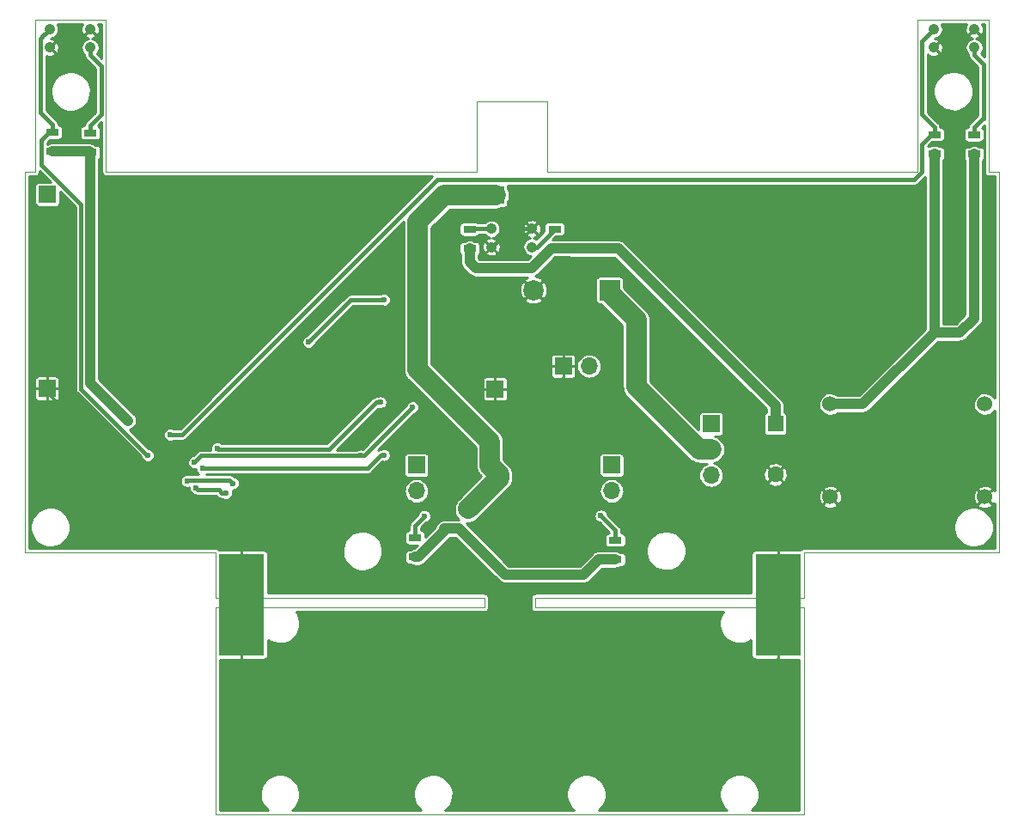
<source format=gbl>
G04 #@! TF.FileFunction,Copper,L2,Bot,Signal*
%FSLAX46Y46*%
G04 Gerber Fmt 4.6, Leading zero omitted, Abs format (unit mm)*
G04 Created by KiCad (PCBNEW 4.0.7) date 11/25/18 15:18:32*
%MOMM*%
%LPD*%
G01*
G04 APERTURE LIST*
%ADD10C,0.100000*%
%ADD11R,4.500000X10.000000*%
%ADD12R,2.000000X2.000000*%
%ADD13C,2.000000*%
%ADD14R,1.600000X1.600000*%
%ADD15C,1.600000*%
%ADD16R,1.700000X1.700000*%
%ADD17O,1.700000X1.700000*%
%ADD18R,1.300000X0.700000*%
%ADD19C,1.524000*%
%ADD20C,1.055599*%
%ADD21C,0.600000*%
%ADD22C,0.250000*%
%ADD23C,0.400000*%
%ADD24C,1.000000*%
%ADD25C,2.000000*%
%ADD26C,0.254000*%
G04 APERTURE END LIST*
D10*
X51540916Y63004441D02*
X88040916Y63004441D01*
X88040916Y63004441D02*
X88040916Y78004441D01*
X40916Y63004441D02*
X1040916Y63004441D01*
X50317400Y20081240D02*
X50317473Y21080131D01*
X8040916Y78004441D02*
X8040916Y63004441D01*
X44540916Y70004441D02*
X51540916Y70004441D01*
X50317473Y20083891D02*
X76793969Y20083891D01*
X40916Y25504441D02*
X18840977Y25504441D01*
X96040916Y25504441D02*
X76793969Y25504441D01*
X88040916Y78004441D02*
X95040916Y78004441D01*
X18840977Y21080131D02*
X18840977Y25504441D01*
X95040916Y78004441D02*
X95040916Y63004441D01*
X18840977Y20083891D02*
X45317473Y20083891D01*
X18840977Y-316109D02*
X18840977Y20083891D01*
X45317473Y21080131D02*
X18840977Y21080131D01*
X40916Y25504441D02*
X40916Y63004441D01*
X1040916Y63004441D02*
X1040916Y78004441D01*
X95040916Y63004441D02*
X96040916Y63004441D01*
X45313600Y20086320D02*
X45317473Y21080131D01*
X44540916Y63004441D02*
X44540916Y70004441D01*
X18840977Y-316109D02*
X76793969Y-316109D01*
X51540916Y63004441D02*
X51540916Y70004441D01*
X76793969Y25504441D02*
X76793969Y21080131D01*
X8040916Y63004441D02*
X44540916Y63004441D01*
X96040916Y63004441D02*
X96040916Y25504441D01*
X76793969Y-316109D02*
X76793969Y20083891D01*
X1040916Y78004441D02*
X8040916Y78004441D01*
X76793969Y21080131D02*
X50317473Y21080131D01*
D11*
X74259440Y20370840D03*
X21366480Y20365760D03*
D12*
X57663080Y51379120D03*
D13*
X50163080Y51379120D03*
D14*
X74000360Y38196520D03*
D15*
X74000360Y33196520D03*
D16*
X53101240Y43891200D03*
D17*
X55641240Y43891200D03*
D16*
X2245360Y60797440D03*
X46390560Y41640760D03*
X2225040Y41691560D03*
X46426120Y60726320D03*
X57871360Y34122360D03*
D17*
X57871360Y31582360D03*
D16*
X38638480Y34122360D03*
D17*
X38638480Y31582360D03*
D18*
X38506400Y26974840D03*
X38506400Y25074840D03*
X58242200Y26736080D03*
X58242200Y24836080D03*
X43865800Y57368480D03*
X43865800Y55468480D03*
X52242720Y57404040D03*
X52242720Y55504040D03*
X93583760Y66685200D03*
X93583760Y64785200D03*
X89672160Y66715640D03*
X89672160Y64815640D03*
X6482080Y66868080D03*
X6482080Y64968080D03*
X2743200Y66929040D03*
X2743200Y65029040D03*
D16*
X67670680Y38206680D03*
D17*
X67670680Y35666680D03*
X67670680Y33126680D03*
D19*
X94650560Y40137080D03*
X94650560Y30993080D03*
X79410560Y40137080D03*
X79410560Y30997080D03*
D20*
X46000920Y57425160D03*
X50000920Y57425160D03*
X50000920Y55625160D03*
X46000920Y55625160D03*
X93607640Y75284760D03*
X89607640Y75284760D03*
X89607640Y77084760D03*
X93607640Y77084760D03*
X6480560Y75284760D03*
X2480560Y75284760D03*
X2480560Y77084760D03*
X6480560Y77084760D03*
D21*
X11684000Y31805880D03*
X53202840Y29311600D03*
X51907440Y36464240D03*
X10210800Y38511480D03*
X58242200Y24836080D03*
X38506400Y25074840D03*
X41380000Y27884120D03*
X14361160Y37124640D03*
X12151360Y35082480D03*
X16741075Y34416019D03*
X33141920Y35062200D03*
X38247320Y39837360D03*
X17529788Y33794331D03*
X35412680Y35123160D03*
X19019520Y35793680D03*
X35067240Y40325040D03*
X28011120Y46273720D03*
X35438080Y50434240D03*
D13*
X43723560Y29804360D03*
D21*
X56804560Y29133800D03*
X39436040Y29118560D03*
X16896080Y31887160D03*
X19878040Y31374080D03*
X16003480Y32573530D03*
X20533360Y32339280D03*
D22*
X11684000Y31805880D02*
X2225040Y41264840D01*
X2225040Y41264840D02*
X2225040Y41691560D01*
X46390560Y41640760D02*
X51950800Y41640760D01*
X51950800Y41640760D02*
X53101240Y42791200D01*
X53101240Y42791200D02*
X53101240Y43891200D01*
X51907440Y36464240D02*
X53202840Y35168840D01*
X53202840Y35168840D02*
X53202840Y29311600D01*
D23*
X46000920Y55625160D02*
X47800920Y57425160D01*
X47800920Y57425160D02*
X50000920Y57425160D01*
D24*
X6482080Y42240200D02*
X10210800Y38511480D01*
X6482080Y64968080D02*
X6482080Y42240200D01*
X44461400Y53522880D02*
X49961560Y53522880D01*
X49961560Y53522880D02*
X51942720Y55504040D01*
X51942720Y55504040D02*
X52242720Y55504040D01*
X43865800Y55468480D02*
X43865800Y54118480D01*
X43865800Y54118480D02*
X44461400Y53522880D01*
X53928240Y55468520D02*
X58528360Y55468520D01*
X58528360Y55468520D02*
X74000360Y39996520D01*
X74000360Y39996520D02*
X74000360Y38196520D01*
X52242720Y55504040D02*
X53892720Y55504040D01*
X53892720Y55504040D02*
X53928240Y55468520D01*
X2743200Y65029040D02*
X6421120Y65029040D01*
X6421120Y65029040D02*
X6482080Y64968080D01*
X41380000Y27884120D02*
X42834560Y27884120D01*
X42834560Y27884120D02*
X47381160Y23337520D01*
X47381160Y23337520D02*
X55093640Y23337520D01*
X55093640Y23337520D02*
X56592200Y24836080D01*
X56592200Y24836080D02*
X58242200Y24836080D01*
X38506400Y25074840D02*
X38806400Y25074840D01*
X41380000Y27648440D02*
X41380000Y27884120D01*
X38806400Y25074840D02*
X41380000Y27648440D01*
X92181680Y47188120D02*
X93583760Y48590200D01*
X93583760Y48590200D02*
X93583760Y64785200D01*
X89672160Y47188120D02*
X92181680Y47188120D01*
X82621120Y40137080D02*
X89672160Y47188120D01*
X89672160Y47188120D02*
X89672160Y64815640D01*
X79410560Y40137080D02*
X82621120Y40137080D01*
D23*
X40711120Y62265560D02*
X15570200Y37124640D01*
X15570200Y37124640D02*
X14361160Y37124640D01*
X87696040Y62265560D02*
X40711120Y62265560D01*
X88427560Y62997080D02*
X87696040Y62265560D01*
X88427560Y65771040D02*
X88427560Y63875920D01*
X88427560Y63875920D02*
X88427560Y62997080D01*
X89672160Y66715640D02*
X89372160Y66715640D01*
X89372160Y66715640D02*
X88427560Y65771040D01*
X88463120Y75940240D02*
X88463120Y68674680D01*
X88463120Y68674680D02*
X89672160Y67465640D01*
X89672160Y67465640D02*
X89672160Y66715640D01*
X89607640Y77084760D02*
X88463120Y75940240D01*
X1693200Y63691480D02*
X5582069Y59802611D01*
X5582069Y41651771D02*
X11851361Y35382479D01*
X1693200Y66179040D02*
X1693200Y63691480D01*
X2443200Y66929040D02*
X1693200Y66179040D01*
X5582069Y59802611D02*
X5582069Y41651771D01*
X2743200Y66929040D02*
X2443200Y66929040D01*
X11851361Y35382479D02*
X12151360Y35082480D01*
X1931762Y76556962D02*
X1552760Y76177960D01*
X1552760Y76177960D02*
X1552760Y68869480D01*
X1552760Y68869480D02*
X2743200Y67679040D01*
X2743200Y67679040D02*
X2743200Y66929040D01*
X2480560Y77084760D02*
X1952762Y76556962D01*
X1952762Y76556962D02*
X1931762Y76556962D01*
X17041074Y34716018D02*
X16741075Y34416019D01*
X17387256Y35062200D02*
X17041074Y34716018D01*
X33141920Y35062200D02*
X17387256Y35062200D01*
X38247320Y39837360D02*
X33472160Y35062200D01*
X33472160Y35062200D02*
X33141920Y35062200D01*
X35112680Y35123160D02*
X33783851Y33794331D01*
X33783851Y33794331D02*
X17954052Y33794331D01*
X17954052Y33794331D02*
X17529788Y33794331D01*
X35412680Y35123160D02*
X35112680Y35123160D01*
X30040496Y35722560D02*
X19090640Y35722560D01*
X19090640Y35722560D02*
X19019520Y35793680D01*
X35067240Y40325040D02*
X34642976Y40325040D01*
X34642976Y40325040D02*
X30040496Y35722560D01*
X35438080Y50434240D02*
X32171640Y50434240D01*
X32171640Y50434240D02*
X28011120Y46273720D01*
X50000920Y55625160D02*
X50463840Y55625160D01*
X50463840Y55625160D02*
X52242720Y57404040D01*
D25*
X60294520Y48437800D02*
X57663080Y51069240D01*
X57663080Y51069240D02*
X57663080Y51379120D01*
X60294520Y41840759D02*
X60294520Y48437800D01*
X67670680Y35666680D02*
X66468599Y35666680D01*
X66468599Y35666680D02*
X60294520Y41840759D01*
X46746160Y33223200D02*
X46746160Y32826960D01*
X46746160Y32826960D02*
X43723560Y29804360D01*
X45857160Y36413440D02*
X45857160Y34112200D01*
X45857160Y34112200D02*
X46746160Y33223200D01*
X46426120Y60726320D02*
X41361360Y60726320D01*
X41361360Y60726320D02*
X38740080Y58105040D01*
X38740080Y58105040D02*
X38740080Y43530520D01*
X38740080Y43530520D02*
X45857160Y36413440D01*
D23*
X58242200Y26736080D02*
X58242200Y27696160D01*
X58242200Y27696160D02*
X56804560Y29133800D01*
X38506400Y28188920D02*
X39436040Y29118560D01*
X38506400Y26974840D02*
X38506400Y28188920D01*
X46000920Y57425160D02*
X43922480Y57425160D01*
X43922480Y57425160D02*
X43865800Y57368480D01*
X94508320Y68295520D02*
X94444080Y68295520D01*
X94444080Y68295520D02*
X93583760Y67435200D01*
X93583760Y67435200D02*
X93583760Y66685200D01*
X94508320Y73637660D02*
X94508320Y68295520D01*
X93607640Y75284760D02*
X93607640Y74538340D01*
X93607640Y74538340D02*
X94508320Y73637660D01*
X7543800Y73475100D02*
X7543800Y68679800D01*
X7543800Y68679800D02*
X6482080Y67618080D01*
X6482080Y67618080D02*
X6482080Y66868080D01*
X6480560Y75284760D02*
X6480560Y74538340D01*
X6480560Y74538340D02*
X7543800Y73475100D01*
X19143896Y31683960D02*
X17099280Y31683960D01*
X17099280Y31683960D02*
X16896080Y31887160D01*
X19878040Y31374080D02*
X19453776Y31374080D01*
X19453776Y31374080D02*
X19143896Y31683960D01*
X20233361Y32639279D02*
X16069229Y32639279D01*
X16069229Y32639279D02*
X16003480Y32573530D01*
X20533360Y32339280D02*
X20233361Y32639279D01*
D26*
G36*
X5644520Y77466876D02*
X5586037Y77296430D01*
X5561931Y77117850D01*
X5573126Y76937998D01*
X5619194Y76763787D01*
X5698364Y76601909D01*
X5735132Y76546883D01*
X5896865Y76505307D01*
X6476317Y77084760D01*
X6462175Y77098902D01*
X6466418Y77103145D01*
X6480560Y77089003D01*
X6494702Y77103145D01*
X6498945Y77098902D01*
X6484803Y77084760D01*
X7064255Y76505307D01*
X7225988Y76546883D01*
X7316600Y76702644D01*
X7375083Y76873090D01*
X7399189Y77051670D01*
X7387994Y77231522D01*
X7341926Y77405733D01*
X7262756Y77567611D01*
X7256188Y77577441D01*
X7613916Y77577441D01*
X7613916Y74220985D01*
X7156209Y74678693D01*
X7168802Y74690685D01*
X7271085Y74835679D01*
X7343256Y74997779D01*
X7382568Y75170810D01*
X7385398Y75373480D01*
X7350933Y75547541D01*
X7283316Y75711593D01*
X7185122Y75859387D01*
X7060091Y75985293D01*
X6912987Y76084516D01*
X6749411Y76153277D01*
X6629477Y76177896D01*
X6801533Y76223394D01*
X6963411Y76302564D01*
X7018437Y76339332D01*
X7060013Y76501065D01*
X6480560Y77080517D01*
X5901107Y76501065D01*
X5942683Y76339332D01*
X6098444Y76248720D01*
X6268890Y76190237D01*
X6344720Y76180001D01*
X6223862Y76156946D01*
X6059342Y76090476D01*
X5910866Y75993316D01*
X5784090Y75869168D01*
X5683842Y75722759D01*
X5613941Y75559668D01*
X5577049Y75386105D01*
X5574572Y75208682D01*
X5606603Y75034157D01*
X5671923Y74869177D01*
X5768044Y74720027D01*
X5891304Y74592387D01*
X5903560Y74583869D01*
X5903560Y74538340D01*
X5908761Y74485297D01*
X5913407Y74432200D01*
X5914253Y74429289D01*
X5914549Y74426267D01*
X5929962Y74375217D01*
X5944824Y74324060D01*
X5946220Y74321367D01*
X5947097Y74318462D01*
X5972125Y74271391D01*
X5996647Y74224083D01*
X5998539Y74221713D01*
X5999964Y74219033D01*
X6033646Y74177735D01*
X6066903Y74136075D01*
X6071071Y74131848D01*
X6071138Y74131766D01*
X6071213Y74131704D01*
X6072559Y74130339D01*
X6966800Y73236099D01*
X6966800Y68918801D01*
X6074079Y68026081D01*
X6040224Y67984865D01*
X6005990Y67944066D01*
X6004530Y67941410D01*
X6002602Y67939063D01*
X5977386Y67892036D01*
X5951739Y67845384D01*
X5950823Y67842496D01*
X5949387Y67839818D01*
X5933781Y67788773D01*
X5917689Y67738045D01*
X5917351Y67735035D01*
X5916463Y67732129D01*
X5911077Y67679098D01*
X5905136Y67626136D01*
X5905095Y67620200D01*
X5905084Y67620094D01*
X5905093Y67619995D01*
X5905080Y67618080D01*
X5905080Y67596904D01*
X5832080Y67596904D01*
X5772044Y67592117D01*
X5670217Y67560583D01*
X5581206Y67501929D01*
X5512060Y67420799D01*
X5468254Y67323618D01*
X5453256Y67218080D01*
X5453256Y66518080D01*
X5458043Y66458044D01*
X5489577Y66356217D01*
X5548231Y66267206D01*
X5629361Y66198060D01*
X5726542Y66154254D01*
X5832080Y66139256D01*
X7132080Y66139256D01*
X7192116Y66144043D01*
X7293943Y66175577D01*
X7382954Y66234231D01*
X7452100Y66315361D01*
X7495906Y66412542D01*
X7510904Y66518080D01*
X7510904Y67218080D01*
X7506117Y67278116D01*
X7474583Y67379943D01*
X7415929Y67468954D01*
X7334799Y67538100D01*
X7254361Y67574359D01*
X7613916Y67933915D01*
X7613916Y63004441D01*
X7617833Y62964493D01*
X7621479Y62924429D01*
X7621902Y62922992D01*
X7622048Y62921503D01*
X7633644Y62883094D01*
X7645008Y62844484D01*
X7645703Y62843154D01*
X7646135Y62841724D01*
X7664987Y62806270D01*
X7683618Y62770632D01*
X7684556Y62769466D01*
X7685259Y62768143D01*
X7710680Y62736974D01*
X7735836Y62705685D01*
X7736981Y62704724D01*
X7737929Y62703562D01*
X7768918Y62677926D01*
X7799675Y62652118D01*
X7800987Y62651397D01*
X7802141Y62650442D01*
X7837510Y62631318D01*
X7872703Y62611970D01*
X7874129Y62611518D01*
X7875447Y62610805D01*
X7913877Y62598909D01*
X7952138Y62586772D01*
X7953624Y62586605D01*
X7955056Y62586162D01*
X7995103Y62581953D01*
X8034954Y62577483D01*
X8037823Y62577463D01*
X8037935Y62577451D01*
X8038047Y62577461D01*
X8040916Y62577441D01*
X40206999Y62577441D01*
X15331198Y37701640D01*
X14716449Y37701640D01*
X14684716Y37723044D01*
X14562323Y37774493D01*
X14432268Y37801189D01*
X14299505Y37802116D01*
X14169090Y37777238D01*
X14045991Y37727503D01*
X13934896Y37654805D01*
X13840038Y37561913D01*
X13765030Y37452365D01*
X13712727Y37330335D01*
X13685124Y37200470D01*
X13683270Y37067716D01*
X13707237Y36937131D01*
X13756111Y36813687D01*
X13828032Y36702088D01*
X13920260Y36606584D01*
X14029281Y36530812D01*
X14150943Y36477659D01*
X14280613Y36449149D01*
X14413350Y36446369D01*
X14544100Y36469424D01*
X14667881Y36517435D01*
X14715477Y36547640D01*
X15570200Y36547640D01*
X15623243Y36552841D01*
X15676340Y36557487D01*
X15679251Y36558333D01*
X15682273Y36558629D01*
X15733323Y36574042D01*
X15784480Y36588904D01*
X15787173Y36590300D01*
X15790078Y36591177D01*
X15837149Y36616205D01*
X15884457Y36640727D01*
X15886827Y36642619D01*
X15889507Y36644044D01*
X15930805Y36677726D01*
X15972465Y36710983D01*
X15976692Y36715151D01*
X15976774Y36715218D01*
X15976836Y36715293D01*
X15978201Y36716639D01*
X25478358Y46216796D01*
X27333230Y46216796D01*
X27357197Y46086211D01*
X27406071Y45962767D01*
X27477992Y45851168D01*
X27570220Y45755664D01*
X27679241Y45679892D01*
X27800903Y45626739D01*
X27930573Y45598229D01*
X28063310Y45595449D01*
X28194060Y45618504D01*
X28317841Y45666515D01*
X28429940Y45737655D01*
X28526086Y45829214D01*
X28602617Y45937703D01*
X28656618Y46058992D01*
X28669619Y46116217D01*
X32410641Y49857240D01*
X35081989Y49857240D01*
X35106201Y49840412D01*
X35227863Y49787259D01*
X35357533Y49758749D01*
X35490270Y49755969D01*
X35621020Y49779024D01*
X35744801Y49827035D01*
X35856900Y49898175D01*
X35953046Y49989734D01*
X36029577Y50098223D01*
X36083578Y50219512D01*
X36112992Y50348979D01*
X36115109Y50500623D01*
X36089321Y50630861D01*
X36038728Y50753610D01*
X35965256Y50864194D01*
X35871704Y50958402D01*
X35761636Y51032644D01*
X35639243Y51084093D01*
X35509188Y51110789D01*
X35376425Y51111716D01*
X35246010Y51086838D01*
X35122911Y51037103D01*
X35083388Y51011240D01*
X32171640Y51011240D01*
X32118643Y51006044D01*
X32065501Y51001394D01*
X32062586Y51000547D01*
X32059567Y51000251D01*
X32008533Y50984843D01*
X31957361Y50969976D01*
X31954669Y50968581D01*
X31951762Y50967703D01*
X31904673Y50942665D01*
X31857383Y50918153D01*
X31855013Y50916261D01*
X31852333Y50914836D01*
X31811041Y50881159D01*
X31769376Y50847898D01*
X31765152Y50843732D01*
X31765066Y50843662D01*
X31765000Y50843582D01*
X31763640Y50842241D01*
X27854473Y46933075D01*
X27819050Y46926318D01*
X27695951Y46876583D01*
X27584856Y46803885D01*
X27489998Y46710993D01*
X27414990Y46601445D01*
X27362687Y46479415D01*
X27335084Y46349550D01*
X27333230Y46216796D01*
X25478358Y46216796D01*
X37363080Y58101518D01*
X37363080Y43530520D01*
X37375494Y43403914D01*
X37386578Y43277220D01*
X37388598Y43270266D01*
X37389305Y43263059D01*
X37426073Y43141276D01*
X37461555Y43019147D01*
X37464887Y43012720D01*
X37466980Y43005786D01*
X37526717Y42893437D01*
X37585231Y42780552D01*
X37589746Y42774896D01*
X37593147Y42768500D01*
X37673555Y42669910D01*
X37752894Y42570524D01*
X37762832Y42560446D01*
X37763001Y42560239D01*
X37763192Y42560081D01*
X37766394Y42556834D01*
X44480160Y35843068D01*
X44480160Y34112200D01*
X44492574Y33985594D01*
X44503658Y33858900D01*
X44505678Y33851946D01*
X44506385Y33844739D01*
X44543153Y33722956D01*
X44578635Y33600827D01*
X44581967Y33594400D01*
X44584060Y33587466D01*
X44643797Y33475117D01*
X44702311Y33362232D01*
X44706826Y33356576D01*
X44710227Y33350180D01*
X44790635Y33251590D01*
X44869974Y33152204D01*
X44879912Y33142126D01*
X44880081Y33141919D01*
X44880272Y33141761D01*
X44883474Y33138514D01*
X44996908Y33025080D01*
X42758972Y30787144D01*
X42663613Y30693761D01*
X42511047Y30470945D01*
X42404665Y30222738D01*
X42348520Y29958595D01*
X42344750Y29688578D01*
X42393498Y29422971D01*
X42492907Y29171891D01*
X42639192Y28944901D01*
X42816667Y28761120D01*
X41380000Y28761120D01*
X41297861Y28753066D01*
X41215667Y28745586D01*
X41212719Y28744718D01*
X41209656Y28744418D01*
X41130581Y28720544D01*
X41051470Y28697260D01*
X41048747Y28695836D01*
X41045801Y28694947D01*
X40972891Y28656180D01*
X40899787Y28617962D01*
X40897391Y28616036D01*
X40894676Y28614592D01*
X40830734Y28562442D01*
X40766395Y28510713D01*
X40764417Y28508356D01*
X40762036Y28506414D01*
X40709460Y28442860D01*
X40656375Y28379596D01*
X40654893Y28376900D01*
X40652934Y28374532D01*
X40613704Y28301977D01*
X40573918Y28229607D01*
X40572988Y28226674D01*
X40571526Y28223971D01*
X40547132Y28145167D01*
X40522165Y28066459D01*
X40521822Y28063402D01*
X40520913Y28060465D01*
X40517290Y28025996D01*
X39535224Y27043930D01*
X39535224Y27324840D01*
X39530437Y27384876D01*
X39498903Y27486703D01*
X39440249Y27575714D01*
X39359119Y27644860D01*
X39261938Y27688666D01*
X39156400Y27703664D01*
X39083400Y27703664D01*
X39083400Y27949918D01*
X39592082Y28458601D01*
X39618980Y28463344D01*
X39742761Y28511355D01*
X39854860Y28582495D01*
X39951006Y28674054D01*
X40027537Y28782543D01*
X40081538Y28903832D01*
X40110952Y29033299D01*
X40113069Y29184943D01*
X40087281Y29315181D01*
X40036688Y29437930D01*
X39963216Y29548514D01*
X39869664Y29642722D01*
X39759596Y29716964D01*
X39637203Y29768413D01*
X39507148Y29795109D01*
X39374385Y29796036D01*
X39243970Y29771158D01*
X39120871Y29721423D01*
X39009776Y29648725D01*
X38914918Y29555833D01*
X38839910Y29446285D01*
X38787607Y29324255D01*
X38777316Y29275837D01*
X38098399Y28596921D01*
X38064544Y28555705D01*
X38030310Y28514906D01*
X38028850Y28512250D01*
X38026922Y28509903D01*
X38001706Y28462876D01*
X37976059Y28416224D01*
X37975143Y28413336D01*
X37973707Y28410658D01*
X37958101Y28359613D01*
X37942009Y28308885D01*
X37941671Y28305875D01*
X37940783Y28302969D01*
X37935397Y28249938D01*
X37929456Y28196976D01*
X37929415Y28191040D01*
X37929404Y28190934D01*
X37929413Y28190835D01*
X37929400Y28188920D01*
X37929400Y27703664D01*
X37856400Y27703664D01*
X37796364Y27698877D01*
X37694537Y27667343D01*
X37605526Y27608689D01*
X37536380Y27527559D01*
X37492574Y27430378D01*
X37477576Y27324840D01*
X37477576Y26624840D01*
X37482363Y26564804D01*
X37513897Y26462977D01*
X37572551Y26373966D01*
X37653681Y26304820D01*
X37750862Y26261014D01*
X37856400Y26246016D01*
X38737310Y26246016D01*
X38436257Y25944963D01*
X38336056Y25935138D01*
X38172201Y25885667D01*
X38021076Y25805312D01*
X38019055Y25803664D01*
X37856400Y25803664D01*
X37796364Y25798877D01*
X37694537Y25767343D01*
X37605526Y25708689D01*
X37536380Y25627559D01*
X37492574Y25530378D01*
X37477576Y25424840D01*
X37477576Y24724840D01*
X37482363Y24664804D01*
X37513897Y24562977D01*
X37572551Y24473966D01*
X37653681Y24404820D01*
X37750862Y24361014D01*
X37856400Y24346016D01*
X38020381Y24346016D01*
X38160913Y24268758D01*
X38324061Y24217005D01*
X38494155Y24197925D01*
X38506400Y24197840D01*
X38806400Y24197840D01*
X38887000Y24205743D01*
X38967726Y24212805D01*
X38972156Y24214092D01*
X38976744Y24214542D01*
X39054287Y24237954D01*
X39132090Y24260558D01*
X39136183Y24262680D01*
X39140599Y24264013D01*
X39212140Y24302052D01*
X39284048Y24339326D01*
X39287651Y24342203D01*
X39291724Y24344368D01*
X39354498Y24395565D01*
X39417814Y24446109D01*
X39424234Y24452440D01*
X39424364Y24452546D01*
X39424463Y24452666D01*
X39426533Y24454707D01*
X41978946Y27007120D01*
X42471294Y27007120D01*
X46761027Y22717388D01*
X46823598Y22665991D01*
X46885684Y22613895D01*
X46889725Y22611673D01*
X46893289Y22608746D01*
X46964664Y22570476D01*
X47035673Y22531438D01*
X47040072Y22530043D01*
X47044133Y22527865D01*
X47121562Y22504193D01*
X47198821Y22479685D01*
X47203406Y22479171D01*
X47207814Y22477823D01*
X47288383Y22469639D01*
X47368915Y22460605D01*
X47377926Y22460542D01*
X47378098Y22460525D01*
X47378258Y22460540D01*
X47381160Y22460520D01*
X55093640Y22460520D01*
X55174240Y22468423D01*
X55254966Y22475485D01*
X55259396Y22476772D01*
X55263984Y22477222D01*
X55341527Y22500634D01*
X55419330Y22523238D01*
X55423423Y22525360D01*
X55427839Y22526693D01*
X55499380Y22564732D01*
X55571288Y22602006D01*
X55574891Y22604883D01*
X55578964Y22607048D01*
X55641738Y22658245D01*
X55705054Y22708789D01*
X55711474Y22715120D01*
X55711604Y22715226D01*
X55711703Y22715346D01*
X55713773Y22717387D01*
X56955466Y23959080D01*
X58242200Y23959080D01*
X58412544Y23975782D01*
X58576399Y24025253D01*
X58727524Y24105608D01*
X58729545Y24107256D01*
X58892200Y24107256D01*
X58952236Y24112043D01*
X59054063Y24143577D01*
X59143074Y24202231D01*
X59212220Y24283361D01*
X59256026Y24380542D01*
X59271024Y24486080D01*
X59271024Y25186080D01*
X59266237Y25246116D01*
X59234703Y25347943D01*
X59176049Y25436954D01*
X59094919Y25506100D01*
X59056700Y25523328D01*
X61251161Y25523328D01*
X61321150Y25141988D01*
X61463876Y24781505D01*
X61673901Y24455609D01*
X61943227Y24176714D01*
X62261595Y23955443D01*
X62616877Y23800223D01*
X62995543Y23716968D01*
X63383167Y23708849D01*
X63764987Y23776174D01*
X64126458Y23916379D01*
X64453812Y24124125D01*
X64734581Y24391497D01*
X64958069Y24708312D01*
X65115765Y25062502D01*
X65201661Y25440577D01*
X65207845Y25883415D01*
X65132538Y26263741D01*
X64984794Y26622196D01*
X64770238Y26945128D01*
X64497045Y27220235D01*
X64175619Y27437040D01*
X63818204Y27587284D01*
X63438413Y27665243D01*
X63050712Y27667950D01*
X62669870Y27595301D01*
X62310392Y27450062D01*
X61985970Y27237766D01*
X61708962Y26966500D01*
X61489919Y26646595D01*
X61337184Y26290238D01*
X61256574Y25911000D01*
X61251161Y25523328D01*
X59056700Y25523328D01*
X58997738Y25549906D01*
X58892200Y25564904D01*
X58728219Y25564904D01*
X58587687Y25642162D01*
X58424539Y25693915D01*
X58254445Y25712995D01*
X58242200Y25713080D01*
X56592200Y25713080D01*
X56511645Y25705182D01*
X56430874Y25698115D01*
X56426444Y25696828D01*
X56421856Y25696378D01*
X56344313Y25672966D01*
X56266510Y25650362D01*
X56262417Y25648240D01*
X56258001Y25646907D01*
X56186460Y25608868D01*
X56114552Y25571594D01*
X56110949Y25568717D01*
X56106876Y25566552D01*
X56044102Y25515355D01*
X55980786Y25464811D01*
X55974366Y25458480D01*
X55974236Y25458374D01*
X55974137Y25458254D01*
X55972067Y25456213D01*
X54730374Y24214520D01*
X47744425Y24214520D01*
X43519719Y28439227D01*
X43559729Y28430430D01*
X43829713Y28424775D01*
X44095654Y28471668D01*
X44347423Y28569322D01*
X44575428Y28714019D01*
X44770986Y28900246D01*
X44780967Y28914395D01*
X44943448Y29076876D01*
X56126670Y29076876D01*
X56150637Y28946291D01*
X56199511Y28822847D01*
X56271432Y28711248D01*
X56363660Y28615744D01*
X56472681Y28539972D01*
X56594343Y28486819D01*
X56647149Y28475209D01*
X57657454Y27464904D01*
X57592200Y27464904D01*
X57532164Y27460117D01*
X57430337Y27428583D01*
X57341326Y27369929D01*
X57272180Y27288799D01*
X57228374Y27191618D01*
X57213376Y27086080D01*
X57213376Y26386080D01*
X57218163Y26326044D01*
X57249697Y26224217D01*
X57308351Y26135206D01*
X57389481Y26066060D01*
X57486662Y26022254D01*
X57592200Y26007256D01*
X58892200Y26007256D01*
X58952236Y26012043D01*
X59054063Y26043577D01*
X59143074Y26102231D01*
X59212220Y26183361D01*
X59256026Y26280542D01*
X59271024Y26386080D01*
X59271024Y27086080D01*
X59266237Y27146116D01*
X59234703Y27247943D01*
X59176049Y27336954D01*
X59094919Y27406100D01*
X58997738Y27449906D01*
X58892200Y27464904D01*
X58819200Y27464904D01*
X58819200Y27696160D01*
X58813999Y27749203D01*
X58809353Y27802300D01*
X58808507Y27805211D01*
X58808211Y27808233D01*
X58795611Y27849968D01*
X91558441Y27849968D01*
X91628430Y27468628D01*
X91771156Y27108145D01*
X91981181Y26782249D01*
X92250507Y26503354D01*
X92568875Y26282083D01*
X92924157Y26126863D01*
X93302823Y26043608D01*
X93690447Y26035489D01*
X94072267Y26102814D01*
X94433738Y26243019D01*
X94761092Y26450765D01*
X95041861Y26718137D01*
X95265349Y27034952D01*
X95423045Y27389142D01*
X95508941Y27767217D01*
X95515125Y28210055D01*
X95439818Y28590381D01*
X95292074Y28948836D01*
X95077518Y29271768D01*
X94804325Y29546875D01*
X94482899Y29763680D01*
X94125484Y29913924D01*
X93745693Y29991883D01*
X93357992Y29994590D01*
X92977150Y29921941D01*
X92617672Y29776702D01*
X92293250Y29564406D01*
X92016242Y29293140D01*
X91797199Y28973235D01*
X91644464Y28616878D01*
X91563854Y28237640D01*
X91558441Y27849968D01*
X58795611Y27849968D01*
X58792798Y27859283D01*
X58777936Y27910440D01*
X58776540Y27913133D01*
X58775663Y27916038D01*
X58750635Y27963109D01*
X58726113Y28010417D01*
X58724221Y28012787D01*
X58722796Y28015467D01*
X58689114Y28056765D01*
X58655857Y28098425D01*
X58651689Y28102652D01*
X58651622Y28102734D01*
X58651547Y28102796D01*
X58650201Y28104161D01*
X57463667Y29290695D01*
X57455801Y29330421D01*
X57405208Y29453170D01*
X57331736Y29563754D01*
X57238184Y29657962D01*
X57128116Y29732204D01*
X57005723Y29783653D01*
X56875668Y29810349D01*
X56742905Y29811276D01*
X56612490Y29786398D01*
X56489391Y29736663D01*
X56378296Y29663965D01*
X56283438Y29571073D01*
X56208430Y29461525D01*
X56156127Y29339495D01*
X56128524Y29209630D01*
X56126670Y29076876D01*
X44943448Y29076876D01*
X46113549Y30246977D01*
X78664700Y30246977D01*
X78734356Y30061262D01*
X78929918Y29947322D01*
X79143952Y29873724D01*
X79368230Y29843296D01*
X79594136Y29857208D01*
X79812986Y29914924D01*
X80016372Y30014226D01*
X80086764Y30061262D01*
X80154919Y30242977D01*
X93904700Y30242977D01*
X93974356Y30057262D01*
X94169918Y29943322D01*
X94383952Y29869724D01*
X94608230Y29839296D01*
X94834136Y29853208D01*
X95052986Y29910924D01*
X95256372Y30010226D01*
X95326764Y30057262D01*
X95396420Y30242977D01*
X94650560Y30988837D01*
X93904700Y30242977D01*
X80154919Y30242977D01*
X80156420Y30246977D01*
X79410560Y30992837D01*
X78664700Y30246977D01*
X46113549Y30246977D01*
X47457498Y31590926D01*
X56638453Y31590926D01*
X56660157Y31352443D01*
X56727768Y31122718D01*
X56838713Y30910500D01*
X56988765Y30723873D01*
X57172208Y30569946D01*
X57382056Y30454581D01*
X57610315Y30382173D01*
X57848291Y30355480D01*
X57865423Y30355360D01*
X57877297Y30355360D01*
X58115623Y30378728D01*
X58344870Y30447942D01*
X58556308Y30560366D01*
X58741883Y30711717D01*
X58894526Y30896230D01*
X58971943Y31039410D01*
X78256776Y31039410D01*
X78270688Y30813504D01*
X78328404Y30594654D01*
X78427706Y30391268D01*
X78474742Y30320876D01*
X78660457Y30251220D01*
X79406317Y30997080D01*
X79414803Y30997080D01*
X80160663Y30251220D01*
X80346378Y30320876D01*
X80460318Y30516438D01*
X80533916Y30730472D01*
X80564344Y30954750D01*
X80559377Y31035410D01*
X93496776Y31035410D01*
X93510688Y30809504D01*
X93568404Y30590654D01*
X93667706Y30387268D01*
X93714742Y30316876D01*
X93900457Y30247220D01*
X94646317Y30993080D01*
X93900457Y31738940D01*
X93714742Y31669284D01*
X93600802Y31473722D01*
X93527204Y31259688D01*
X93496776Y31035410D01*
X80559377Y31035410D01*
X80550432Y31180656D01*
X80492716Y31399506D01*
X80393414Y31602892D01*
X80346378Y31673284D01*
X80160663Y31742940D01*
X79414803Y30997080D01*
X79406317Y30997080D01*
X78660457Y31742940D01*
X78474742Y31673284D01*
X78360802Y31477722D01*
X78287204Y31263688D01*
X78256776Y31039410D01*
X58971943Y31039410D01*
X59008423Y31106878D01*
X59079236Y31335637D01*
X59104267Y31573794D01*
X59088488Y31747183D01*
X78664700Y31747183D01*
X79410560Y31001323D01*
X80152420Y31743183D01*
X93904700Y31743183D01*
X94650560Y30997323D01*
X95396420Y31743183D01*
X95326764Y31928898D01*
X95131202Y32042838D01*
X94917168Y32116436D01*
X94692890Y32146864D01*
X94466984Y32132952D01*
X94248134Y32075236D01*
X94044748Y31975934D01*
X93974356Y31928898D01*
X93904700Y31743183D01*
X80152420Y31743183D01*
X80156420Y31747183D01*
X80086764Y31932898D01*
X79891202Y32046838D01*
X79677168Y32120436D01*
X79452890Y32150864D01*
X79226984Y32136952D01*
X79008134Y32079236D01*
X78804748Y31979934D01*
X78734356Y31932898D01*
X78664700Y31747183D01*
X59088488Y31747183D01*
X59082563Y31812277D01*
X59014952Y32042002D01*
X58904007Y32254220D01*
X58753955Y32440847D01*
X58570512Y32594774D01*
X58360664Y32710139D01*
X58132405Y32782547D01*
X57894429Y32809240D01*
X57877297Y32809360D01*
X57865423Y32809360D01*
X57627097Y32785992D01*
X57397850Y32716778D01*
X57186412Y32604354D01*
X57000837Y32453003D01*
X56848194Y32268490D01*
X56734297Y32057842D01*
X56663484Y31829083D01*
X56638453Y31590926D01*
X47457498Y31590926D01*
X47719846Y31853274D01*
X47800592Y31951576D01*
X47882341Y32049000D01*
X47885829Y32055344D01*
X47890426Y32060941D01*
X47950562Y32173094D01*
X48011809Y32284502D01*
X48013997Y32291399D01*
X48017421Y32297785D01*
X48054639Y32419520D01*
X48093069Y32540666D01*
X48093875Y32547856D01*
X48095994Y32554785D01*
X48108853Y32681385D01*
X48123026Y32807734D01*
X48123125Y32821883D01*
X48123152Y32822153D01*
X48123128Y32822404D01*
X48123160Y32826960D01*
X48123160Y33223200D01*
X48110744Y33349825D01*
X48099662Y33476500D01*
X48097642Y33483454D01*
X48096935Y33490661D01*
X48060167Y33612444D01*
X48024685Y33734573D01*
X48021353Y33741000D01*
X48019260Y33747934D01*
X47959523Y33860283D01*
X47901009Y33973168D01*
X47896494Y33978824D01*
X47893093Y33985220D01*
X47812685Y34083810D01*
X47733346Y34183196D01*
X47723408Y34193274D01*
X47723239Y34193481D01*
X47723048Y34193639D01*
X47719846Y34196886D01*
X47234160Y34682572D01*
X47234160Y34972360D01*
X56642536Y34972360D01*
X56642536Y33272360D01*
X56647323Y33212324D01*
X56678857Y33110497D01*
X56737511Y33021486D01*
X56818641Y32952340D01*
X56915822Y32908534D01*
X57021360Y32893536D01*
X58721360Y32893536D01*
X58781396Y32898323D01*
X58883223Y32929857D01*
X58972234Y32988511D01*
X59041380Y33069641D01*
X59085186Y33166822D01*
X59100184Y33272360D01*
X59100184Y34972360D01*
X59095397Y35032396D01*
X59063863Y35134223D01*
X59005209Y35223234D01*
X58924079Y35292380D01*
X58826898Y35336186D01*
X58721360Y35351184D01*
X57021360Y35351184D01*
X56961324Y35346397D01*
X56859497Y35314863D01*
X56770486Y35256209D01*
X56701340Y35175079D01*
X56657534Y35077898D01*
X56642536Y34972360D01*
X47234160Y34972360D01*
X47234160Y36413440D01*
X47221746Y36540042D01*
X47210662Y36666741D01*
X47208642Y36673696D01*
X47207935Y36680901D01*
X47171170Y36802672D01*
X47135685Y36924813D01*
X47132353Y36931240D01*
X47130260Y36938174D01*
X47070523Y37050523D01*
X47012009Y37163408D01*
X47007494Y37169064D01*
X47004093Y37175460D01*
X46923685Y37274050D01*
X46844346Y37373436D01*
X46834408Y37383514D01*
X46834239Y37383721D01*
X46834048Y37383879D01*
X46830846Y37387126D01*
X42676962Y41541010D01*
X45153560Y41541010D01*
X45153560Y40752644D01*
X45168432Y40677876D01*
X45197605Y40607447D01*
X45239958Y40544062D01*
X45293862Y40490157D01*
X45357247Y40447805D01*
X45427676Y40418632D01*
X45502444Y40403760D01*
X46290810Y40403760D01*
X46387560Y40500510D01*
X46387560Y41637760D01*
X46393560Y41637760D01*
X46393560Y40500510D01*
X46490310Y40403760D01*
X47278676Y40403760D01*
X47353444Y40418632D01*
X47423873Y40447805D01*
X47487258Y40490157D01*
X47541162Y40544062D01*
X47583515Y40607447D01*
X47612688Y40677876D01*
X47627560Y40752644D01*
X47627560Y41541010D01*
X47530810Y41637760D01*
X46393560Y41637760D01*
X46387560Y41637760D01*
X45250310Y41637760D01*
X45153560Y41541010D01*
X42676962Y41541010D01*
X41689096Y42528876D01*
X45153560Y42528876D01*
X45153560Y41740510D01*
X45250310Y41643760D01*
X46387560Y41643760D01*
X46387560Y42781010D01*
X46393560Y42781010D01*
X46393560Y41643760D01*
X47530810Y41643760D01*
X47627560Y41740510D01*
X47627560Y42528876D01*
X47612688Y42603644D01*
X47583515Y42674073D01*
X47541162Y42737458D01*
X47487258Y42791363D01*
X47423873Y42833715D01*
X47353444Y42862888D01*
X47278676Y42877760D01*
X46490310Y42877760D01*
X46393560Y42781010D01*
X46387560Y42781010D01*
X46290810Y42877760D01*
X45502444Y42877760D01*
X45427676Y42862888D01*
X45357247Y42833715D01*
X45293862Y42791363D01*
X45239958Y42737458D01*
X45197605Y42674073D01*
X45168432Y42603644D01*
X45153560Y42528876D01*
X41689096Y42528876D01*
X40426522Y43791450D01*
X51864240Y43791450D01*
X51864240Y43003084D01*
X51879112Y42928316D01*
X51908285Y42857887D01*
X51950637Y42794502D01*
X52004542Y42740598D01*
X52067927Y42698245D01*
X52138356Y42669072D01*
X52213124Y42654200D01*
X53001490Y42654200D01*
X53098240Y42750950D01*
X53098240Y43888200D01*
X53104240Y43888200D01*
X53104240Y42750950D01*
X53200990Y42654200D01*
X53989356Y42654200D01*
X54064124Y42669072D01*
X54134553Y42698245D01*
X54197938Y42740598D01*
X54251843Y42794502D01*
X54294195Y42857887D01*
X54323368Y42928316D01*
X54338240Y43003084D01*
X54338240Y43791450D01*
X54241490Y43888200D01*
X53104240Y43888200D01*
X53098240Y43888200D01*
X51960990Y43888200D01*
X51864240Y43791450D01*
X40426522Y43791450D01*
X40117080Y44100892D01*
X40117080Y44779316D01*
X51864240Y44779316D01*
X51864240Y43990950D01*
X51960990Y43894200D01*
X53098240Y43894200D01*
X53098240Y45031450D01*
X53104240Y45031450D01*
X53104240Y43894200D01*
X54241490Y43894200D01*
X54244427Y43897137D01*
X54414240Y43897137D01*
X54414240Y43885263D01*
X54437608Y43646937D01*
X54506822Y43417690D01*
X54619246Y43206252D01*
X54770597Y43020677D01*
X54955110Y42868034D01*
X55165758Y42754137D01*
X55394517Y42683324D01*
X55632674Y42658293D01*
X55871157Y42679997D01*
X56100882Y42747608D01*
X56313100Y42858553D01*
X56499727Y43008605D01*
X56653654Y43192048D01*
X56769019Y43401896D01*
X56841427Y43630155D01*
X56868120Y43868131D01*
X56868240Y43885263D01*
X56868240Y43897137D01*
X56844872Y44135463D01*
X56775658Y44364710D01*
X56663234Y44576148D01*
X56511883Y44761723D01*
X56327370Y44914366D01*
X56116722Y45028263D01*
X55887963Y45099076D01*
X55649806Y45124107D01*
X55411323Y45102403D01*
X55181598Y45034792D01*
X54969380Y44923847D01*
X54782753Y44773795D01*
X54628826Y44590352D01*
X54513461Y44380504D01*
X54441053Y44152245D01*
X54414360Y43914269D01*
X54414240Y43897137D01*
X54244427Y43897137D01*
X54338240Y43990950D01*
X54338240Y44779316D01*
X54323368Y44854084D01*
X54294195Y44924513D01*
X54251843Y44987898D01*
X54197938Y45041802D01*
X54134553Y45084155D01*
X54064124Y45113328D01*
X53989356Y45128200D01*
X53200990Y45128200D01*
X53104240Y45031450D01*
X53098240Y45031450D01*
X53001490Y45128200D01*
X52213124Y45128200D01*
X52138356Y45113328D01*
X52067927Y45084155D01*
X52004542Y45041802D01*
X51950637Y44987898D01*
X51908285Y44924513D01*
X51879112Y44854084D01*
X51864240Y44779316D01*
X40117080Y44779316D01*
X40117080Y50459911D01*
X49248114Y50459911D01*
X49346306Y50249823D01*
X49582315Y50112177D01*
X49840643Y50023219D01*
X50111362Y49986368D01*
X50384068Y50003039D01*
X50648282Y50072592D01*
X50893850Y50192355D01*
X50979854Y50249823D01*
X51078046Y50459911D01*
X50163080Y51374877D01*
X49248114Y50459911D01*
X40117080Y50459911D01*
X40117080Y51430838D01*
X48770328Y51430838D01*
X48786999Y51158132D01*
X48856552Y50893918D01*
X48976315Y50648350D01*
X49033783Y50562346D01*
X49243871Y50464154D01*
X50158837Y51379120D01*
X50167323Y51379120D01*
X51082289Y50464154D01*
X51292377Y50562346D01*
X51430023Y50798355D01*
X51518981Y51056683D01*
X51555832Y51327402D01*
X51539161Y51600108D01*
X51469608Y51864322D01*
X51349845Y52109890D01*
X51292377Y52195894D01*
X51082289Y52294086D01*
X50167323Y51379120D01*
X50158837Y51379120D01*
X49243871Y52294086D01*
X49033783Y52195894D01*
X48896137Y51959885D01*
X48807179Y51701557D01*
X48770328Y51430838D01*
X40117080Y51430838D01*
X40117080Y55818480D01*
X42836976Y55818480D01*
X42836976Y55118480D01*
X42841763Y55058444D01*
X42873297Y54956617D01*
X42931951Y54867606D01*
X42988800Y54819154D01*
X42988800Y54118480D01*
X42996703Y54037880D01*
X43003765Y53957154D01*
X43005052Y53952724D01*
X43005502Y53948136D01*
X43028914Y53870593D01*
X43051518Y53792790D01*
X43053640Y53788697D01*
X43054973Y53784281D01*
X43093012Y53712740D01*
X43130286Y53640832D01*
X43133163Y53637229D01*
X43135328Y53633156D01*
X43186525Y53570382D01*
X43237069Y53507066D01*
X43243400Y53500646D01*
X43243506Y53500516D01*
X43243626Y53500417D01*
X43245667Y53498347D01*
X43841268Y52902747D01*
X43903843Y52851347D01*
X43965924Y52799255D01*
X43969965Y52797033D01*
X43973529Y52794106D01*
X44044939Y52755816D01*
X44115913Y52716798D01*
X44120307Y52715404D01*
X44124373Y52713224D01*
X44201889Y52689525D01*
X44279061Y52665045D01*
X44283641Y52664531D01*
X44288054Y52663182D01*
X44368668Y52654993D01*
X44449155Y52645965D01*
X44458167Y52645902D01*
X44458339Y52645885D01*
X44458499Y52645900D01*
X44461400Y52645880D01*
X49596336Y52645880D01*
X49432310Y52565885D01*
X49346306Y52508417D01*
X49248114Y52298329D01*
X50163080Y51383363D01*
X51078046Y52298329D01*
X51040286Y52379120D01*
X56284256Y52379120D01*
X56284256Y50379120D01*
X56289043Y50319084D01*
X56320577Y50217257D01*
X56379231Y50128246D01*
X56460361Y50059100D01*
X56557542Y50015294D01*
X56663080Y50000296D01*
X56784652Y50000296D01*
X58917520Y47867428D01*
X58917520Y41840759D01*
X58929934Y41714153D01*
X58941018Y41587459D01*
X58943038Y41580505D01*
X58943745Y41573298D01*
X58980513Y41451515D01*
X59015995Y41329386D01*
X59019327Y41322959D01*
X59021420Y41316025D01*
X59081157Y41203676D01*
X59139671Y41090791D01*
X59144186Y41085135D01*
X59147587Y41078739D01*
X59227995Y40980149D01*
X59307334Y40880763D01*
X59317272Y40870685D01*
X59317441Y40870478D01*
X59317632Y40870320D01*
X59320834Y40867073D01*
X65494913Y34692994D01*
X65593188Y34612270D01*
X65690639Y34530499D01*
X65696987Y34527009D01*
X65702580Y34522415D01*
X65814659Y34462319D01*
X65926141Y34401031D01*
X65933043Y34398842D01*
X65939424Y34395420D01*
X66061072Y34358228D01*
X66182305Y34319771D01*
X66189500Y34318964D01*
X66196424Y34316847D01*
X66322930Y34303997D01*
X66449373Y34289814D01*
X66463533Y34289715D01*
X66463792Y34289689D01*
X66464033Y34289712D01*
X66468599Y34289680D01*
X67291838Y34289680D01*
X67197170Y34261098D01*
X66985732Y34148674D01*
X66800157Y33997323D01*
X66647514Y33812810D01*
X66533617Y33602162D01*
X66462804Y33373403D01*
X66437773Y33135246D01*
X66459477Y32896763D01*
X66527088Y32667038D01*
X66638033Y32454820D01*
X66788085Y32268193D01*
X66971528Y32114266D01*
X67181376Y31998901D01*
X67409635Y31926493D01*
X67647611Y31899800D01*
X67664743Y31899680D01*
X67676617Y31899680D01*
X67914943Y31923048D01*
X68144190Y31992262D01*
X68355628Y32104686D01*
X68541203Y32256037D01*
X68676363Y32419417D01*
X73227500Y32419417D01*
X73301713Y32229810D01*
X73503733Y32112086D01*
X73724837Y32036036D01*
X73956531Y32004583D01*
X74189908Y32018935D01*
X74416001Y32078541D01*
X74626121Y32181110D01*
X74699007Y32229810D01*
X74773220Y32419417D01*
X74000360Y33192277D01*
X73227500Y32419417D01*
X68676363Y32419417D01*
X68693846Y32440550D01*
X68807743Y32651198D01*
X68878556Y32879957D01*
X68903587Y33118114D01*
X68892463Y33240349D01*
X72808423Y33240349D01*
X72822775Y33006972D01*
X72882381Y32780879D01*
X72984950Y32570759D01*
X73033650Y32497873D01*
X73223257Y32423660D01*
X73996117Y33196520D01*
X74004603Y33196520D01*
X74777463Y32423660D01*
X74967070Y32497873D01*
X75084794Y32699893D01*
X75160844Y32920997D01*
X75192297Y33152691D01*
X75177945Y33386068D01*
X75118339Y33612161D01*
X75015770Y33822281D01*
X74967070Y33895167D01*
X74777463Y33969380D01*
X74004603Y33196520D01*
X73996117Y33196520D01*
X73223257Y33969380D01*
X73033650Y33895167D01*
X72915926Y33693147D01*
X72839876Y33472043D01*
X72808423Y33240349D01*
X68892463Y33240349D01*
X68881883Y33356597D01*
X68814272Y33586322D01*
X68703327Y33798540D01*
X68562557Y33973623D01*
X73227500Y33973623D01*
X74000360Y33200763D01*
X74773220Y33973623D01*
X74699007Y34163230D01*
X74496987Y34280954D01*
X74275883Y34357004D01*
X74044189Y34388457D01*
X73810812Y34374105D01*
X73584719Y34314499D01*
X73374599Y34211930D01*
X73301713Y34163230D01*
X73227500Y33973623D01*
X68562557Y33973623D01*
X68553275Y33985167D01*
X68369832Y34139094D01*
X68159984Y34254459D01*
X67952559Y34320258D01*
X68195414Y34393580D01*
X68432700Y34519747D01*
X68640961Y34689601D01*
X68812265Y34896671D01*
X68940086Y35133071D01*
X69019555Y35389796D01*
X69047646Y35657067D01*
X69023290Y35924704D01*
X68947412Y36182513D01*
X68822904Y36420675D01*
X68654509Y36630116D01*
X68448640Y36802861D01*
X68213138Y36932329D01*
X68069619Y36977856D01*
X68520680Y36977856D01*
X68580716Y36982643D01*
X68682543Y37014177D01*
X68771554Y37072831D01*
X68840700Y37153961D01*
X68884506Y37251142D01*
X68899504Y37356680D01*
X68899504Y39056680D01*
X68894717Y39116716D01*
X68863183Y39218543D01*
X68804529Y39307554D01*
X68723399Y39376700D01*
X68626218Y39420506D01*
X68520680Y39435504D01*
X66820680Y39435504D01*
X66760644Y39430717D01*
X66658817Y39399183D01*
X66569806Y39340529D01*
X66500660Y39259399D01*
X66456854Y39162218D01*
X66441856Y39056680D01*
X66441856Y37640795D01*
X61671520Y42411131D01*
X61671520Y48437800D01*
X61659106Y48564402D01*
X61648022Y48691101D01*
X61646002Y48698056D01*
X61645295Y48705261D01*
X61608530Y48827032D01*
X61573045Y48949173D01*
X61569713Y48955600D01*
X61567620Y48962534D01*
X61507883Y49074883D01*
X61449369Y49187768D01*
X61444854Y49193424D01*
X61441453Y49199820D01*
X61361064Y49298386D01*
X61281706Y49397797D01*
X61271766Y49407876D01*
X61271599Y49408081D01*
X61271409Y49408238D01*
X61268206Y49411486D01*
X59041904Y51637788D01*
X59041904Y52379120D01*
X59037117Y52439156D01*
X59005583Y52540983D01*
X58946929Y52629994D01*
X58865799Y52699140D01*
X58768618Y52742946D01*
X58663080Y52757944D01*
X56663080Y52757944D01*
X56603044Y52753157D01*
X56501217Y52721623D01*
X56412206Y52662969D01*
X56343060Y52581839D01*
X56299254Y52484658D01*
X56284256Y52379120D01*
X51040286Y52379120D01*
X50979854Y52508417D01*
X50743845Y52646063D01*
X50485517Y52735021D01*
X50368860Y52750901D01*
X50439208Y52787366D01*
X50442811Y52790243D01*
X50446884Y52792408D01*
X50509658Y52843605D01*
X50572974Y52894149D01*
X50579394Y52900480D01*
X50579524Y52900586D01*
X50579623Y52900706D01*
X50581693Y52902747D01*
X52305985Y54627040D01*
X53694343Y54627040D01*
X53745901Y54610685D01*
X53750481Y54610171D01*
X53754894Y54608822D01*
X53835512Y54600633D01*
X53915995Y54591605D01*
X53925006Y54591542D01*
X53925178Y54591525D01*
X53925338Y54591540D01*
X53928240Y54591520D01*
X58165094Y54591520D01*
X73123360Y39633255D01*
X73123360Y39365304D01*
X73038497Y39339023D01*
X72949486Y39280369D01*
X72880340Y39199239D01*
X72836534Y39102058D01*
X72821536Y38996520D01*
X72821536Y37396520D01*
X72826323Y37336484D01*
X72857857Y37234657D01*
X72916511Y37145646D01*
X72997641Y37076500D01*
X73094822Y37032694D01*
X73200360Y37017696D01*
X74800360Y37017696D01*
X74860396Y37022483D01*
X74962223Y37054017D01*
X75051234Y37112671D01*
X75120380Y37193801D01*
X75164186Y37290982D01*
X75179184Y37396520D01*
X75179184Y38996520D01*
X75174397Y39056556D01*
X75142863Y39158383D01*
X75084209Y39247394D01*
X75003079Y39316540D01*
X74905898Y39360346D01*
X74877360Y39364402D01*
X74877360Y39996520D01*
X74869452Y40077170D01*
X74862394Y40157846D01*
X74861108Y40162271D01*
X74860658Y40166864D01*
X74837234Y40244449D01*
X74814642Y40322210D01*
X74812520Y40326303D01*
X74811187Y40330719D01*
X74773148Y40402260D01*
X74735874Y40474168D01*
X74732997Y40477771D01*
X74730832Y40481844D01*
X74679635Y40544618D01*
X74629091Y40607934D01*
X74622763Y40614350D01*
X74622654Y40614484D01*
X74622530Y40614587D01*
X74620492Y40616653D01*
X59148493Y56088653D01*
X59085893Y56140074D01*
X59023836Y56192145D01*
X59019795Y56194367D01*
X59016231Y56197294D01*
X58944821Y56235584D01*
X58873847Y56274602D01*
X58869453Y56275996D01*
X58865387Y56278176D01*
X58787871Y56301875D01*
X58710699Y56326355D01*
X58706119Y56326869D01*
X58701706Y56328218D01*
X58621088Y56336407D01*
X58540605Y56345435D01*
X58531594Y56345498D01*
X58531422Y56345515D01*
X58531262Y56345500D01*
X58528360Y56345520D01*
X54126617Y56345520D01*
X54075059Y56361875D01*
X54070479Y56362389D01*
X54066066Y56363738D01*
X53985448Y56371927D01*
X53904965Y56380955D01*
X53895954Y56381018D01*
X53895782Y56381035D01*
X53895622Y56381020D01*
X53892720Y56381040D01*
X52035721Y56381040D01*
X52329897Y56675216D01*
X52892720Y56675216D01*
X52952756Y56680003D01*
X53054583Y56711537D01*
X53143594Y56770191D01*
X53212740Y56851321D01*
X53256546Y56948502D01*
X53271544Y57054040D01*
X53271544Y57754040D01*
X53266757Y57814076D01*
X53235223Y57915903D01*
X53176569Y58004914D01*
X53095439Y58074060D01*
X52998258Y58117866D01*
X52892720Y58132864D01*
X51592720Y58132864D01*
X51532684Y58128077D01*
X51430857Y58096543D01*
X51341846Y58037889D01*
X51272700Y57956759D01*
X51228894Y57859578D01*
X51213896Y57754040D01*
X51213896Y57191217D01*
X50441855Y56419177D01*
X50433347Y56424916D01*
X50269771Y56493677D01*
X50149837Y56518296D01*
X50321893Y56563794D01*
X50483771Y56642964D01*
X50538797Y56679732D01*
X50580373Y56841465D01*
X50000920Y57420917D01*
X49421467Y56841465D01*
X49463043Y56679732D01*
X49618804Y56589120D01*
X49789250Y56530637D01*
X49865080Y56520401D01*
X49744222Y56497346D01*
X49579702Y56430876D01*
X49431226Y56333716D01*
X49304450Y56209568D01*
X49204202Y56063159D01*
X49134301Y55900068D01*
X49097409Y55726505D01*
X49094932Y55549082D01*
X49126963Y55374557D01*
X49192283Y55209577D01*
X49288404Y55060427D01*
X49411664Y54932787D01*
X49557369Y54831519D01*
X49719969Y54760481D01*
X49893270Y54722379D01*
X49920229Y54721814D01*
X49598294Y54399880D01*
X44824665Y54399880D01*
X44742800Y54481746D01*
X44742800Y54818899D01*
X44766674Y54834631D01*
X44835820Y54915761D01*
X44879626Y55012942D01*
X44883679Y55041465D01*
X45421467Y55041465D01*
X45463043Y54879732D01*
X45618804Y54789120D01*
X45789250Y54730637D01*
X45967830Y54706531D01*
X46147682Y54717726D01*
X46321893Y54763794D01*
X46483771Y54842964D01*
X46538797Y54879732D01*
X46580373Y55041465D01*
X46000920Y55620917D01*
X45421467Y55041465D01*
X44883679Y55041465D01*
X44894624Y55118480D01*
X44894624Y55658250D01*
X45082291Y55658250D01*
X45093486Y55478398D01*
X45139554Y55304187D01*
X45218724Y55142309D01*
X45255492Y55087283D01*
X45417225Y55045707D01*
X45996677Y55625160D01*
X46005163Y55625160D01*
X46584615Y55045707D01*
X46746348Y55087283D01*
X46836960Y55243044D01*
X46895443Y55413490D01*
X46919549Y55592070D01*
X46908354Y55771922D01*
X46862286Y55946133D01*
X46783116Y56108011D01*
X46746348Y56163037D01*
X46584615Y56204613D01*
X46005163Y55625160D01*
X45996677Y55625160D01*
X45417225Y56204613D01*
X45255492Y56163037D01*
X45164880Y56007276D01*
X45106397Y55836830D01*
X45082291Y55658250D01*
X44894624Y55658250D01*
X44894624Y55818480D01*
X44889837Y55878516D01*
X44858303Y55980343D01*
X44799649Y56069354D01*
X44718519Y56138500D01*
X44621338Y56182306D01*
X44515800Y56197304D01*
X44352961Y56197304D01*
X44205651Y56276954D01*
X44042145Y56327567D01*
X43871923Y56345459D01*
X43701467Y56329946D01*
X43537270Y56281620D01*
X43385587Y56202322D01*
X43379346Y56197304D01*
X43215800Y56197304D01*
X43155764Y56192517D01*
X43053937Y56160983D01*
X42964926Y56102329D01*
X42895780Y56021199D01*
X42851974Y55924018D01*
X42836976Y55818480D01*
X40117080Y55818480D01*
X40117080Y57534668D01*
X40300892Y57718480D01*
X42836976Y57718480D01*
X42836976Y57018480D01*
X42841763Y56958444D01*
X42873297Y56856617D01*
X42931951Y56767606D01*
X43013081Y56698460D01*
X43110262Y56654654D01*
X43215800Y56639656D01*
X44515800Y56639656D01*
X44575836Y56644443D01*
X44677663Y56675977D01*
X44766674Y56734631D01*
X44835820Y56815761D01*
X44850424Y56848160D01*
X45300250Y56848160D01*
X45411664Y56732787D01*
X45557369Y56631519D01*
X45719969Y56560481D01*
X45850822Y56531712D01*
X45679947Y56486526D01*
X45518069Y56407356D01*
X45463043Y56370588D01*
X45421467Y56208855D01*
X46000920Y55629403D01*
X46580373Y56208855D01*
X46538797Y56370588D01*
X46383036Y56461200D01*
X46212590Y56519683D01*
X46135484Y56530091D01*
X46245416Y56549475D01*
X46410847Y56613642D01*
X46560665Y56708719D01*
X46689162Y56831085D01*
X46791445Y56976079D01*
X46863616Y57138179D01*
X46902928Y57311210D01*
X46904981Y57458250D01*
X49082291Y57458250D01*
X49093486Y57278398D01*
X49139554Y57104187D01*
X49218724Y56942309D01*
X49255492Y56887283D01*
X49417225Y56845707D01*
X49996677Y57425160D01*
X50005163Y57425160D01*
X50584615Y56845707D01*
X50746348Y56887283D01*
X50836960Y57043044D01*
X50895443Y57213490D01*
X50919549Y57392070D01*
X50908354Y57571922D01*
X50862286Y57746133D01*
X50783116Y57908011D01*
X50746348Y57963037D01*
X50584615Y58004613D01*
X50005163Y57425160D01*
X49996677Y57425160D01*
X49417225Y58004613D01*
X49255492Y57963037D01*
X49164880Y57807276D01*
X49106397Y57636830D01*
X49082291Y57458250D01*
X46904981Y57458250D01*
X46905758Y57513880D01*
X46871293Y57687941D01*
X46803676Y57851993D01*
X46705482Y57999787D01*
X46696478Y58008855D01*
X49421467Y58008855D01*
X50000920Y57429403D01*
X50580373Y58008855D01*
X50538797Y58170588D01*
X50383036Y58261200D01*
X50212590Y58319683D01*
X50034010Y58343789D01*
X49854158Y58332594D01*
X49679947Y58286526D01*
X49518069Y58207356D01*
X49463043Y58170588D01*
X49421467Y58008855D01*
X46696478Y58008855D01*
X46580451Y58125693D01*
X46433347Y58224916D01*
X46269771Y58293677D01*
X46095955Y58329356D01*
X45918519Y58330595D01*
X45744222Y58297346D01*
X45579702Y58230876D01*
X45431226Y58133716D01*
X45304450Y58009568D01*
X45299378Y58002160D01*
X44761157Y58002160D01*
X44718519Y58038500D01*
X44621338Y58082306D01*
X44515800Y58097304D01*
X43215800Y58097304D01*
X43155764Y58092517D01*
X43053937Y58060983D01*
X42964926Y58002329D01*
X42895780Y57921199D01*
X42851974Y57824018D01*
X42836976Y57718480D01*
X40300892Y57718480D01*
X41931732Y59349320D01*
X46426120Y59349320D01*
X46693581Y59375545D01*
X46950854Y59453220D01*
X47034125Y59497496D01*
X47276120Y59497496D01*
X47336156Y59502283D01*
X47437983Y59533817D01*
X47526994Y59592471D01*
X47596140Y59673601D01*
X47639946Y59770782D01*
X47654944Y59876320D01*
X47654944Y60117656D01*
X47695526Y60192711D01*
X47774995Y60449436D01*
X47803086Y60716707D01*
X47778730Y60984344D01*
X47702852Y61242153D01*
X47654944Y61333793D01*
X47654944Y61576320D01*
X47650157Y61636356D01*
X47633990Y61688560D01*
X87696040Y61688560D01*
X87749083Y61693761D01*
X87802180Y61698407D01*
X87805091Y61699253D01*
X87808113Y61699549D01*
X87859163Y61714962D01*
X87910320Y61729824D01*
X87913013Y61731220D01*
X87915918Y61732097D01*
X87962989Y61757125D01*
X88010297Y61781647D01*
X88012667Y61783539D01*
X88015347Y61784964D01*
X88056645Y61818646D01*
X88098305Y61851903D01*
X88102532Y61856071D01*
X88102614Y61856138D01*
X88102676Y61856213D01*
X88104041Y61857559D01*
X88795160Y62548679D01*
X88795160Y47551385D01*
X82257854Y41014080D01*
X80144926Y41014080D01*
X80140099Y41018941D01*
X79954917Y41143847D01*
X79749001Y41230407D01*
X79530194Y41275321D01*
X79306830Y41276881D01*
X79087417Y41235025D01*
X78880313Y41151350D01*
X78693405Y41029041D01*
X78533814Y40872757D01*
X78407617Y40688452D01*
X78319623Y40483146D01*
X78273182Y40264657D01*
X78270063Y40041310D01*
X78310385Y39821610D01*
X78392613Y39613926D01*
X78513614Y39426170D01*
X78668780Y39265491D01*
X78852199Y39138011D01*
X79056887Y39048585D01*
X79275045Y39000620D01*
X79498366Y38995942D01*
X79718342Y39034730D01*
X79926594Y39115506D01*
X80115191Y39235193D01*
X80141325Y39260080D01*
X82621120Y39260080D01*
X82701720Y39267983D01*
X82782446Y39275045D01*
X82786876Y39276332D01*
X82791464Y39276782D01*
X82869007Y39300194D01*
X82946810Y39322798D01*
X82950903Y39324920D01*
X82955319Y39326253D01*
X83026860Y39364292D01*
X83098768Y39401566D01*
X83102371Y39404443D01*
X83106444Y39406608D01*
X83169218Y39457805D01*
X83232534Y39508349D01*
X83238954Y39514680D01*
X83239084Y39514786D01*
X83239183Y39514906D01*
X83241253Y39516947D01*
X90035425Y46311120D01*
X92181680Y46311120D01*
X92262280Y46319023D01*
X92343006Y46326085D01*
X92347436Y46327372D01*
X92352024Y46327822D01*
X92429567Y46351234D01*
X92507370Y46373838D01*
X92511463Y46375960D01*
X92515879Y46377293D01*
X92587420Y46415332D01*
X92659328Y46452606D01*
X92662931Y46455483D01*
X92667004Y46457648D01*
X92729778Y46508845D01*
X92793094Y46559389D01*
X92799514Y46565720D01*
X92799644Y46565826D01*
X92799743Y46565946D01*
X92801813Y46567987D01*
X94203893Y47970068D01*
X94255293Y48032643D01*
X94307385Y48094724D01*
X94309607Y48098765D01*
X94312534Y48102329D01*
X94350824Y48173739D01*
X94389842Y48244713D01*
X94391236Y48249107D01*
X94393416Y48253173D01*
X94417111Y48330676D01*
X94441595Y48407861D01*
X94442109Y48412442D01*
X94443458Y48416855D01*
X94451646Y48497463D01*
X94460675Y48577955D01*
X94460738Y48586967D01*
X94460755Y48587139D01*
X94460740Y48587299D01*
X94460760Y48590200D01*
X94460760Y64135619D01*
X94484634Y64151351D01*
X94553780Y64232481D01*
X94597586Y64329662D01*
X94612584Y64435200D01*
X94612584Y65135200D01*
X94607797Y65195236D01*
X94576263Y65297063D01*
X94517609Y65386074D01*
X94436479Y65455220D01*
X94339298Y65499026D01*
X94233760Y65514024D01*
X94070921Y65514024D01*
X93923611Y65593674D01*
X93760105Y65644287D01*
X93589883Y65662179D01*
X93419427Y65646666D01*
X93255230Y65598340D01*
X93103547Y65519042D01*
X93097306Y65514024D01*
X92933760Y65514024D01*
X92873724Y65509237D01*
X92771897Y65477703D01*
X92682886Y65419049D01*
X92613740Y65337919D01*
X92569934Y65240738D01*
X92554936Y65135200D01*
X92554936Y64435200D01*
X92559723Y64375164D01*
X92591257Y64273337D01*
X92649911Y64184326D01*
X92706760Y64135874D01*
X92706760Y48953465D01*
X91818414Y48065120D01*
X90549160Y48065120D01*
X90549160Y64166059D01*
X90573034Y64181791D01*
X90642180Y64262921D01*
X90685986Y64360102D01*
X90700984Y64465640D01*
X90700984Y65165640D01*
X90696197Y65225676D01*
X90664663Y65327503D01*
X90606009Y65416514D01*
X90524879Y65485660D01*
X90427698Y65529466D01*
X90322160Y65544464D01*
X90159321Y65544464D01*
X90012011Y65624114D01*
X89848505Y65674727D01*
X89678283Y65692619D01*
X89507827Y65677106D01*
X89343630Y65628780D01*
X89191947Y65549482D01*
X89185706Y65544464D01*
X89022160Y65544464D01*
X89016538Y65544016D01*
X89459338Y65986816D01*
X90322160Y65986816D01*
X90382196Y65991603D01*
X90484023Y66023137D01*
X90573034Y66081791D01*
X90642180Y66162921D01*
X90685986Y66260102D01*
X90700984Y66365640D01*
X90700984Y67065640D01*
X90696197Y67125676D01*
X90664663Y67227503D01*
X90606009Y67316514D01*
X90524879Y67385660D01*
X90427698Y67429466D01*
X90322160Y67444464D01*
X90249160Y67444464D01*
X90249160Y67465640D01*
X90243964Y67518637D01*
X90239314Y67571779D01*
X90238467Y67574694D01*
X90238171Y67577713D01*
X90222763Y67628747D01*
X90207896Y67679919D01*
X90206501Y67682611D01*
X90205623Y67685518D01*
X90180574Y67732628D01*
X90156073Y67779896D01*
X90154182Y67782264D01*
X90152756Y67784947D01*
X90119061Y67826261D01*
X90085818Y67867904D01*
X90081652Y67872128D01*
X90081582Y67872214D01*
X90081502Y67872280D01*
X90080161Y67873640D01*
X89040120Y68913682D01*
X89040120Y70816608D01*
X89567081Y70816608D01*
X89637070Y70435268D01*
X89779796Y70074785D01*
X89989821Y69748889D01*
X90259147Y69469994D01*
X90577515Y69248723D01*
X90932797Y69093503D01*
X91311463Y69010248D01*
X91699087Y69002129D01*
X92080907Y69069454D01*
X92442378Y69209659D01*
X92769732Y69417405D01*
X93050501Y69684777D01*
X93273989Y70001592D01*
X93431685Y70355782D01*
X93517581Y70733857D01*
X93523765Y71176695D01*
X93448458Y71557021D01*
X93300714Y71915476D01*
X93086158Y72238408D01*
X92812965Y72513515D01*
X92491539Y72730320D01*
X92134124Y72880564D01*
X91754333Y72958523D01*
X91366632Y72961230D01*
X90985790Y72888581D01*
X90626312Y72743342D01*
X90301890Y72531046D01*
X90024882Y72259780D01*
X89805839Y71939875D01*
X89653104Y71583518D01*
X89572494Y71204280D01*
X89567081Y70816608D01*
X89040120Y70816608D01*
X89040120Y74654645D01*
X89069763Y74539332D01*
X89225524Y74448720D01*
X89395970Y74390237D01*
X89574550Y74366131D01*
X89754402Y74377326D01*
X89928613Y74423394D01*
X90090491Y74502564D01*
X90145517Y74539332D01*
X90187093Y74701065D01*
X89607640Y75280517D01*
X89593498Y75266375D01*
X89589255Y75270618D01*
X89603397Y75284760D01*
X89611883Y75284760D01*
X90191335Y74705307D01*
X90353068Y74746883D01*
X90443680Y74902644D01*
X90502163Y75073090D01*
X90526269Y75251670D01*
X90515074Y75431522D01*
X90469006Y75605733D01*
X90389836Y75767611D01*
X90353068Y75822637D01*
X90191335Y75864213D01*
X89611883Y75284760D01*
X89603397Y75284760D01*
X89589255Y75298902D01*
X89593498Y75303145D01*
X89607640Y75289003D01*
X90187093Y75868455D01*
X90145517Y76030188D01*
X89989756Y76120800D01*
X89819310Y76179283D01*
X89742204Y76189691D01*
X89852136Y76209075D01*
X90017567Y76273242D01*
X90167385Y76368319D01*
X90295882Y76490685D01*
X90398165Y76635679D01*
X90470336Y76797779D01*
X90509648Y76970810D01*
X90512478Y77173480D01*
X90478013Y77347541D01*
X90410396Y77511593D01*
X90366647Y77577441D01*
X92835920Y77577441D01*
X92771600Y77466876D01*
X92713117Y77296430D01*
X92689011Y77117850D01*
X92700206Y76937998D01*
X92746274Y76763787D01*
X92825444Y76601909D01*
X92862212Y76546883D01*
X93023945Y76505307D01*
X93603397Y77084760D01*
X93589255Y77098902D01*
X93593498Y77103145D01*
X93607640Y77089003D01*
X93621782Y77103145D01*
X93626025Y77098902D01*
X93611883Y77084760D01*
X94191335Y76505307D01*
X94353068Y76546883D01*
X94443680Y76702644D01*
X94502163Y76873090D01*
X94526269Y77051670D01*
X94515074Y77231522D01*
X94469006Y77405733D01*
X94389836Y77567611D01*
X94383268Y77577441D01*
X94613916Y77577441D01*
X94613916Y74348066D01*
X94283289Y74678693D01*
X94295882Y74690685D01*
X94398165Y74835679D01*
X94470336Y74997779D01*
X94509648Y75170810D01*
X94512478Y75373480D01*
X94478013Y75547541D01*
X94410396Y75711593D01*
X94312202Y75859387D01*
X94187171Y75985293D01*
X94040067Y76084516D01*
X93876491Y76153277D01*
X93756557Y76177896D01*
X93928613Y76223394D01*
X94090491Y76302564D01*
X94145517Y76339332D01*
X94187093Y76501065D01*
X93607640Y77080517D01*
X93028187Y76501065D01*
X93069763Y76339332D01*
X93225524Y76248720D01*
X93395970Y76190237D01*
X93471800Y76180001D01*
X93350942Y76156946D01*
X93186422Y76090476D01*
X93037946Y75993316D01*
X92911170Y75869168D01*
X92810922Y75722759D01*
X92741021Y75559668D01*
X92704129Y75386105D01*
X92701652Y75208682D01*
X92733683Y75034157D01*
X92799003Y74869177D01*
X92895124Y74720027D01*
X93018384Y74592387D01*
X93030640Y74583869D01*
X93030640Y74538340D01*
X93035841Y74485297D01*
X93040487Y74432200D01*
X93041333Y74429289D01*
X93041629Y74426267D01*
X93057042Y74375217D01*
X93071904Y74324060D01*
X93073300Y74321367D01*
X93074177Y74318462D01*
X93099205Y74271391D01*
X93123727Y74224083D01*
X93125619Y74221713D01*
X93127044Y74219033D01*
X93160726Y74177735D01*
X93193983Y74136075D01*
X93198151Y74131848D01*
X93198218Y74131766D01*
X93198293Y74131704D01*
X93199639Y74130339D01*
X93931320Y73398658D01*
X93931320Y68598761D01*
X93175759Y67843201D01*
X93141904Y67801985D01*
X93107670Y67761186D01*
X93106210Y67758530D01*
X93104282Y67756183D01*
X93079066Y67709156D01*
X93053419Y67662504D01*
X93052503Y67659616D01*
X93051067Y67656938D01*
X93035461Y67605893D01*
X93019369Y67555165D01*
X93019031Y67552155D01*
X93018143Y67549249D01*
X93012757Y67496218D01*
X93006816Y67443256D01*
X93006775Y67437320D01*
X93006764Y67437214D01*
X93006773Y67437115D01*
X93006760Y67435200D01*
X93006760Y67414024D01*
X92933760Y67414024D01*
X92873724Y67409237D01*
X92771897Y67377703D01*
X92682886Y67319049D01*
X92613740Y67237919D01*
X92569934Y67140738D01*
X92554936Y67035200D01*
X92554936Y66335200D01*
X92559723Y66275164D01*
X92591257Y66173337D01*
X92649911Y66084326D01*
X92731041Y66015180D01*
X92828222Y65971374D01*
X92933760Y65956376D01*
X94233760Y65956376D01*
X94293796Y65961163D01*
X94395623Y65992697D01*
X94484634Y66051351D01*
X94553780Y66132481D01*
X94597586Y66229662D01*
X94612584Y66335200D01*
X94612584Y67035200D01*
X94607797Y67095236D01*
X94576263Y67197063D01*
X94517609Y67286074D01*
X94436479Y67355220D01*
X94356041Y67391479D01*
X94613916Y67649355D01*
X94613916Y63004441D01*
X94617833Y62964493D01*
X94621479Y62924429D01*
X94621902Y62922992D01*
X94622048Y62921503D01*
X94633644Y62883094D01*
X94645008Y62844484D01*
X94645703Y62843154D01*
X94646135Y62841724D01*
X94664987Y62806270D01*
X94683618Y62770632D01*
X94684556Y62769466D01*
X94685259Y62768143D01*
X94710680Y62736974D01*
X94735836Y62705685D01*
X94736981Y62704724D01*
X94737929Y62703562D01*
X94768918Y62677926D01*
X94799675Y62652118D01*
X94800987Y62651397D01*
X94802141Y62650442D01*
X94837510Y62631318D01*
X94872703Y62611970D01*
X94874129Y62611518D01*
X94875447Y62610805D01*
X94913877Y62598909D01*
X94952138Y62586772D01*
X94953624Y62586605D01*
X94955056Y62586162D01*
X94995103Y62581953D01*
X95034954Y62577483D01*
X95037823Y62577463D01*
X95037935Y62577451D01*
X95038047Y62577461D01*
X95040916Y62577441D01*
X95613916Y62577441D01*
X95613916Y40745417D01*
X95537492Y40860444D01*
X95380099Y41018941D01*
X95194917Y41143847D01*
X94989001Y41230407D01*
X94770194Y41275321D01*
X94546830Y41276881D01*
X94327417Y41235025D01*
X94120313Y41151350D01*
X93933405Y41029041D01*
X93773814Y40872757D01*
X93647617Y40688452D01*
X93559623Y40483146D01*
X93513182Y40264657D01*
X93510063Y40041310D01*
X93550385Y39821610D01*
X93632613Y39613926D01*
X93753614Y39426170D01*
X93908780Y39265491D01*
X94092199Y39138011D01*
X94296887Y39048585D01*
X94515045Y39000620D01*
X94738366Y38995942D01*
X94958342Y39034730D01*
X95166594Y39115506D01*
X95355191Y39235193D01*
X95516949Y39389233D01*
X95613916Y39526692D01*
X95613916Y31628072D01*
X95586378Y31669284D01*
X95400663Y31738940D01*
X94654803Y30993080D01*
X95400663Y30247220D01*
X95586378Y30316876D01*
X95613916Y30364141D01*
X95613916Y25931441D01*
X76793969Y25931441D01*
X76754021Y25927524D01*
X76713957Y25923878D01*
X76712520Y25923455D01*
X76711031Y25923309D01*
X76672622Y25911713D01*
X76634012Y25900349D01*
X76632682Y25899654D01*
X76631252Y25899222D01*
X76595798Y25880370D01*
X76560160Y25861739D01*
X76558994Y25860801D01*
X76557671Y25860098D01*
X76526502Y25834677D01*
X76495213Y25809521D01*
X76494252Y25808376D01*
X76493090Y25807428D01*
X76467454Y25776439D01*
X76451848Y25757840D01*
X74359190Y25757840D01*
X74262440Y25661090D01*
X74262440Y21507131D01*
X74256440Y21507131D01*
X74256440Y25661090D01*
X74159690Y25757840D01*
X71971324Y25757840D01*
X71896556Y25742968D01*
X71826127Y25713795D01*
X71762742Y25671442D01*
X71708837Y25617538D01*
X71666485Y25554153D01*
X71637312Y25483724D01*
X71622440Y25408956D01*
X71622440Y21507131D01*
X50317473Y21507131D01*
X50277565Y21503218D01*
X50237492Y21499574D01*
X50236039Y21499146D01*
X50234535Y21498999D01*
X50196163Y21487414D01*
X50157545Y21476051D01*
X50156200Y21475348D01*
X50154756Y21474912D01*
X50119328Y21456075D01*
X50083690Y21437446D01*
X50082512Y21436499D01*
X50081175Y21435788D01*
X50050036Y21410392D01*
X50018739Y21385233D01*
X50017767Y21384074D01*
X50016594Y21383118D01*
X49990977Y21352152D01*
X49965168Y21321398D01*
X49964439Y21320073D01*
X49963474Y21318906D01*
X49944365Y21283566D01*
X49925014Y21248373D01*
X49924556Y21246930D01*
X49923837Y21245600D01*
X49911967Y21207253D01*
X49899810Y21168940D01*
X49899641Y21167435D01*
X49899194Y21165991D01*
X49894994Y21126027D01*
X49890515Y21086124D01*
X49890495Y21083222D01*
X49890483Y21083112D01*
X49890493Y21083002D01*
X49890473Y21080162D01*
X49890400Y20081271D01*
X49898526Y19998333D01*
X49922607Y19918552D01*
X49961726Y19844968D01*
X50014391Y19780383D01*
X50078599Y19727258D01*
X50151902Y19687616D01*
X50231509Y19662967D01*
X50314388Y19654250D01*
X50343431Y19656891D01*
X68844512Y19656891D01*
X68708599Y19458395D01*
X68555864Y19102038D01*
X68475254Y18722800D01*
X68469841Y18335128D01*
X68539830Y17953788D01*
X68682556Y17593305D01*
X68892581Y17267409D01*
X69161907Y16988514D01*
X69480275Y16767243D01*
X69835557Y16612023D01*
X70214223Y16528768D01*
X70601847Y16520649D01*
X70983667Y16587974D01*
X71345138Y16728179D01*
X71622440Y16904161D01*
X71622440Y15332724D01*
X71637312Y15257956D01*
X71666485Y15187527D01*
X71708837Y15124142D01*
X71762742Y15070238D01*
X71826127Y15027885D01*
X71896556Y14998712D01*
X71971324Y14983840D01*
X74159690Y14983840D01*
X74256440Y15080590D01*
X74256440Y19656891D01*
X74262440Y19656891D01*
X74262440Y15080590D01*
X74359190Y14983840D01*
X76366969Y14983840D01*
X76366969Y110891D01*
X71664371Y110891D01*
X71672492Y116045D01*
X71953261Y383417D01*
X72176749Y700232D01*
X72334445Y1054422D01*
X72420341Y1432497D01*
X72426525Y1875335D01*
X72351218Y2255661D01*
X72203474Y2614116D01*
X71988918Y2937048D01*
X71715725Y3212155D01*
X71394299Y3428960D01*
X71036884Y3579204D01*
X70657093Y3657163D01*
X70269392Y3659870D01*
X69888550Y3587221D01*
X69529072Y3441982D01*
X69204650Y3229686D01*
X68927642Y2958420D01*
X68708599Y2638515D01*
X68555864Y2282158D01*
X68475254Y1902920D01*
X68469841Y1515248D01*
X68539830Y1133908D01*
X68682556Y773425D01*
X68892581Y447529D01*
X69161907Y168634D01*
X69244988Y110891D01*
X56576771Y110891D01*
X56584892Y116045D01*
X56865661Y383417D01*
X57089149Y700232D01*
X57246845Y1054422D01*
X57332741Y1432497D01*
X57338925Y1875335D01*
X57263618Y2255661D01*
X57115874Y2614116D01*
X56901318Y2937048D01*
X56628125Y3212155D01*
X56306699Y3428960D01*
X55949284Y3579204D01*
X55569493Y3657163D01*
X55181792Y3659870D01*
X54800950Y3587221D01*
X54441472Y3441982D01*
X54117050Y3229686D01*
X53840042Y2958420D01*
X53620999Y2638515D01*
X53468264Y2282158D01*
X53387654Y1902920D01*
X53382241Y1515248D01*
X53452230Y1133908D01*
X53594956Y773425D01*
X53804981Y447529D01*
X54074307Y168634D01*
X54157388Y110891D01*
X41481166Y110891D01*
X41497292Y121125D01*
X41778061Y388497D01*
X42001549Y705312D01*
X42159245Y1059502D01*
X42245141Y1437577D01*
X42251325Y1880415D01*
X42176018Y2260741D01*
X42028274Y2619196D01*
X41813718Y2942128D01*
X41540525Y3217235D01*
X41219099Y3434040D01*
X40861684Y3584284D01*
X40481893Y3662243D01*
X40094192Y3664950D01*
X39713350Y3592301D01*
X39353872Y3447062D01*
X39029450Y3234766D01*
X38752442Y2963500D01*
X38533399Y2643595D01*
X38380664Y2287238D01*
X38300054Y1908000D01*
X38294641Y1520328D01*
X38364630Y1138988D01*
X38507356Y778505D01*
X38717381Y452609D01*
X38986707Y173714D01*
X39077098Y110891D01*
X26393566Y110891D01*
X26409692Y121125D01*
X26690461Y388497D01*
X26913949Y705312D01*
X27071645Y1059502D01*
X27157541Y1437577D01*
X27163725Y1880415D01*
X27088418Y2260741D01*
X26940674Y2619196D01*
X26726118Y2942128D01*
X26452925Y3217235D01*
X26131499Y3434040D01*
X25774084Y3584284D01*
X25394293Y3662243D01*
X25006592Y3664950D01*
X24625750Y3592301D01*
X24266272Y3447062D01*
X23941850Y3234766D01*
X23664842Y2963500D01*
X23445799Y2643595D01*
X23293064Y2287238D01*
X23212454Y1908000D01*
X23207041Y1520328D01*
X23277030Y1138988D01*
X23419756Y778505D01*
X23629781Y452609D01*
X23899107Y173714D01*
X23989498Y110891D01*
X19267977Y110891D01*
X19267977Y14978760D01*
X21266730Y14978760D01*
X21363480Y15075510D01*
X21363480Y19656891D01*
X21369480Y19656891D01*
X21369480Y15075510D01*
X21466230Y14978760D01*
X23654596Y14978760D01*
X23729364Y14993632D01*
X23799793Y15022805D01*
X23863178Y15065158D01*
X23917083Y15119062D01*
X23959435Y15182447D01*
X23988608Y15252876D01*
X24003480Y15327644D01*
X24003480Y16914424D01*
X24222555Y16762163D01*
X24577837Y16606943D01*
X24956503Y16523688D01*
X25344127Y16515569D01*
X25725947Y16582894D01*
X26087418Y16723099D01*
X26414772Y16930845D01*
X26695541Y17198217D01*
X26919029Y17515032D01*
X27076725Y17869222D01*
X27162621Y18247297D01*
X27168805Y18690135D01*
X27093498Y19070461D01*
X26945754Y19428916D01*
X26794287Y19656891D01*
X45317473Y19656891D01*
X45400411Y19665023D01*
X45480190Y19689110D01*
X45553771Y19728234D01*
X45618352Y19780904D01*
X45671472Y19845116D01*
X45711109Y19918422D01*
X45735752Y19998031D01*
X45744463Y20080910D01*
X45740742Y20121799D01*
X45744470Y21078467D01*
X45740633Y21119233D01*
X45736910Y21160143D01*
X45736723Y21160779D01*
X45736661Y21161436D01*
X45724999Y21200614D01*
X45713381Y21240088D01*
X45713073Y21240677D01*
X45712885Y21241309D01*
X45693771Y21277598D01*
X45674771Y21313940D01*
X45674358Y21314454D01*
X45674048Y21315042D01*
X45648173Y21347021D01*
X45622553Y21378887D01*
X45622047Y21379312D01*
X45621630Y21379827D01*
X45590050Y21406160D01*
X45558714Y21432454D01*
X45558136Y21432772D01*
X45557626Y21433197D01*
X45521413Y21452961D01*
X45485686Y21472602D01*
X45485061Y21472800D01*
X45484475Y21473120D01*
X45445019Y21485502D01*
X45406251Y21497800D01*
X45405599Y21497873D01*
X45404962Y21498073D01*
X45363749Y21502567D01*
X45323435Y21507089D01*
X45322204Y21507098D01*
X45322118Y21507107D01*
X45322025Y21507099D01*
X45317473Y21507131D01*
X24003480Y21507131D01*
X24003480Y25403876D01*
X23988608Y25478644D01*
X23974308Y25513168D01*
X31335041Y25513168D01*
X31405030Y25131828D01*
X31547756Y24771345D01*
X31757781Y24445449D01*
X32027107Y24166554D01*
X32345475Y23945283D01*
X32700757Y23790063D01*
X33079423Y23706808D01*
X33467047Y23698689D01*
X33848867Y23766014D01*
X34210338Y23906219D01*
X34537692Y24113965D01*
X34818461Y24381337D01*
X35041949Y24698152D01*
X35199645Y25052342D01*
X35285541Y25430417D01*
X35291725Y25873255D01*
X35216418Y26253581D01*
X35068674Y26612036D01*
X34854118Y26934968D01*
X34580925Y27210075D01*
X34259499Y27426880D01*
X33902084Y27577124D01*
X33522293Y27655083D01*
X33134592Y27657790D01*
X32753750Y27585141D01*
X32394272Y27439902D01*
X32069850Y27227606D01*
X31792842Y26956340D01*
X31573799Y26636435D01*
X31421064Y26280078D01*
X31340454Y25900840D01*
X31335041Y25513168D01*
X23974308Y25513168D01*
X23959435Y25549073D01*
X23917083Y25612458D01*
X23863178Y25666362D01*
X23799793Y25708715D01*
X23729364Y25737888D01*
X23654596Y25752760D01*
X21466230Y25752760D01*
X21369480Y25656010D01*
X21369480Y21507131D01*
X21363480Y21507131D01*
X21363480Y25656010D01*
X21266730Y25752760D01*
X19186830Y25752760D01*
X19171213Y25771908D01*
X19146057Y25803197D01*
X19144912Y25804158D01*
X19143964Y25805320D01*
X19112975Y25830956D01*
X19082218Y25856764D01*
X19080906Y25857485D01*
X19079752Y25858440D01*
X19044383Y25877564D01*
X19009190Y25896912D01*
X19007764Y25897364D01*
X19006446Y25898077D01*
X18968016Y25909973D01*
X18929755Y25922110D01*
X18928269Y25922277D01*
X18926837Y25922720D01*
X18886790Y25926929D01*
X18846939Y25931399D01*
X18844070Y25931419D01*
X18843958Y25931431D01*
X18843846Y25931421D01*
X18840977Y25931441D01*
X467916Y25931441D01*
X467916Y27844888D01*
X575641Y27844888D01*
X645630Y27463548D01*
X788356Y27103065D01*
X998381Y26777169D01*
X1267707Y26498274D01*
X1586075Y26277003D01*
X1941357Y26121783D01*
X2320023Y26038528D01*
X2707647Y26030409D01*
X3089467Y26097734D01*
X3450938Y26237939D01*
X3778292Y26445685D01*
X4059061Y26713057D01*
X4282549Y27029872D01*
X4440245Y27384062D01*
X4526141Y27762137D01*
X4532325Y28204975D01*
X4457018Y28585301D01*
X4309274Y28943756D01*
X4094718Y29266688D01*
X3821525Y29541795D01*
X3500099Y29758600D01*
X3142684Y29908844D01*
X2762893Y29986803D01*
X2375192Y29989510D01*
X1994350Y29916861D01*
X1634872Y29771622D01*
X1310450Y29559326D01*
X1033442Y29288060D01*
X814399Y28968155D01*
X661664Y28611798D01*
X581054Y28232560D01*
X575641Y27844888D01*
X467916Y27844888D01*
X467916Y32516606D01*
X15325590Y32516606D01*
X15349557Y32386021D01*
X15398431Y32262577D01*
X15470352Y32150978D01*
X15562580Y32055474D01*
X15671601Y31979702D01*
X15793263Y31926549D01*
X15922933Y31898039D01*
X16055670Y31895259D01*
X16186420Y31918314D01*
X16219600Y31931183D01*
X16218190Y31830236D01*
X16242157Y31699651D01*
X16291031Y31576207D01*
X16362952Y31464608D01*
X16455180Y31369104D01*
X16564201Y31293332D01*
X16685863Y31240179D01*
X16752161Y31225602D01*
X16773294Y31207870D01*
X16775950Y31206410D01*
X16778297Y31204482D01*
X16825289Y31179285D01*
X16871976Y31153619D01*
X16874869Y31152701D01*
X16877542Y31151268D01*
X16928541Y31135675D01*
X16979315Y31119569D01*
X16982326Y31119231D01*
X16985231Y31118343D01*
X17038262Y31112957D01*
X17091224Y31107016D01*
X17097160Y31106975D01*
X17097266Y31106964D01*
X17097365Y31106973D01*
X17099280Y31106960D01*
X18904895Y31106960D01*
X19045775Y30966080D01*
X19086935Y30932271D01*
X19127790Y30897990D01*
X19130450Y30896528D01*
X19132793Y30894603D01*
X19179747Y30869427D01*
X19226472Y30843739D01*
X19229365Y30842821D01*
X19232038Y30841388D01*
X19282996Y30825808D01*
X19333811Y30809689D01*
X19336827Y30809351D01*
X19339727Y30808464D01*
X19392708Y30803082D01*
X19445720Y30797136D01*
X19451656Y30797095D01*
X19451762Y30797084D01*
X19451861Y30797093D01*
X19453776Y30797080D01*
X19521949Y30797080D01*
X19546161Y30780252D01*
X19667823Y30727099D01*
X19797493Y30698589D01*
X19930230Y30695809D01*
X20060980Y30718864D01*
X20184761Y30766875D01*
X20296860Y30838015D01*
X20393006Y30929574D01*
X20469537Y31038063D01*
X20523538Y31159352D01*
X20552952Y31288819D01*
X20555069Y31440463D01*
X20529281Y31570701D01*
X20520945Y31590926D01*
X37405573Y31590926D01*
X37427277Y31352443D01*
X37494888Y31122718D01*
X37605833Y30910500D01*
X37755885Y30723873D01*
X37939328Y30569946D01*
X38149176Y30454581D01*
X38377435Y30382173D01*
X38615411Y30355480D01*
X38632543Y30355360D01*
X38644417Y30355360D01*
X38882743Y30378728D01*
X39111990Y30447942D01*
X39323428Y30560366D01*
X39509003Y30711717D01*
X39661646Y30896230D01*
X39775543Y31106878D01*
X39846356Y31335637D01*
X39871387Y31573794D01*
X39849683Y31812277D01*
X39782072Y32042002D01*
X39671127Y32254220D01*
X39521075Y32440847D01*
X39337632Y32594774D01*
X39127784Y32710139D01*
X38899525Y32782547D01*
X38661549Y32809240D01*
X38644417Y32809360D01*
X38632543Y32809360D01*
X38394217Y32785992D01*
X38164970Y32716778D01*
X37953532Y32604354D01*
X37767957Y32453003D01*
X37615314Y32268490D01*
X37501417Y32057842D01*
X37430604Y31829083D01*
X37405573Y31590926D01*
X20520945Y31590926D01*
X20491245Y31662984D01*
X20585550Y31661009D01*
X20716300Y31684064D01*
X20840081Y31732075D01*
X20952180Y31803215D01*
X21048326Y31894774D01*
X21124857Y32003263D01*
X21178858Y32124552D01*
X21208272Y32254019D01*
X21210389Y32405663D01*
X21184601Y32535901D01*
X21134008Y32658650D01*
X21060536Y32769234D01*
X20966984Y32863442D01*
X20856916Y32937684D01*
X20734523Y32989133D01*
X20690465Y32998177D01*
X20641362Y33047280D01*
X20600146Y33081135D01*
X20559347Y33115369D01*
X20556691Y33116829D01*
X20554344Y33118757D01*
X20507317Y33143973D01*
X20460665Y33169620D01*
X20457777Y33170536D01*
X20455099Y33171972D01*
X20404054Y33187578D01*
X20353326Y33203670D01*
X20350316Y33204008D01*
X20347410Y33204896D01*
X20294379Y33210282D01*
X20241417Y33216223D01*
X20235481Y33216264D01*
X20235375Y33216275D01*
X20235276Y33216266D01*
X20233361Y33216279D01*
X17882447Y33216279D01*
X17884105Y33217331D01*
X33783851Y33217331D01*
X33836894Y33222532D01*
X33889991Y33227178D01*
X33892902Y33228024D01*
X33895924Y33228320D01*
X33946974Y33243733D01*
X33998131Y33258595D01*
X34000824Y33259991D01*
X34003729Y33260868D01*
X34050800Y33285896D01*
X34098108Y33310418D01*
X34100478Y33312310D01*
X34103158Y33313735D01*
X34144456Y33347417D01*
X34186116Y33380674D01*
X34190343Y33384842D01*
X34190425Y33384909D01*
X34190487Y33384984D01*
X34191852Y33386330D01*
X35267419Y34461897D01*
X35332133Y34447669D01*
X35464870Y34444889D01*
X35595620Y34467944D01*
X35719401Y34515955D01*
X35831500Y34587095D01*
X35927646Y34678654D01*
X36004177Y34787143D01*
X36058178Y34908432D01*
X36072701Y34972360D01*
X37409656Y34972360D01*
X37409656Y33272360D01*
X37414443Y33212324D01*
X37445977Y33110497D01*
X37504631Y33021486D01*
X37585761Y32952340D01*
X37682942Y32908534D01*
X37788480Y32893536D01*
X39488480Y32893536D01*
X39548516Y32898323D01*
X39650343Y32929857D01*
X39739354Y32988511D01*
X39808500Y33069641D01*
X39852306Y33166822D01*
X39867304Y33272360D01*
X39867304Y34972360D01*
X39862517Y35032396D01*
X39830983Y35134223D01*
X39772329Y35223234D01*
X39691199Y35292380D01*
X39594018Y35336186D01*
X39488480Y35351184D01*
X37788480Y35351184D01*
X37728444Y35346397D01*
X37626617Y35314863D01*
X37537606Y35256209D01*
X37468460Y35175079D01*
X37424654Y35077898D01*
X37409656Y34972360D01*
X36072701Y34972360D01*
X36087592Y35037899D01*
X36089709Y35189543D01*
X36063921Y35319781D01*
X36013328Y35442530D01*
X35939856Y35553114D01*
X35846304Y35647322D01*
X35736236Y35721564D01*
X35613843Y35773013D01*
X35483788Y35799709D01*
X35351025Y35800636D01*
X35220610Y35775758D01*
X35097511Y35726023D01*
X35048559Y35693990D01*
X35006540Y35690313D01*
X35003629Y35689467D01*
X35000607Y35689171D01*
X34949557Y35673758D01*
X34898400Y35658896D01*
X34895707Y35657500D01*
X34892802Y35656623D01*
X34870985Y35645023D01*
X38403363Y39177401D01*
X38430260Y39182144D01*
X38554041Y39230155D01*
X38666140Y39301295D01*
X38762286Y39392854D01*
X38838817Y39501343D01*
X38892818Y39622632D01*
X38922232Y39752099D01*
X38924349Y39903743D01*
X38898561Y40033981D01*
X38847968Y40156730D01*
X38774496Y40267314D01*
X38680944Y40361522D01*
X38570876Y40435764D01*
X38448483Y40487213D01*
X38318428Y40513909D01*
X38185665Y40514836D01*
X38055250Y40489958D01*
X37932151Y40440223D01*
X37821056Y40367525D01*
X37726198Y40274633D01*
X37651190Y40165085D01*
X37598887Y40043055D01*
X37588596Y39994638D01*
X33312325Y35718367D01*
X33213028Y35738749D01*
X33080265Y35739676D01*
X32949850Y35714798D01*
X32826751Y35665063D01*
X32787228Y35639200D01*
X30773138Y35639200D01*
X34825687Y39691750D01*
X34857023Y39678059D01*
X34986693Y39649549D01*
X35119430Y39646769D01*
X35250180Y39669824D01*
X35373961Y39717835D01*
X35486060Y39788975D01*
X35582206Y39880534D01*
X35658737Y39989023D01*
X35712738Y40110312D01*
X35742152Y40239779D01*
X35744269Y40391423D01*
X35718481Y40521661D01*
X35667888Y40644410D01*
X35594416Y40754994D01*
X35500864Y40849202D01*
X35390796Y40923444D01*
X35268403Y40974893D01*
X35138348Y41001589D01*
X35005585Y41002516D01*
X34875170Y40977638D01*
X34752071Y40927903D01*
X34712548Y40902040D01*
X34642976Y40902040D01*
X34589979Y40896844D01*
X34536837Y40892194D01*
X34533922Y40891347D01*
X34530903Y40891051D01*
X34479869Y40875643D01*
X34428697Y40860776D01*
X34426005Y40859381D01*
X34423098Y40858503D01*
X34375988Y40833454D01*
X34328720Y40808953D01*
X34326352Y40807062D01*
X34323669Y40805636D01*
X34282355Y40771941D01*
X34240712Y40738698D01*
X34236488Y40734532D01*
X34236402Y40734462D01*
X34236336Y40734382D01*
X34234976Y40733041D01*
X29801494Y36299560D01*
X19471299Y36299560D01*
X19453144Y36317842D01*
X19343076Y36392084D01*
X19220683Y36443533D01*
X19090628Y36470229D01*
X18957865Y36471156D01*
X18827450Y36446278D01*
X18704351Y36396543D01*
X18593256Y36323845D01*
X18498398Y36230953D01*
X18423390Y36121405D01*
X18371087Y35999375D01*
X18343484Y35869510D01*
X18341630Y35736756D01*
X18359535Y35639200D01*
X17387256Y35639200D01*
X17334213Y35633999D01*
X17281116Y35629353D01*
X17278205Y35628507D01*
X17275183Y35628211D01*
X17224133Y35612798D01*
X17172976Y35597936D01*
X17170283Y35596540D01*
X17167378Y35595663D01*
X17120307Y35570635D01*
X17072999Y35546113D01*
X17070629Y35544221D01*
X17067949Y35542796D01*
X17026651Y35509114D01*
X16984991Y35475857D01*
X16980768Y35471692D01*
X16980682Y35471622D01*
X16980616Y35471542D01*
X16979255Y35470200D01*
X16633073Y35124019D01*
X16633068Y35124013D01*
X16584429Y35075375D01*
X16549005Y35068617D01*
X16425906Y35018882D01*
X16314811Y34946184D01*
X16219953Y34853292D01*
X16144945Y34743744D01*
X16092642Y34621714D01*
X16065039Y34491849D01*
X16063185Y34359095D01*
X16087152Y34228510D01*
X16136026Y34105066D01*
X16207947Y33993467D01*
X16300175Y33897963D01*
X16409196Y33822191D01*
X16530858Y33769038D01*
X16660528Y33740528D01*
X16793265Y33737748D01*
X16852048Y33748113D01*
X16851898Y33737407D01*
X16875865Y33606822D01*
X16924739Y33483378D01*
X16996660Y33371779D01*
X17088888Y33276275D01*
X17175210Y33216279D01*
X16221543Y33216279D01*
X16204643Y33223383D01*
X16074588Y33250079D01*
X15941825Y33251006D01*
X15811410Y33226128D01*
X15688311Y33176393D01*
X15577216Y33103695D01*
X15482358Y33010803D01*
X15407350Y32901255D01*
X15355047Y32779225D01*
X15327444Y32649360D01*
X15325590Y32516606D01*
X467916Y32516606D01*
X467916Y41591810D01*
X988040Y41591810D01*
X988040Y40803444D01*
X1002912Y40728676D01*
X1032085Y40658247D01*
X1074438Y40594862D01*
X1128342Y40540957D01*
X1191727Y40498605D01*
X1262156Y40469432D01*
X1336924Y40454560D01*
X2125290Y40454560D01*
X2222040Y40551310D01*
X2222040Y41688560D01*
X2228040Y41688560D01*
X2228040Y40551310D01*
X2324790Y40454560D01*
X3113156Y40454560D01*
X3187924Y40469432D01*
X3258353Y40498605D01*
X3321738Y40540957D01*
X3375642Y40594862D01*
X3417995Y40658247D01*
X3447168Y40728676D01*
X3462040Y40803444D01*
X3462040Y41591810D01*
X3365290Y41688560D01*
X2228040Y41688560D01*
X2222040Y41688560D01*
X1084790Y41688560D01*
X988040Y41591810D01*
X467916Y41591810D01*
X467916Y42579676D01*
X988040Y42579676D01*
X988040Y41791310D01*
X1084790Y41694560D01*
X2222040Y41694560D01*
X2222040Y42831810D01*
X2228040Y42831810D01*
X2228040Y41694560D01*
X3365290Y41694560D01*
X3462040Y41791310D01*
X3462040Y42579676D01*
X3447168Y42654444D01*
X3417995Y42724873D01*
X3375642Y42788258D01*
X3321738Y42842163D01*
X3258353Y42884515D01*
X3187924Y42913688D01*
X3113156Y42928560D01*
X2324790Y42928560D01*
X2228040Y42831810D01*
X2222040Y42831810D01*
X2125290Y42928560D01*
X1336924Y42928560D01*
X1262156Y42913688D01*
X1191727Y42884515D01*
X1128342Y42842163D01*
X1074438Y42788258D01*
X1032085Y42724873D01*
X1002912Y42654444D01*
X988040Y42579676D01*
X467916Y42579676D01*
X467916Y62577441D01*
X1040916Y62577441D01*
X1080864Y62581358D01*
X1120928Y62585004D01*
X1122365Y62585427D01*
X1123854Y62585573D01*
X1162263Y62597169D01*
X1200873Y62608533D01*
X1202203Y62609228D01*
X1203633Y62609660D01*
X1239087Y62628512D01*
X1274725Y62647143D01*
X1275891Y62648081D01*
X1277214Y62648784D01*
X1308383Y62674205D01*
X1339672Y62699361D01*
X1340633Y62700506D01*
X1341795Y62701454D01*
X1367431Y62732443D01*
X1393239Y62763200D01*
X1393960Y62764512D01*
X1394915Y62765666D01*
X1414039Y62801035D01*
X1433387Y62836228D01*
X1433839Y62837654D01*
X1434552Y62838972D01*
X1446448Y62877402D01*
X1458585Y62915663D01*
X1458752Y62917149D01*
X1459195Y62918581D01*
X1463404Y62958628D01*
X1467874Y62998479D01*
X1467894Y63001348D01*
X1467906Y63001460D01*
X1467896Y63001572D01*
X1467916Y63004441D01*
X1467916Y63100762D01*
X2542414Y62026264D01*
X1395360Y62026264D01*
X1335324Y62021477D01*
X1233497Y61989943D01*
X1144486Y61931289D01*
X1075340Y61850159D01*
X1031534Y61752978D01*
X1016536Y61647440D01*
X1016536Y59947440D01*
X1021323Y59887404D01*
X1052857Y59785577D01*
X1111511Y59696566D01*
X1192641Y59627420D01*
X1289822Y59583614D01*
X1395360Y59568616D01*
X3095360Y59568616D01*
X3155396Y59573403D01*
X3257223Y59604937D01*
X3346234Y59663591D01*
X3415380Y59744721D01*
X3459186Y59841902D01*
X3474184Y59947440D01*
X3474184Y61094495D01*
X5005069Y59563610D01*
X5005069Y41651771D01*
X5010270Y41598728D01*
X5014916Y41545631D01*
X5015762Y41542720D01*
X5016058Y41539698D01*
X5031471Y41488648D01*
X5046333Y41437491D01*
X5047729Y41434798D01*
X5048606Y41431893D01*
X5073634Y41384822D01*
X5098156Y41337514D01*
X5100048Y41335144D01*
X5101473Y41332464D01*
X5135155Y41291166D01*
X5168412Y41249506D01*
X5172580Y41245279D01*
X5172647Y41245197D01*
X5172722Y41245135D01*
X5174068Y41243770D01*
X11443289Y34974550D01*
X11443360Y34974478D01*
X11491720Y34926118D01*
X11497437Y34894971D01*
X11546311Y34771527D01*
X11618232Y34659928D01*
X11710460Y34564424D01*
X11819481Y34488652D01*
X11941143Y34435499D01*
X12070813Y34406989D01*
X12203550Y34404209D01*
X12334300Y34427264D01*
X12458081Y34475275D01*
X12570180Y34546415D01*
X12666326Y34637974D01*
X12742857Y34746463D01*
X12796858Y34867752D01*
X12826272Y34997219D01*
X12828389Y35148863D01*
X12802601Y35279101D01*
X12752008Y35401850D01*
X12678536Y35512434D01*
X12584984Y35606642D01*
X12474916Y35680884D01*
X12352523Y35732333D01*
X12308465Y35741377D01*
X12259362Y35790480D01*
X12259356Y35790485D01*
X10394400Y37655441D01*
X10542166Y37699492D01*
X10693571Y37779319D01*
X10826588Y37887033D01*
X10936149Y38018533D01*
X11018082Y38168809D01*
X11069266Y38332137D01*
X11087752Y38502296D01*
X11072834Y38672806D01*
X11025082Y38837170D01*
X10946314Y38989128D01*
X10839531Y39122894D01*
X10830932Y39131613D01*
X7359080Y42603466D01*
X7359080Y64318499D01*
X7382954Y64334231D01*
X7452100Y64415361D01*
X7495906Y64512542D01*
X7510904Y64618080D01*
X7510904Y65318080D01*
X7506117Y65378116D01*
X7474583Y65479943D01*
X7415929Y65568954D01*
X7334799Y65638100D01*
X7237618Y65681906D01*
X7132080Y65696904D01*
X6983144Y65696904D01*
X6978653Y65700594D01*
X6916596Y65752665D01*
X6912555Y65754887D01*
X6908991Y65757814D01*
X6837581Y65796104D01*
X6766607Y65835122D01*
X6762213Y65836516D01*
X6758147Y65838696D01*
X6680631Y65862395D01*
X6603459Y65886875D01*
X6598879Y65887389D01*
X6594466Y65888738D01*
X6513848Y65896927D01*
X6433365Y65905955D01*
X6424354Y65906018D01*
X6424182Y65906035D01*
X6424022Y65906020D01*
X6421120Y65906040D01*
X2743200Y65906040D01*
X2572856Y65889338D01*
X2409001Y65839867D01*
X2270200Y65766065D01*
X2270200Y65940038D01*
X2530377Y66200216D01*
X3393200Y66200216D01*
X3453236Y66205003D01*
X3555063Y66236537D01*
X3644074Y66295191D01*
X3713220Y66376321D01*
X3757026Y66473502D01*
X3772024Y66579040D01*
X3772024Y67279040D01*
X3767237Y67339076D01*
X3735703Y67440903D01*
X3677049Y67529914D01*
X3595919Y67599060D01*
X3498738Y67642866D01*
X3393200Y67657864D01*
X3320200Y67657864D01*
X3320200Y67679040D01*
X3314995Y67732129D01*
X3310353Y67785180D01*
X3309507Y67788091D01*
X3309211Y67791113D01*
X3293798Y67842163D01*
X3278936Y67893320D01*
X3277540Y67896013D01*
X3276663Y67898918D01*
X3251614Y67946028D01*
X3227112Y67993297D01*
X3225223Y67995664D01*
X3223796Y67998347D01*
X3190091Y68039672D01*
X3156857Y68081305D01*
X3152692Y68085528D01*
X3152622Y68085614D01*
X3152542Y68085680D01*
X3151200Y68087041D01*
X2129760Y69108482D01*
X2129760Y70801368D01*
X2567001Y70801368D01*
X2636990Y70420028D01*
X2779716Y70059545D01*
X2989741Y69733649D01*
X3259067Y69454754D01*
X3577435Y69233483D01*
X3932717Y69078263D01*
X4311383Y68995008D01*
X4699007Y68986889D01*
X5080827Y69054214D01*
X5442298Y69194419D01*
X5769652Y69402165D01*
X6050421Y69669537D01*
X6273909Y69986352D01*
X6431605Y70340542D01*
X6517501Y70718617D01*
X6523685Y71161455D01*
X6448378Y71541781D01*
X6300634Y71900236D01*
X6086078Y72223168D01*
X5812885Y72498275D01*
X5491459Y72715080D01*
X5134044Y72865324D01*
X4754253Y72943283D01*
X4366552Y72945990D01*
X3985710Y72873341D01*
X3626232Y72728102D01*
X3301810Y72515806D01*
X3024802Y72244540D01*
X2805759Y71924635D01*
X2653024Y71568278D01*
X2572414Y71189040D01*
X2567001Y70801368D01*
X2129760Y70801368D01*
X2129760Y74437975D01*
X2268890Y74390237D01*
X2447470Y74366131D01*
X2627322Y74377326D01*
X2801533Y74423394D01*
X2963411Y74502564D01*
X3018437Y74539332D01*
X3060013Y74701065D01*
X2480560Y75280517D01*
X2466418Y75266375D01*
X2462175Y75270618D01*
X2476317Y75284760D01*
X2484803Y75284760D01*
X3064255Y74705307D01*
X3225988Y74746883D01*
X3316600Y74902644D01*
X3375083Y75073090D01*
X3399189Y75251670D01*
X3387994Y75431522D01*
X3341926Y75605733D01*
X3262756Y75767611D01*
X3225988Y75822637D01*
X3064255Y75864213D01*
X2484803Y75284760D01*
X2476317Y75284760D01*
X2462175Y75298902D01*
X2466418Y75303145D01*
X2480560Y75289003D01*
X3060013Y75868455D01*
X3018437Y76030188D01*
X2862676Y76120800D01*
X2692230Y76179283D01*
X2615124Y76189691D01*
X2725056Y76209075D01*
X2890487Y76273242D01*
X3040305Y76368319D01*
X3168802Y76490685D01*
X3271085Y76635679D01*
X3343256Y76797779D01*
X3382568Y76970810D01*
X3385398Y77173480D01*
X3350933Y77347541D01*
X3283316Y77511593D01*
X3239567Y77577441D01*
X5708840Y77577441D01*
X5644520Y77466876D01*
X5644520Y77466876D01*
G37*
X5644520Y77466876D02*
X5586037Y77296430D01*
X5561931Y77117850D01*
X5573126Y76937998D01*
X5619194Y76763787D01*
X5698364Y76601909D01*
X5735132Y76546883D01*
X5896865Y76505307D01*
X6476317Y77084760D01*
X6462175Y77098902D01*
X6466418Y77103145D01*
X6480560Y77089003D01*
X6494702Y77103145D01*
X6498945Y77098902D01*
X6484803Y77084760D01*
X7064255Y76505307D01*
X7225988Y76546883D01*
X7316600Y76702644D01*
X7375083Y76873090D01*
X7399189Y77051670D01*
X7387994Y77231522D01*
X7341926Y77405733D01*
X7262756Y77567611D01*
X7256188Y77577441D01*
X7613916Y77577441D01*
X7613916Y74220985D01*
X7156209Y74678693D01*
X7168802Y74690685D01*
X7271085Y74835679D01*
X7343256Y74997779D01*
X7382568Y75170810D01*
X7385398Y75373480D01*
X7350933Y75547541D01*
X7283316Y75711593D01*
X7185122Y75859387D01*
X7060091Y75985293D01*
X6912987Y76084516D01*
X6749411Y76153277D01*
X6629477Y76177896D01*
X6801533Y76223394D01*
X6963411Y76302564D01*
X7018437Y76339332D01*
X7060013Y76501065D01*
X6480560Y77080517D01*
X5901107Y76501065D01*
X5942683Y76339332D01*
X6098444Y76248720D01*
X6268890Y76190237D01*
X6344720Y76180001D01*
X6223862Y76156946D01*
X6059342Y76090476D01*
X5910866Y75993316D01*
X5784090Y75869168D01*
X5683842Y75722759D01*
X5613941Y75559668D01*
X5577049Y75386105D01*
X5574572Y75208682D01*
X5606603Y75034157D01*
X5671923Y74869177D01*
X5768044Y74720027D01*
X5891304Y74592387D01*
X5903560Y74583869D01*
X5903560Y74538340D01*
X5908761Y74485297D01*
X5913407Y74432200D01*
X5914253Y74429289D01*
X5914549Y74426267D01*
X5929962Y74375217D01*
X5944824Y74324060D01*
X5946220Y74321367D01*
X5947097Y74318462D01*
X5972125Y74271391D01*
X5996647Y74224083D01*
X5998539Y74221713D01*
X5999964Y74219033D01*
X6033646Y74177735D01*
X6066903Y74136075D01*
X6071071Y74131848D01*
X6071138Y74131766D01*
X6071213Y74131704D01*
X6072559Y74130339D01*
X6966800Y73236099D01*
X6966800Y68918801D01*
X6074079Y68026081D01*
X6040224Y67984865D01*
X6005990Y67944066D01*
X6004530Y67941410D01*
X6002602Y67939063D01*
X5977386Y67892036D01*
X5951739Y67845384D01*
X5950823Y67842496D01*
X5949387Y67839818D01*
X5933781Y67788773D01*
X5917689Y67738045D01*
X5917351Y67735035D01*
X5916463Y67732129D01*
X5911077Y67679098D01*
X5905136Y67626136D01*
X5905095Y67620200D01*
X5905084Y67620094D01*
X5905093Y67619995D01*
X5905080Y67618080D01*
X5905080Y67596904D01*
X5832080Y67596904D01*
X5772044Y67592117D01*
X5670217Y67560583D01*
X5581206Y67501929D01*
X5512060Y67420799D01*
X5468254Y67323618D01*
X5453256Y67218080D01*
X5453256Y66518080D01*
X5458043Y66458044D01*
X5489577Y66356217D01*
X5548231Y66267206D01*
X5629361Y66198060D01*
X5726542Y66154254D01*
X5832080Y66139256D01*
X7132080Y66139256D01*
X7192116Y66144043D01*
X7293943Y66175577D01*
X7382954Y66234231D01*
X7452100Y66315361D01*
X7495906Y66412542D01*
X7510904Y66518080D01*
X7510904Y67218080D01*
X7506117Y67278116D01*
X7474583Y67379943D01*
X7415929Y67468954D01*
X7334799Y67538100D01*
X7254361Y67574359D01*
X7613916Y67933915D01*
X7613916Y63004441D01*
X7617833Y62964493D01*
X7621479Y62924429D01*
X7621902Y62922992D01*
X7622048Y62921503D01*
X7633644Y62883094D01*
X7645008Y62844484D01*
X7645703Y62843154D01*
X7646135Y62841724D01*
X7664987Y62806270D01*
X7683618Y62770632D01*
X7684556Y62769466D01*
X7685259Y62768143D01*
X7710680Y62736974D01*
X7735836Y62705685D01*
X7736981Y62704724D01*
X7737929Y62703562D01*
X7768918Y62677926D01*
X7799675Y62652118D01*
X7800987Y62651397D01*
X7802141Y62650442D01*
X7837510Y62631318D01*
X7872703Y62611970D01*
X7874129Y62611518D01*
X7875447Y62610805D01*
X7913877Y62598909D01*
X7952138Y62586772D01*
X7953624Y62586605D01*
X7955056Y62586162D01*
X7995103Y62581953D01*
X8034954Y62577483D01*
X8037823Y62577463D01*
X8037935Y62577451D01*
X8038047Y62577461D01*
X8040916Y62577441D01*
X40206999Y62577441D01*
X15331198Y37701640D01*
X14716449Y37701640D01*
X14684716Y37723044D01*
X14562323Y37774493D01*
X14432268Y37801189D01*
X14299505Y37802116D01*
X14169090Y37777238D01*
X14045991Y37727503D01*
X13934896Y37654805D01*
X13840038Y37561913D01*
X13765030Y37452365D01*
X13712727Y37330335D01*
X13685124Y37200470D01*
X13683270Y37067716D01*
X13707237Y36937131D01*
X13756111Y36813687D01*
X13828032Y36702088D01*
X13920260Y36606584D01*
X14029281Y36530812D01*
X14150943Y36477659D01*
X14280613Y36449149D01*
X14413350Y36446369D01*
X14544100Y36469424D01*
X14667881Y36517435D01*
X14715477Y36547640D01*
X15570200Y36547640D01*
X15623243Y36552841D01*
X15676340Y36557487D01*
X15679251Y36558333D01*
X15682273Y36558629D01*
X15733323Y36574042D01*
X15784480Y36588904D01*
X15787173Y36590300D01*
X15790078Y36591177D01*
X15837149Y36616205D01*
X15884457Y36640727D01*
X15886827Y36642619D01*
X15889507Y36644044D01*
X15930805Y36677726D01*
X15972465Y36710983D01*
X15976692Y36715151D01*
X15976774Y36715218D01*
X15976836Y36715293D01*
X15978201Y36716639D01*
X25478358Y46216796D01*
X27333230Y46216796D01*
X27357197Y46086211D01*
X27406071Y45962767D01*
X27477992Y45851168D01*
X27570220Y45755664D01*
X27679241Y45679892D01*
X27800903Y45626739D01*
X27930573Y45598229D01*
X28063310Y45595449D01*
X28194060Y45618504D01*
X28317841Y45666515D01*
X28429940Y45737655D01*
X28526086Y45829214D01*
X28602617Y45937703D01*
X28656618Y46058992D01*
X28669619Y46116217D01*
X32410641Y49857240D01*
X35081989Y49857240D01*
X35106201Y49840412D01*
X35227863Y49787259D01*
X35357533Y49758749D01*
X35490270Y49755969D01*
X35621020Y49779024D01*
X35744801Y49827035D01*
X35856900Y49898175D01*
X35953046Y49989734D01*
X36029577Y50098223D01*
X36083578Y50219512D01*
X36112992Y50348979D01*
X36115109Y50500623D01*
X36089321Y50630861D01*
X36038728Y50753610D01*
X35965256Y50864194D01*
X35871704Y50958402D01*
X35761636Y51032644D01*
X35639243Y51084093D01*
X35509188Y51110789D01*
X35376425Y51111716D01*
X35246010Y51086838D01*
X35122911Y51037103D01*
X35083388Y51011240D01*
X32171640Y51011240D01*
X32118643Y51006044D01*
X32065501Y51001394D01*
X32062586Y51000547D01*
X32059567Y51000251D01*
X32008533Y50984843D01*
X31957361Y50969976D01*
X31954669Y50968581D01*
X31951762Y50967703D01*
X31904673Y50942665D01*
X31857383Y50918153D01*
X31855013Y50916261D01*
X31852333Y50914836D01*
X31811041Y50881159D01*
X31769376Y50847898D01*
X31765152Y50843732D01*
X31765066Y50843662D01*
X31765000Y50843582D01*
X31763640Y50842241D01*
X27854473Y46933075D01*
X27819050Y46926318D01*
X27695951Y46876583D01*
X27584856Y46803885D01*
X27489998Y46710993D01*
X27414990Y46601445D01*
X27362687Y46479415D01*
X27335084Y46349550D01*
X27333230Y46216796D01*
X25478358Y46216796D01*
X37363080Y58101518D01*
X37363080Y43530520D01*
X37375494Y43403914D01*
X37386578Y43277220D01*
X37388598Y43270266D01*
X37389305Y43263059D01*
X37426073Y43141276D01*
X37461555Y43019147D01*
X37464887Y43012720D01*
X37466980Y43005786D01*
X37526717Y42893437D01*
X37585231Y42780552D01*
X37589746Y42774896D01*
X37593147Y42768500D01*
X37673555Y42669910D01*
X37752894Y42570524D01*
X37762832Y42560446D01*
X37763001Y42560239D01*
X37763192Y42560081D01*
X37766394Y42556834D01*
X44480160Y35843068D01*
X44480160Y34112200D01*
X44492574Y33985594D01*
X44503658Y33858900D01*
X44505678Y33851946D01*
X44506385Y33844739D01*
X44543153Y33722956D01*
X44578635Y33600827D01*
X44581967Y33594400D01*
X44584060Y33587466D01*
X44643797Y33475117D01*
X44702311Y33362232D01*
X44706826Y33356576D01*
X44710227Y33350180D01*
X44790635Y33251590D01*
X44869974Y33152204D01*
X44879912Y33142126D01*
X44880081Y33141919D01*
X44880272Y33141761D01*
X44883474Y33138514D01*
X44996908Y33025080D01*
X42758972Y30787144D01*
X42663613Y30693761D01*
X42511047Y30470945D01*
X42404665Y30222738D01*
X42348520Y29958595D01*
X42344750Y29688578D01*
X42393498Y29422971D01*
X42492907Y29171891D01*
X42639192Y28944901D01*
X42816667Y28761120D01*
X41380000Y28761120D01*
X41297861Y28753066D01*
X41215667Y28745586D01*
X41212719Y28744718D01*
X41209656Y28744418D01*
X41130581Y28720544D01*
X41051470Y28697260D01*
X41048747Y28695836D01*
X41045801Y28694947D01*
X40972891Y28656180D01*
X40899787Y28617962D01*
X40897391Y28616036D01*
X40894676Y28614592D01*
X40830734Y28562442D01*
X40766395Y28510713D01*
X40764417Y28508356D01*
X40762036Y28506414D01*
X40709460Y28442860D01*
X40656375Y28379596D01*
X40654893Y28376900D01*
X40652934Y28374532D01*
X40613704Y28301977D01*
X40573918Y28229607D01*
X40572988Y28226674D01*
X40571526Y28223971D01*
X40547132Y28145167D01*
X40522165Y28066459D01*
X40521822Y28063402D01*
X40520913Y28060465D01*
X40517290Y28025996D01*
X39535224Y27043930D01*
X39535224Y27324840D01*
X39530437Y27384876D01*
X39498903Y27486703D01*
X39440249Y27575714D01*
X39359119Y27644860D01*
X39261938Y27688666D01*
X39156400Y27703664D01*
X39083400Y27703664D01*
X39083400Y27949918D01*
X39592082Y28458601D01*
X39618980Y28463344D01*
X39742761Y28511355D01*
X39854860Y28582495D01*
X39951006Y28674054D01*
X40027537Y28782543D01*
X40081538Y28903832D01*
X40110952Y29033299D01*
X40113069Y29184943D01*
X40087281Y29315181D01*
X40036688Y29437930D01*
X39963216Y29548514D01*
X39869664Y29642722D01*
X39759596Y29716964D01*
X39637203Y29768413D01*
X39507148Y29795109D01*
X39374385Y29796036D01*
X39243970Y29771158D01*
X39120871Y29721423D01*
X39009776Y29648725D01*
X38914918Y29555833D01*
X38839910Y29446285D01*
X38787607Y29324255D01*
X38777316Y29275837D01*
X38098399Y28596921D01*
X38064544Y28555705D01*
X38030310Y28514906D01*
X38028850Y28512250D01*
X38026922Y28509903D01*
X38001706Y28462876D01*
X37976059Y28416224D01*
X37975143Y28413336D01*
X37973707Y28410658D01*
X37958101Y28359613D01*
X37942009Y28308885D01*
X37941671Y28305875D01*
X37940783Y28302969D01*
X37935397Y28249938D01*
X37929456Y28196976D01*
X37929415Y28191040D01*
X37929404Y28190934D01*
X37929413Y28190835D01*
X37929400Y28188920D01*
X37929400Y27703664D01*
X37856400Y27703664D01*
X37796364Y27698877D01*
X37694537Y27667343D01*
X37605526Y27608689D01*
X37536380Y27527559D01*
X37492574Y27430378D01*
X37477576Y27324840D01*
X37477576Y26624840D01*
X37482363Y26564804D01*
X37513897Y26462977D01*
X37572551Y26373966D01*
X37653681Y26304820D01*
X37750862Y26261014D01*
X37856400Y26246016D01*
X38737310Y26246016D01*
X38436257Y25944963D01*
X38336056Y25935138D01*
X38172201Y25885667D01*
X38021076Y25805312D01*
X38019055Y25803664D01*
X37856400Y25803664D01*
X37796364Y25798877D01*
X37694537Y25767343D01*
X37605526Y25708689D01*
X37536380Y25627559D01*
X37492574Y25530378D01*
X37477576Y25424840D01*
X37477576Y24724840D01*
X37482363Y24664804D01*
X37513897Y24562977D01*
X37572551Y24473966D01*
X37653681Y24404820D01*
X37750862Y24361014D01*
X37856400Y24346016D01*
X38020381Y24346016D01*
X38160913Y24268758D01*
X38324061Y24217005D01*
X38494155Y24197925D01*
X38506400Y24197840D01*
X38806400Y24197840D01*
X38887000Y24205743D01*
X38967726Y24212805D01*
X38972156Y24214092D01*
X38976744Y24214542D01*
X39054287Y24237954D01*
X39132090Y24260558D01*
X39136183Y24262680D01*
X39140599Y24264013D01*
X39212140Y24302052D01*
X39284048Y24339326D01*
X39287651Y24342203D01*
X39291724Y24344368D01*
X39354498Y24395565D01*
X39417814Y24446109D01*
X39424234Y24452440D01*
X39424364Y24452546D01*
X39424463Y24452666D01*
X39426533Y24454707D01*
X41978946Y27007120D01*
X42471294Y27007120D01*
X46761027Y22717388D01*
X46823598Y22665991D01*
X46885684Y22613895D01*
X46889725Y22611673D01*
X46893289Y22608746D01*
X46964664Y22570476D01*
X47035673Y22531438D01*
X47040072Y22530043D01*
X47044133Y22527865D01*
X47121562Y22504193D01*
X47198821Y22479685D01*
X47203406Y22479171D01*
X47207814Y22477823D01*
X47288383Y22469639D01*
X47368915Y22460605D01*
X47377926Y22460542D01*
X47378098Y22460525D01*
X47378258Y22460540D01*
X47381160Y22460520D01*
X55093640Y22460520D01*
X55174240Y22468423D01*
X55254966Y22475485D01*
X55259396Y22476772D01*
X55263984Y22477222D01*
X55341527Y22500634D01*
X55419330Y22523238D01*
X55423423Y22525360D01*
X55427839Y22526693D01*
X55499380Y22564732D01*
X55571288Y22602006D01*
X55574891Y22604883D01*
X55578964Y22607048D01*
X55641738Y22658245D01*
X55705054Y22708789D01*
X55711474Y22715120D01*
X55711604Y22715226D01*
X55711703Y22715346D01*
X55713773Y22717387D01*
X56955466Y23959080D01*
X58242200Y23959080D01*
X58412544Y23975782D01*
X58576399Y24025253D01*
X58727524Y24105608D01*
X58729545Y24107256D01*
X58892200Y24107256D01*
X58952236Y24112043D01*
X59054063Y24143577D01*
X59143074Y24202231D01*
X59212220Y24283361D01*
X59256026Y24380542D01*
X59271024Y24486080D01*
X59271024Y25186080D01*
X59266237Y25246116D01*
X59234703Y25347943D01*
X59176049Y25436954D01*
X59094919Y25506100D01*
X59056700Y25523328D01*
X61251161Y25523328D01*
X61321150Y25141988D01*
X61463876Y24781505D01*
X61673901Y24455609D01*
X61943227Y24176714D01*
X62261595Y23955443D01*
X62616877Y23800223D01*
X62995543Y23716968D01*
X63383167Y23708849D01*
X63764987Y23776174D01*
X64126458Y23916379D01*
X64453812Y24124125D01*
X64734581Y24391497D01*
X64958069Y24708312D01*
X65115765Y25062502D01*
X65201661Y25440577D01*
X65207845Y25883415D01*
X65132538Y26263741D01*
X64984794Y26622196D01*
X64770238Y26945128D01*
X64497045Y27220235D01*
X64175619Y27437040D01*
X63818204Y27587284D01*
X63438413Y27665243D01*
X63050712Y27667950D01*
X62669870Y27595301D01*
X62310392Y27450062D01*
X61985970Y27237766D01*
X61708962Y26966500D01*
X61489919Y26646595D01*
X61337184Y26290238D01*
X61256574Y25911000D01*
X61251161Y25523328D01*
X59056700Y25523328D01*
X58997738Y25549906D01*
X58892200Y25564904D01*
X58728219Y25564904D01*
X58587687Y25642162D01*
X58424539Y25693915D01*
X58254445Y25712995D01*
X58242200Y25713080D01*
X56592200Y25713080D01*
X56511645Y25705182D01*
X56430874Y25698115D01*
X56426444Y25696828D01*
X56421856Y25696378D01*
X56344313Y25672966D01*
X56266510Y25650362D01*
X56262417Y25648240D01*
X56258001Y25646907D01*
X56186460Y25608868D01*
X56114552Y25571594D01*
X56110949Y25568717D01*
X56106876Y25566552D01*
X56044102Y25515355D01*
X55980786Y25464811D01*
X55974366Y25458480D01*
X55974236Y25458374D01*
X55974137Y25458254D01*
X55972067Y25456213D01*
X54730374Y24214520D01*
X47744425Y24214520D01*
X43519719Y28439227D01*
X43559729Y28430430D01*
X43829713Y28424775D01*
X44095654Y28471668D01*
X44347423Y28569322D01*
X44575428Y28714019D01*
X44770986Y28900246D01*
X44780967Y28914395D01*
X44943448Y29076876D01*
X56126670Y29076876D01*
X56150637Y28946291D01*
X56199511Y28822847D01*
X56271432Y28711248D01*
X56363660Y28615744D01*
X56472681Y28539972D01*
X56594343Y28486819D01*
X56647149Y28475209D01*
X57657454Y27464904D01*
X57592200Y27464904D01*
X57532164Y27460117D01*
X57430337Y27428583D01*
X57341326Y27369929D01*
X57272180Y27288799D01*
X57228374Y27191618D01*
X57213376Y27086080D01*
X57213376Y26386080D01*
X57218163Y26326044D01*
X57249697Y26224217D01*
X57308351Y26135206D01*
X57389481Y26066060D01*
X57486662Y26022254D01*
X57592200Y26007256D01*
X58892200Y26007256D01*
X58952236Y26012043D01*
X59054063Y26043577D01*
X59143074Y26102231D01*
X59212220Y26183361D01*
X59256026Y26280542D01*
X59271024Y26386080D01*
X59271024Y27086080D01*
X59266237Y27146116D01*
X59234703Y27247943D01*
X59176049Y27336954D01*
X59094919Y27406100D01*
X58997738Y27449906D01*
X58892200Y27464904D01*
X58819200Y27464904D01*
X58819200Y27696160D01*
X58813999Y27749203D01*
X58809353Y27802300D01*
X58808507Y27805211D01*
X58808211Y27808233D01*
X58795611Y27849968D01*
X91558441Y27849968D01*
X91628430Y27468628D01*
X91771156Y27108145D01*
X91981181Y26782249D01*
X92250507Y26503354D01*
X92568875Y26282083D01*
X92924157Y26126863D01*
X93302823Y26043608D01*
X93690447Y26035489D01*
X94072267Y26102814D01*
X94433738Y26243019D01*
X94761092Y26450765D01*
X95041861Y26718137D01*
X95265349Y27034952D01*
X95423045Y27389142D01*
X95508941Y27767217D01*
X95515125Y28210055D01*
X95439818Y28590381D01*
X95292074Y28948836D01*
X95077518Y29271768D01*
X94804325Y29546875D01*
X94482899Y29763680D01*
X94125484Y29913924D01*
X93745693Y29991883D01*
X93357992Y29994590D01*
X92977150Y29921941D01*
X92617672Y29776702D01*
X92293250Y29564406D01*
X92016242Y29293140D01*
X91797199Y28973235D01*
X91644464Y28616878D01*
X91563854Y28237640D01*
X91558441Y27849968D01*
X58795611Y27849968D01*
X58792798Y27859283D01*
X58777936Y27910440D01*
X58776540Y27913133D01*
X58775663Y27916038D01*
X58750635Y27963109D01*
X58726113Y28010417D01*
X58724221Y28012787D01*
X58722796Y28015467D01*
X58689114Y28056765D01*
X58655857Y28098425D01*
X58651689Y28102652D01*
X58651622Y28102734D01*
X58651547Y28102796D01*
X58650201Y28104161D01*
X57463667Y29290695D01*
X57455801Y29330421D01*
X57405208Y29453170D01*
X57331736Y29563754D01*
X57238184Y29657962D01*
X57128116Y29732204D01*
X57005723Y29783653D01*
X56875668Y29810349D01*
X56742905Y29811276D01*
X56612490Y29786398D01*
X56489391Y29736663D01*
X56378296Y29663965D01*
X56283438Y29571073D01*
X56208430Y29461525D01*
X56156127Y29339495D01*
X56128524Y29209630D01*
X56126670Y29076876D01*
X44943448Y29076876D01*
X46113549Y30246977D01*
X78664700Y30246977D01*
X78734356Y30061262D01*
X78929918Y29947322D01*
X79143952Y29873724D01*
X79368230Y29843296D01*
X79594136Y29857208D01*
X79812986Y29914924D01*
X80016372Y30014226D01*
X80086764Y30061262D01*
X80154919Y30242977D01*
X93904700Y30242977D01*
X93974356Y30057262D01*
X94169918Y29943322D01*
X94383952Y29869724D01*
X94608230Y29839296D01*
X94834136Y29853208D01*
X95052986Y29910924D01*
X95256372Y30010226D01*
X95326764Y30057262D01*
X95396420Y30242977D01*
X94650560Y30988837D01*
X93904700Y30242977D01*
X80154919Y30242977D01*
X80156420Y30246977D01*
X79410560Y30992837D01*
X78664700Y30246977D01*
X46113549Y30246977D01*
X47457498Y31590926D01*
X56638453Y31590926D01*
X56660157Y31352443D01*
X56727768Y31122718D01*
X56838713Y30910500D01*
X56988765Y30723873D01*
X57172208Y30569946D01*
X57382056Y30454581D01*
X57610315Y30382173D01*
X57848291Y30355480D01*
X57865423Y30355360D01*
X57877297Y30355360D01*
X58115623Y30378728D01*
X58344870Y30447942D01*
X58556308Y30560366D01*
X58741883Y30711717D01*
X58894526Y30896230D01*
X58971943Y31039410D01*
X78256776Y31039410D01*
X78270688Y30813504D01*
X78328404Y30594654D01*
X78427706Y30391268D01*
X78474742Y30320876D01*
X78660457Y30251220D01*
X79406317Y30997080D01*
X79414803Y30997080D01*
X80160663Y30251220D01*
X80346378Y30320876D01*
X80460318Y30516438D01*
X80533916Y30730472D01*
X80564344Y30954750D01*
X80559377Y31035410D01*
X93496776Y31035410D01*
X93510688Y30809504D01*
X93568404Y30590654D01*
X93667706Y30387268D01*
X93714742Y30316876D01*
X93900457Y30247220D01*
X94646317Y30993080D01*
X93900457Y31738940D01*
X93714742Y31669284D01*
X93600802Y31473722D01*
X93527204Y31259688D01*
X93496776Y31035410D01*
X80559377Y31035410D01*
X80550432Y31180656D01*
X80492716Y31399506D01*
X80393414Y31602892D01*
X80346378Y31673284D01*
X80160663Y31742940D01*
X79414803Y30997080D01*
X79406317Y30997080D01*
X78660457Y31742940D01*
X78474742Y31673284D01*
X78360802Y31477722D01*
X78287204Y31263688D01*
X78256776Y31039410D01*
X58971943Y31039410D01*
X59008423Y31106878D01*
X59079236Y31335637D01*
X59104267Y31573794D01*
X59088488Y31747183D01*
X78664700Y31747183D01*
X79410560Y31001323D01*
X80152420Y31743183D01*
X93904700Y31743183D01*
X94650560Y30997323D01*
X95396420Y31743183D01*
X95326764Y31928898D01*
X95131202Y32042838D01*
X94917168Y32116436D01*
X94692890Y32146864D01*
X94466984Y32132952D01*
X94248134Y32075236D01*
X94044748Y31975934D01*
X93974356Y31928898D01*
X93904700Y31743183D01*
X80152420Y31743183D01*
X80156420Y31747183D01*
X80086764Y31932898D01*
X79891202Y32046838D01*
X79677168Y32120436D01*
X79452890Y32150864D01*
X79226984Y32136952D01*
X79008134Y32079236D01*
X78804748Y31979934D01*
X78734356Y31932898D01*
X78664700Y31747183D01*
X59088488Y31747183D01*
X59082563Y31812277D01*
X59014952Y32042002D01*
X58904007Y32254220D01*
X58753955Y32440847D01*
X58570512Y32594774D01*
X58360664Y32710139D01*
X58132405Y32782547D01*
X57894429Y32809240D01*
X57877297Y32809360D01*
X57865423Y32809360D01*
X57627097Y32785992D01*
X57397850Y32716778D01*
X57186412Y32604354D01*
X57000837Y32453003D01*
X56848194Y32268490D01*
X56734297Y32057842D01*
X56663484Y31829083D01*
X56638453Y31590926D01*
X47457498Y31590926D01*
X47719846Y31853274D01*
X47800592Y31951576D01*
X47882341Y32049000D01*
X47885829Y32055344D01*
X47890426Y32060941D01*
X47950562Y32173094D01*
X48011809Y32284502D01*
X48013997Y32291399D01*
X48017421Y32297785D01*
X48054639Y32419520D01*
X48093069Y32540666D01*
X48093875Y32547856D01*
X48095994Y32554785D01*
X48108853Y32681385D01*
X48123026Y32807734D01*
X48123125Y32821883D01*
X48123152Y32822153D01*
X48123128Y32822404D01*
X48123160Y32826960D01*
X48123160Y33223200D01*
X48110744Y33349825D01*
X48099662Y33476500D01*
X48097642Y33483454D01*
X48096935Y33490661D01*
X48060167Y33612444D01*
X48024685Y33734573D01*
X48021353Y33741000D01*
X48019260Y33747934D01*
X47959523Y33860283D01*
X47901009Y33973168D01*
X47896494Y33978824D01*
X47893093Y33985220D01*
X47812685Y34083810D01*
X47733346Y34183196D01*
X47723408Y34193274D01*
X47723239Y34193481D01*
X47723048Y34193639D01*
X47719846Y34196886D01*
X47234160Y34682572D01*
X47234160Y34972360D01*
X56642536Y34972360D01*
X56642536Y33272360D01*
X56647323Y33212324D01*
X56678857Y33110497D01*
X56737511Y33021486D01*
X56818641Y32952340D01*
X56915822Y32908534D01*
X57021360Y32893536D01*
X58721360Y32893536D01*
X58781396Y32898323D01*
X58883223Y32929857D01*
X58972234Y32988511D01*
X59041380Y33069641D01*
X59085186Y33166822D01*
X59100184Y33272360D01*
X59100184Y34972360D01*
X59095397Y35032396D01*
X59063863Y35134223D01*
X59005209Y35223234D01*
X58924079Y35292380D01*
X58826898Y35336186D01*
X58721360Y35351184D01*
X57021360Y35351184D01*
X56961324Y35346397D01*
X56859497Y35314863D01*
X56770486Y35256209D01*
X56701340Y35175079D01*
X56657534Y35077898D01*
X56642536Y34972360D01*
X47234160Y34972360D01*
X47234160Y36413440D01*
X47221746Y36540042D01*
X47210662Y36666741D01*
X47208642Y36673696D01*
X47207935Y36680901D01*
X47171170Y36802672D01*
X47135685Y36924813D01*
X47132353Y36931240D01*
X47130260Y36938174D01*
X47070523Y37050523D01*
X47012009Y37163408D01*
X47007494Y37169064D01*
X47004093Y37175460D01*
X46923685Y37274050D01*
X46844346Y37373436D01*
X46834408Y37383514D01*
X46834239Y37383721D01*
X46834048Y37383879D01*
X46830846Y37387126D01*
X42676962Y41541010D01*
X45153560Y41541010D01*
X45153560Y40752644D01*
X45168432Y40677876D01*
X45197605Y40607447D01*
X45239958Y40544062D01*
X45293862Y40490157D01*
X45357247Y40447805D01*
X45427676Y40418632D01*
X45502444Y40403760D01*
X46290810Y40403760D01*
X46387560Y40500510D01*
X46387560Y41637760D01*
X46393560Y41637760D01*
X46393560Y40500510D01*
X46490310Y40403760D01*
X47278676Y40403760D01*
X47353444Y40418632D01*
X47423873Y40447805D01*
X47487258Y40490157D01*
X47541162Y40544062D01*
X47583515Y40607447D01*
X47612688Y40677876D01*
X47627560Y40752644D01*
X47627560Y41541010D01*
X47530810Y41637760D01*
X46393560Y41637760D01*
X46387560Y41637760D01*
X45250310Y41637760D01*
X45153560Y41541010D01*
X42676962Y41541010D01*
X41689096Y42528876D01*
X45153560Y42528876D01*
X45153560Y41740510D01*
X45250310Y41643760D01*
X46387560Y41643760D01*
X46387560Y42781010D01*
X46393560Y42781010D01*
X46393560Y41643760D01*
X47530810Y41643760D01*
X47627560Y41740510D01*
X47627560Y42528876D01*
X47612688Y42603644D01*
X47583515Y42674073D01*
X47541162Y42737458D01*
X47487258Y42791363D01*
X47423873Y42833715D01*
X47353444Y42862888D01*
X47278676Y42877760D01*
X46490310Y42877760D01*
X46393560Y42781010D01*
X46387560Y42781010D01*
X46290810Y42877760D01*
X45502444Y42877760D01*
X45427676Y42862888D01*
X45357247Y42833715D01*
X45293862Y42791363D01*
X45239958Y42737458D01*
X45197605Y42674073D01*
X45168432Y42603644D01*
X45153560Y42528876D01*
X41689096Y42528876D01*
X40426522Y43791450D01*
X51864240Y43791450D01*
X51864240Y43003084D01*
X51879112Y42928316D01*
X51908285Y42857887D01*
X51950637Y42794502D01*
X52004542Y42740598D01*
X52067927Y42698245D01*
X52138356Y42669072D01*
X52213124Y42654200D01*
X53001490Y42654200D01*
X53098240Y42750950D01*
X53098240Y43888200D01*
X53104240Y43888200D01*
X53104240Y42750950D01*
X53200990Y42654200D01*
X53989356Y42654200D01*
X54064124Y42669072D01*
X54134553Y42698245D01*
X54197938Y42740598D01*
X54251843Y42794502D01*
X54294195Y42857887D01*
X54323368Y42928316D01*
X54338240Y43003084D01*
X54338240Y43791450D01*
X54241490Y43888200D01*
X53104240Y43888200D01*
X53098240Y43888200D01*
X51960990Y43888200D01*
X51864240Y43791450D01*
X40426522Y43791450D01*
X40117080Y44100892D01*
X40117080Y44779316D01*
X51864240Y44779316D01*
X51864240Y43990950D01*
X51960990Y43894200D01*
X53098240Y43894200D01*
X53098240Y45031450D01*
X53104240Y45031450D01*
X53104240Y43894200D01*
X54241490Y43894200D01*
X54244427Y43897137D01*
X54414240Y43897137D01*
X54414240Y43885263D01*
X54437608Y43646937D01*
X54506822Y43417690D01*
X54619246Y43206252D01*
X54770597Y43020677D01*
X54955110Y42868034D01*
X55165758Y42754137D01*
X55394517Y42683324D01*
X55632674Y42658293D01*
X55871157Y42679997D01*
X56100882Y42747608D01*
X56313100Y42858553D01*
X56499727Y43008605D01*
X56653654Y43192048D01*
X56769019Y43401896D01*
X56841427Y43630155D01*
X56868120Y43868131D01*
X56868240Y43885263D01*
X56868240Y43897137D01*
X56844872Y44135463D01*
X56775658Y44364710D01*
X56663234Y44576148D01*
X56511883Y44761723D01*
X56327370Y44914366D01*
X56116722Y45028263D01*
X55887963Y45099076D01*
X55649806Y45124107D01*
X55411323Y45102403D01*
X55181598Y45034792D01*
X54969380Y44923847D01*
X54782753Y44773795D01*
X54628826Y44590352D01*
X54513461Y44380504D01*
X54441053Y44152245D01*
X54414360Y43914269D01*
X54414240Y43897137D01*
X54244427Y43897137D01*
X54338240Y43990950D01*
X54338240Y44779316D01*
X54323368Y44854084D01*
X54294195Y44924513D01*
X54251843Y44987898D01*
X54197938Y45041802D01*
X54134553Y45084155D01*
X54064124Y45113328D01*
X53989356Y45128200D01*
X53200990Y45128200D01*
X53104240Y45031450D01*
X53098240Y45031450D01*
X53001490Y45128200D01*
X52213124Y45128200D01*
X52138356Y45113328D01*
X52067927Y45084155D01*
X52004542Y45041802D01*
X51950637Y44987898D01*
X51908285Y44924513D01*
X51879112Y44854084D01*
X51864240Y44779316D01*
X40117080Y44779316D01*
X40117080Y50459911D01*
X49248114Y50459911D01*
X49346306Y50249823D01*
X49582315Y50112177D01*
X49840643Y50023219D01*
X50111362Y49986368D01*
X50384068Y50003039D01*
X50648282Y50072592D01*
X50893850Y50192355D01*
X50979854Y50249823D01*
X51078046Y50459911D01*
X50163080Y51374877D01*
X49248114Y50459911D01*
X40117080Y50459911D01*
X40117080Y51430838D01*
X48770328Y51430838D01*
X48786999Y51158132D01*
X48856552Y50893918D01*
X48976315Y50648350D01*
X49033783Y50562346D01*
X49243871Y50464154D01*
X50158837Y51379120D01*
X50167323Y51379120D01*
X51082289Y50464154D01*
X51292377Y50562346D01*
X51430023Y50798355D01*
X51518981Y51056683D01*
X51555832Y51327402D01*
X51539161Y51600108D01*
X51469608Y51864322D01*
X51349845Y52109890D01*
X51292377Y52195894D01*
X51082289Y52294086D01*
X50167323Y51379120D01*
X50158837Y51379120D01*
X49243871Y52294086D01*
X49033783Y52195894D01*
X48896137Y51959885D01*
X48807179Y51701557D01*
X48770328Y51430838D01*
X40117080Y51430838D01*
X40117080Y55818480D01*
X42836976Y55818480D01*
X42836976Y55118480D01*
X42841763Y55058444D01*
X42873297Y54956617D01*
X42931951Y54867606D01*
X42988800Y54819154D01*
X42988800Y54118480D01*
X42996703Y54037880D01*
X43003765Y53957154D01*
X43005052Y53952724D01*
X43005502Y53948136D01*
X43028914Y53870593D01*
X43051518Y53792790D01*
X43053640Y53788697D01*
X43054973Y53784281D01*
X43093012Y53712740D01*
X43130286Y53640832D01*
X43133163Y53637229D01*
X43135328Y53633156D01*
X43186525Y53570382D01*
X43237069Y53507066D01*
X43243400Y53500646D01*
X43243506Y53500516D01*
X43243626Y53500417D01*
X43245667Y53498347D01*
X43841268Y52902747D01*
X43903843Y52851347D01*
X43965924Y52799255D01*
X43969965Y52797033D01*
X43973529Y52794106D01*
X44044939Y52755816D01*
X44115913Y52716798D01*
X44120307Y52715404D01*
X44124373Y52713224D01*
X44201889Y52689525D01*
X44279061Y52665045D01*
X44283641Y52664531D01*
X44288054Y52663182D01*
X44368668Y52654993D01*
X44449155Y52645965D01*
X44458167Y52645902D01*
X44458339Y52645885D01*
X44458499Y52645900D01*
X44461400Y52645880D01*
X49596336Y52645880D01*
X49432310Y52565885D01*
X49346306Y52508417D01*
X49248114Y52298329D01*
X50163080Y51383363D01*
X51078046Y52298329D01*
X51040286Y52379120D01*
X56284256Y52379120D01*
X56284256Y50379120D01*
X56289043Y50319084D01*
X56320577Y50217257D01*
X56379231Y50128246D01*
X56460361Y50059100D01*
X56557542Y50015294D01*
X56663080Y50000296D01*
X56784652Y50000296D01*
X58917520Y47867428D01*
X58917520Y41840759D01*
X58929934Y41714153D01*
X58941018Y41587459D01*
X58943038Y41580505D01*
X58943745Y41573298D01*
X58980513Y41451515D01*
X59015995Y41329386D01*
X59019327Y41322959D01*
X59021420Y41316025D01*
X59081157Y41203676D01*
X59139671Y41090791D01*
X59144186Y41085135D01*
X59147587Y41078739D01*
X59227995Y40980149D01*
X59307334Y40880763D01*
X59317272Y40870685D01*
X59317441Y40870478D01*
X59317632Y40870320D01*
X59320834Y40867073D01*
X65494913Y34692994D01*
X65593188Y34612270D01*
X65690639Y34530499D01*
X65696987Y34527009D01*
X65702580Y34522415D01*
X65814659Y34462319D01*
X65926141Y34401031D01*
X65933043Y34398842D01*
X65939424Y34395420D01*
X66061072Y34358228D01*
X66182305Y34319771D01*
X66189500Y34318964D01*
X66196424Y34316847D01*
X66322930Y34303997D01*
X66449373Y34289814D01*
X66463533Y34289715D01*
X66463792Y34289689D01*
X66464033Y34289712D01*
X66468599Y34289680D01*
X67291838Y34289680D01*
X67197170Y34261098D01*
X66985732Y34148674D01*
X66800157Y33997323D01*
X66647514Y33812810D01*
X66533617Y33602162D01*
X66462804Y33373403D01*
X66437773Y33135246D01*
X66459477Y32896763D01*
X66527088Y32667038D01*
X66638033Y32454820D01*
X66788085Y32268193D01*
X66971528Y32114266D01*
X67181376Y31998901D01*
X67409635Y31926493D01*
X67647611Y31899800D01*
X67664743Y31899680D01*
X67676617Y31899680D01*
X67914943Y31923048D01*
X68144190Y31992262D01*
X68355628Y32104686D01*
X68541203Y32256037D01*
X68676363Y32419417D01*
X73227500Y32419417D01*
X73301713Y32229810D01*
X73503733Y32112086D01*
X73724837Y32036036D01*
X73956531Y32004583D01*
X74189908Y32018935D01*
X74416001Y32078541D01*
X74626121Y32181110D01*
X74699007Y32229810D01*
X74773220Y32419417D01*
X74000360Y33192277D01*
X73227500Y32419417D01*
X68676363Y32419417D01*
X68693846Y32440550D01*
X68807743Y32651198D01*
X68878556Y32879957D01*
X68903587Y33118114D01*
X68892463Y33240349D01*
X72808423Y33240349D01*
X72822775Y33006972D01*
X72882381Y32780879D01*
X72984950Y32570759D01*
X73033650Y32497873D01*
X73223257Y32423660D01*
X73996117Y33196520D01*
X74004603Y33196520D01*
X74777463Y32423660D01*
X74967070Y32497873D01*
X75084794Y32699893D01*
X75160844Y32920997D01*
X75192297Y33152691D01*
X75177945Y33386068D01*
X75118339Y33612161D01*
X75015770Y33822281D01*
X74967070Y33895167D01*
X74777463Y33969380D01*
X74004603Y33196520D01*
X73996117Y33196520D01*
X73223257Y33969380D01*
X73033650Y33895167D01*
X72915926Y33693147D01*
X72839876Y33472043D01*
X72808423Y33240349D01*
X68892463Y33240349D01*
X68881883Y33356597D01*
X68814272Y33586322D01*
X68703327Y33798540D01*
X68562557Y33973623D01*
X73227500Y33973623D01*
X74000360Y33200763D01*
X74773220Y33973623D01*
X74699007Y34163230D01*
X74496987Y34280954D01*
X74275883Y34357004D01*
X74044189Y34388457D01*
X73810812Y34374105D01*
X73584719Y34314499D01*
X73374599Y34211930D01*
X73301713Y34163230D01*
X73227500Y33973623D01*
X68562557Y33973623D01*
X68553275Y33985167D01*
X68369832Y34139094D01*
X68159984Y34254459D01*
X67952559Y34320258D01*
X68195414Y34393580D01*
X68432700Y34519747D01*
X68640961Y34689601D01*
X68812265Y34896671D01*
X68940086Y35133071D01*
X69019555Y35389796D01*
X69047646Y35657067D01*
X69023290Y35924704D01*
X68947412Y36182513D01*
X68822904Y36420675D01*
X68654509Y36630116D01*
X68448640Y36802861D01*
X68213138Y36932329D01*
X68069619Y36977856D01*
X68520680Y36977856D01*
X68580716Y36982643D01*
X68682543Y37014177D01*
X68771554Y37072831D01*
X68840700Y37153961D01*
X68884506Y37251142D01*
X68899504Y37356680D01*
X68899504Y39056680D01*
X68894717Y39116716D01*
X68863183Y39218543D01*
X68804529Y39307554D01*
X68723399Y39376700D01*
X68626218Y39420506D01*
X68520680Y39435504D01*
X66820680Y39435504D01*
X66760644Y39430717D01*
X66658817Y39399183D01*
X66569806Y39340529D01*
X66500660Y39259399D01*
X66456854Y39162218D01*
X66441856Y39056680D01*
X66441856Y37640795D01*
X61671520Y42411131D01*
X61671520Y48437800D01*
X61659106Y48564402D01*
X61648022Y48691101D01*
X61646002Y48698056D01*
X61645295Y48705261D01*
X61608530Y48827032D01*
X61573045Y48949173D01*
X61569713Y48955600D01*
X61567620Y48962534D01*
X61507883Y49074883D01*
X61449369Y49187768D01*
X61444854Y49193424D01*
X61441453Y49199820D01*
X61361064Y49298386D01*
X61281706Y49397797D01*
X61271766Y49407876D01*
X61271599Y49408081D01*
X61271409Y49408238D01*
X61268206Y49411486D01*
X59041904Y51637788D01*
X59041904Y52379120D01*
X59037117Y52439156D01*
X59005583Y52540983D01*
X58946929Y52629994D01*
X58865799Y52699140D01*
X58768618Y52742946D01*
X58663080Y52757944D01*
X56663080Y52757944D01*
X56603044Y52753157D01*
X56501217Y52721623D01*
X56412206Y52662969D01*
X56343060Y52581839D01*
X56299254Y52484658D01*
X56284256Y52379120D01*
X51040286Y52379120D01*
X50979854Y52508417D01*
X50743845Y52646063D01*
X50485517Y52735021D01*
X50368860Y52750901D01*
X50439208Y52787366D01*
X50442811Y52790243D01*
X50446884Y52792408D01*
X50509658Y52843605D01*
X50572974Y52894149D01*
X50579394Y52900480D01*
X50579524Y52900586D01*
X50579623Y52900706D01*
X50581693Y52902747D01*
X52305985Y54627040D01*
X53694343Y54627040D01*
X53745901Y54610685D01*
X53750481Y54610171D01*
X53754894Y54608822D01*
X53835512Y54600633D01*
X53915995Y54591605D01*
X53925006Y54591542D01*
X53925178Y54591525D01*
X53925338Y54591540D01*
X53928240Y54591520D01*
X58165094Y54591520D01*
X73123360Y39633255D01*
X73123360Y39365304D01*
X73038497Y39339023D01*
X72949486Y39280369D01*
X72880340Y39199239D01*
X72836534Y39102058D01*
X72821536Y38996520D01*
X72821536Y37396520D01*
X72826323Y37336484D01*
X72857857Y37234657D01*
X72916511Y37145646D01*
X72997641Y37076500D01*
X73094822Y37032694D01*
X73200360Y37017696D01*
X74800360Y37017696D01*
X74860396Y37022483D01*
X74962223Y37054017D01*
X75051234Y37112671D01*
X75120380Y37193801D01*
X75164186Y37290982D01*
X75179184Y37396520D01*
X75179184Y38996520D01*
X75174397Y39056556D01*
X75142863Y39158383D01*
X75084209Y39247394D01*
X75003079Y39316540D01*
X74905898Y39360346D01*
X74877360Y39364402D01*
X74877360Y39996520D01*
X74869452Y40077170D01*
X74862394Y40157846D01*
X74861108Y40162271D01*
X74860658Y40166864D01*
X74837234Y40244449D01*
X74814642Y40322210D01*
X74812520Y40326303D01*
X74811187Y40330719D01*
X74773148Y40402260D01*
X74735874Y40474168D01*
X74732997Y40477771D01*
X74730832Y40481844D01*
X74679635Y40544618D01*
X74629091Y40607934D01*
X74622763Y40614350D01*
X74622654Y40614484D01*
X74622530Y40614587D01*
X74620492Y40616653D01*
X59148493Y56088653D01*
X59085893Y56140074D01*
X59023836Y56192145D01*
X59019795Y56194367D01*
X59016231Y56197294D01*
X58944821Y56235584D01*
X58873847Y56274602D01*
X58869453Y56275996D01*
X58865387Y56278176D01*
X58787871Y56301875D01*
X58710699Y56326355D01*
X58706119Y56326869D01*
X58701706Y56328218D01*
X58621088Y56336407D01*
X58540605Y56345435D01*
X58531594Y56345498D01*
X58531422Y56345515D01*
X58531262Y56345500D01*
X58528360Y56345520D01*
X54126617Y56345520D01*
X54075059Y56361875D01*
X54070479Y56362389D01*
X54066066Y56363738D01*
X53985448Y56371927D01*
X53904965Y56380955D01*
X53895954Y56381018D01*
X53895782Y56381035D01*
X53895622Y56381020D01*
X53892720Y56381040D01*
X52035721Y56381040D01*
X52329897Y56675216D01*
X52892720Y56675216D01*
X52952756Y56680003D01*
X53054583Y56711537D01*
X53143594Y56770191D01*
X53212740Y56851321D01*
X53256546Y56948502D01*
X53271544Y57054040D01*
X53271544Y57754040D01*
X53266757Y57814076D01*
X53235223Y57915903D01*
X53176569Y58004914D01*
X53095439Y58074060D01*
X52998258Y58117866D01*
X52892720Y58132864D01*
X51592720Y58132864D01*
X51532684Y58128077D01*
X51430857Y58096543D01*
X51341846Y58037889D01*
X51272700Y57956759D01*
X51228894Y57859578D01*
X51213896Y57754040D01*
X51213896Y57191217D01*
X50441855Y56419177D01*
X50433347Y56424916D01*
X50269771Y56493677D01*
X50149837Y56518296D01*
X50321893Y56563794D01*
X50483771Y56642964D01*
X50538797Y56679732D01*
X50580373Y56841465D01*
X50000920Y57420917D01*
X49421467Y56841465D01*
X49463043Y56679732D01*
X49618804Y56589120D01*
X49789250Y56530637D01*
X49865080Y56520401D01*
X49744222Y56497346D01*
X49579702Y56430876D01*
X49431226Y56333716D01*
X49304450Y56209568D01*
X49204202Y56063159D01*
X49134301Y55900068D01*
X49097409Y55726505D01*
X49094932Y55549082D01*
X49126963Y55374557D01*
X49192283Y55209577D01*
X49288404Y55060427D01*
X49411664Y54932787D01*
X49557369Y54831519D01*
X49719969Y54760481D01*
X49893270Y54722379D01*
X49920229Y54721814D01*
X49598294Y54399880D01*
X44824665Y54399880D01*
X44742800Y54481746D01*
X44742800Y54818899D01*
X44766674Y54834631D01*
X44835820Y54915761D01*
X44879626Y55012942D01*
X44883679Y55041465D01*
X45421467Y55041465D01*
X45463043Y54879732D01*
X45618804Y54789120D01*
X45789250Y54730637D01*
X45967830Y54706531D01*
X46147682Y54717726D01*
X46321893Y54763794D01*
X46483771Y54842964D01*
X46538797Y54879732D01*
X46580373Y55041465D01*
X46000920Y55620917D01*
X45421467Y55041465D01*
X44883679Y55041465D01*
X44894624Y55118480D01*
X44894624Y55658250D01*
X45082291Y55658250D01*
X45093486Y55478398D01*
X45139554Y55304187D01*
X45218724Y55142309D01*
X45255492Y55087283D01*
X45417225Y55045707D01*
X45996677Y55625160D01*
X46005163Y55625160D01*
X46584615Y55045707D01*
X46746348Y55087283D01*
X46836960Y55243044D01*
X46895443Y55413490D01*
X46919549Y55592070D01*
X46908354Y55771922D01*
X46862286Y55946133D01*
X46783116Y56108011D01*
X46746348Y56163037D01*
X46584615Y56204613D01*
X46005163Y55625160D01*
X45996677Y55625160D01*
X45417225Y56204613D01*
X45255492Y56163037D01*
X45164880Y56007276D01*
X45106397Y55836830D01*
X45082291Y55658250D01*
X44894624Y55658250D01*
X44894624Y55818480D01*
X44889837Y55878516D01*
X44858303Y55980343D01*
X44799649Y56069354D01*
X44718519Y56138500D01*
X44621338Y56182306D01*
X44515800Y56197304D01*
X44352961Y56197304D01*
X44205651Y56276954D01*
X44042145Y56327567D01*
X43871923Y56345459D01*
X43701467Y56329946D01*
X43537270Y56281620D01*
X43385587Y56202322D01*
X43379346Y56197304D01*
X43215800Y56197304D01*
X43155764Y56192517D01*
X43053937Y56160983D01*
X42964926Y56102329D01*
X42895780Y56021199D01*
X42851974Y55924018D01*
X42836976Y55818480D01*
X40117080Y55818480D01*
X40117080Y57534668D01*
X40300892Y57718480D01*
X42836976Y57718480D01*
X42836976Y57018480D01*
X42841763Y56958444D01*
X42873297Y56856617D01*
X42931951Y56767606D01*
X43013081Y56698460D01*
X43110262Y56654654D01*
X43215800Y56639656D01*
X44515800Y56639656D01*
X44575836Y56644443D01*
X44677663Y56675977D01*
X44766674Y56734631D01*
X44835820Y56815761D01*
X44850424Y56848160D01*
X45300250Y56848160D01*
X45411664Y56732787D01*
X45557369Y56631519D01*
X45719969Y56560481D01*
X45850822Y56531712D01*
X45679947Y56486526D01*
X45518069Y56407356D01*
X45463043Y56370588D01*
X45421467Y56208855D01*
X46000920Y55629403D01*
X46580373Y56208855D01*
X46538797Y56370588D01*
X46383036Y56461200D01*
X46212590Y56519683D01*
X46135484Y56530091D01*
X46245416Y56549475D01*
X46410847Y56613642D01*
X46560665Y56708719D01*
X46689162Y56831085D01*
X46791445Y56976079D01*
X46863616Y57138179D01*
X46902928Y57311210D01*
X46904981Y57458250D01*
X49082291Y57458250D01*
X49093486Y57278398D01*
X49139554Y57104187D01*
X49218724Y56942309D01*
X49255492Y56887283D01*
X49417225Y56845707D01*
X49996677Y57425160D01*
X50005163Y57425160D01*
X50584615Y56845707D01*
X50746348Y56887283D01*
X50836960Y57043044D01*
X50895443Y57213490D01*
X50919549Y57392070D01*
X50908354Y57571922D01*
X50862286Y57746133D01*
X50783116Y57908011D01*
X50746348Y57963037D01*
X50584615Y58004613D01*
X50005163Y57425160D01*
X49996677Y57425160D01*
X49417225Y58004613D01*
X49255492Y57963037D01*
X49164880Y57807276D01*
X49106397Y57636830D01*
X49082291Y57458250D01*
X46904981Y57458250D01*
X46905758Y57513880D01*
X46871293Y57687941D01*
X46803676Y57851993D01*
X46705482Y57999787D01*
X46696478Y58008855D01*
X49421467Y58008855D01*
X50000920Y57429403D01*
X50580373Y58008855D01*
X50538797Y58170588D01*
X50383036Y58261200D01*
X50212590Y58319683D01*
X50034010Y58343789D01*
X49854158Y58332594D01*
X49679947Y58286526D01*
X49518069Y58207356D01*
X49463043Y58170588D01*
X49421467Y58008855D01*
X46696478Y58008855D01*
X46580451Y58125693D01*
X46433347Y58224916D01*
X46269771Y58293677D01*
X46095955Y58329356D01*
X45918519Y58330595D01*
X45744222Y58297346D01*
X45579702Y58230876D01*
X45431226Y58133716D01*
X45304450Y58009568D01*
X45299378Y58002160D01*
X44761157Y58002160D01*
X44718519Y58038500D01*
X44621338Y58082306D01*
X44515800Y58097304D01*
X43215800Y58097304D01*
X43155764Y58092517D01*
X43053937Y58060983D01*
X42964926Y58002329D01*
X42895780Y57921199D01*
X42851974Y57824018D01*
X42836976Y57718480D01*
X40300892Y57718480D01*
X41931732Y59349320D01*
X46426120Y59349320D01*
X46693581Y59375545D01*
X46950854Y59453220D01*
X47034125Y59497496D01*
X47276120Y59497496D01*
X47336156Y59502283D01*
X47437983Y59533817D01*
X47526994Y59592471D01*
X47596140Y59673601D01*
X47639946Y59770782D01*
X47654944Y59876320D01*
X47654944Y60117656D01*
X47695526Y60192711D01*
X47774995Y60449436D01*
X47803086Y60716707D01*
X47778730Y60984344D01*
X47702852Y61242153D01*
X47654944Y61333793D01*
X47654944Y61576320D01*
X47650157Y61636356D01*
X47633990Y61688560D01*
X87696040Y61688560D01*
X87749083Y61693761D01*
X87802180Y61698407D01*
X87805091Y61699253D01*
X87808113Y61699549D01*
X87859163Y61714962D01*
X87910320Y61729824D01*
X87913013Y61731220D01*
X87915918Y61732097D01*
X87962989Y61757125D01*
X88010297Y61781647D01*
X88012667Y61783539D01*
X88015347Y61784964D01*
X88056645Y61818646D01*
X88098305Y61851903D01*
X88102532Y61856071D01*
X88102614Y61856138D01*
X88102676Y61856213D01*
X88104041Y61857559D01*
X88795160Y62548679D01*
X88795160Y47551385D01*
X82257854Y41014080D01*
X80144926Y41014080D01*
X80140099Y41018941D01*
X79954917Y41143847D01*
X79749001Y41230407D01*
X79530194Y41275321D01*
X79306830Y41276881D01*
X79087417Y41235025D01*
X78880313Y41151350D01*
X78693405Y41029041D01*
X78533814Y40872757D01*
X78407617Y40688452D01*
X78319623Y40483146D01*
X78273182Y40264657D01*
X78270063Y40041310D01*
X78310385Y39821610D01*
X78392613Y39613926D01*
X78513614Y39426170D01*
X78668780Y39265491D01*
X78852199Y39138011D01*
X79056887Y39048585D01*
X79275045Y39000620D01*
X79498366Y38995942D01*
X79718342Y39034730D01*
X79926594Y39115506D01*
X80115191Y39235193D01*
X80141325Y39260080D01*
X82621120Y39260080D01*
X82701720Y39267983D01*
X82782446Y39275045D01*
X82786876Y39276332D01*
X82791464Y39276782D01*
X82869007Y39300194D01*
X82946810Y39322798D01*
X82950903Y39324920D01*
X82955319Y39326253D01*
X83026860Y39364292D01*
X83098768Y39401566D01*
X83102371Y39404443D01*
X83106444Y39406608D01*
X83169218Y39457805D01*
X83232534Y39508349D01*
X83238954Y39514680D01*
X83239084Y39514786D01*
X83239183Y39514906D01*
X83241253Y39516947D01*
X90035425Y46311120D01*
X92181680Y46311120D01*
X92262280Y46319023D01*
X92343006Y46326085D01*
X92347436Y46327372D01*
X92352024Y46327822D01*
X92429567Y46351234D01*
X92507370Y46373838D01*
X92511463Y46375960D01*
X92515879Y46377293D01*
X92587420Y46415332D01*
X92659328Y46452606D01*
X92662931Y46455483D01*
X92667004Y46457648D01*
X92729778Y46508845D01*
X92793094Y46559389D01*
X92799514Y46565720D01*
X92799644Y46565826D01*
X92799743Y46565946D01*
X92801813Y46567987D01*
X94203893Y47970068D01*
X94255293Y48032643D01*
X94307385Y48094724D01*
X94309607Y48098765D01*
X94312534Y48102329D01*
X94350824Y48173739D01*
X94389842Y48244713D01*
X94391236Y48249107D01*
X94393416Y48253173D01*
X94417111Y48330676D01*
X94441595Y48407861D01*
X94442109Y48412442D01*
X94443458Y48416855D01*
X94451646Y48497463D01*
X94460675Y48577955D01*
X94460738Y48586967D01*
X94460755Y48587139D01*
X94460740Y48587299D01*
X94460760Y48590200D01*
X94460760Y64135619D01*
X94484634Y64151351D01*
X94553780Y64232481D01*
X94597586Y64329662D01*
X94612584Y64435200D01*
X94612584Y65135200D01*
X94607797Y65195236D01*
X94576263Y65297063D01*
X94517609Y65386074D01*
X94436479Y65455220D01*
X94339298Y65499026D01*
X94233760Y65514024D01*
X94070921Y65514024D01*
X93923611Y65593674D01*
X93760105Y65644287D01*
X93589883Y65662179D01*
X93419427Y65646666D01*
X93255230Y65598340D01*
X93103547Y65519042D01*
X93097306Y65514024D01*
X92933760Y65514024D01*
X92873724Y65509237D01*
X92771897Y65477703D01*
X92682886Y65419049D01*
X92613740Y65337919D01*
X92569934Y65240738D01*
X92554936Y65135200D01*
X92554936Y64435200D01*
X92559723Y64375164D01*
X92591257Y64273337D01*
X92649911Y64184326D01*
X92706760Y64135874D01*
X92706760Y48953465D01*
X91818414Y48065120D01*
X90549160Y48065120D01*
X90549160Y64166059D01*
X90573034Y64181791D01*
X90642180Y64262921D01*
X90685986Y64360102D01*
X90700984Y64465640D01*
X90700984Y65165640D01*
X90696197Y65225676D01*
X90664663Y65327503D01*
X90606009Y65416514D01*
X90524879Y65485660D01*
X90427698Y65529466D01*
X90322160Y65544464D01*
X90159321Y65544464D01*
X90012011Y65624114D01*
X89848505Y65674727D01*
X89678283Y65692619D01*
X89507827Y65677106D01*
X89343630Y65628780D01*
X89191947Y65549482D01*
X89185706Y65544464D01*
X89022160Y65544464D01*
X89016538Y65544016D01*
X89459338Y65986816D01*
X90322160Y65986816D01*
X90382196Y65991603D01*
X90484023Y66023137D01*
X90573034Y66081791D01*
X90642180Y66162921D01*
X90685986Y66260102D01*
X90700984Y66365640D01*
X90700984Y67065640D01*
X90696197Y67125676D01*
X90664663Y67227503D01*
X90606009Y67316514D01*
X90524879Y67385660D01*
X90427698Y67429466D01*
X90322160Y67444464D01*
X90249160Y67444464D01*
X90249160Y67465640D01*
X90243964Y67518637D01*
X90239314Y67571779D01*
X90238467Y67574694D01*
X90238171Y67577713D01*
X90222763Y67628747D01*
X90207896Y67679919D01*
X90206501Y67682611D01*
X90205623Y67685518D01*
X90180574Y67732628D01*
X90156073Y67779896D01*
X90154182Y67782264D01*
X90152756Y67784947D01*
X90119061Y67826261D01*
X90085818Y67867904D01*
X90081652Y67872128D01*
X90081582Y67872214D01*
X90081502Y67872280D01*
X90080161Y67873640D01*
X89040120Y68913682D01*
X89040120Y70816608D01*
X89567081Y70816608D01*
X89637070Y70435268D01*
X89779796Y70074785D01*
X89989821Y69748889D01*
X90259147Y69469994D01*
X90577515Y69248723D01*
X90932797Y69093503D01*
X91311463Y69010248D01*
X91699087Y69002129D01*
X92080907Y69069454D01*
X92442378Y69209659D01*
X92769732Y69417405D01*
X93050501Y69684777D01*
X93273989Y70001592D01*
X93431685Y70355782D01*
X93517581Y70733857D01*
X93523765Y71176695D01*
X93448458Y71557021D01*
X93300714Y71915476D01*
X93086158Y72238408D01*
X92812965Y72513515D01*
X92491539Y72730320D01*
X92134124Y72880564D01*
X91754333Y72958523D01*
X91366632Y72961230D01*
X90985790Y72888581D01*
X90626312Y72743342D01*
X90301890Y72531046D01*
X90024882Y72259780D01*
X89805839Y71939875D01*
X89653104Y71583518D01*
X89572494Y71204280D01*
X89567081Y70816608D01*
X89040120Y70816608D01*
X89040120Y74654645D01*
X89069763Y74539332D01*
X89225524Y74448720D01*
X89395970Y74390237D01*
X89574550Y74366131D01*
X89754402Y74377326D01*
X89928613Y74423394D01*
X90090491Y74502564D01*
X90145517Y74539332D01*
X90187093Y74701065D01*
X89607640Y75280517D01*
X89593498Y75266375D01*
X89589255Y75270618D01*
X89603397Y75284760D01*
X89611883Y75284760D01*
X90191335Y74705307D01*
X90353068Y74746883D01*
X90443680Y74902644D01*
X90502163Y75073090D01*
X90526269Y75251670D01*
X90515074Y75431522D01*
X90469006Y75605733D01*
X90389836Y75767611D01*
X90353068Y75822637D01*
X90191335Y75864213D01*
X89611883Y75284760D01*
X89603397Y75284760D01*
X89589255Y75298902D01*
X89593498Y75303145D01*
X89607640Y75289003D01*
X90187093Y75868455D01*
X90145517Y76030188D01*
X89989756Y76120800D01*
X89819310Y76179283D01*
X89742204Y76189691D01*
X89852136Y76209075D01*
X90017567Y76273242D01*
X90167385Y76368319D01*
X90295882Y76490685D01*
X90398165Y76635679D01*
X90470336Y76797779D01*
X90509648Y76970810D01*
X90512478Y77173480D01*
X90478013Y77347541D01*
X90410396Y77511593D01*
X90366647Y77577441D01*
X92835920Y77577441D01*
X92771600Y77466876D01*
X92713117Y77296430D01*
X92689011Y77117850D01*
X92700206Y76937998D01*
X92746274Y76763787D01*
X92825444Y76601909D01*
X92862212Y76546883D01*
X93023945Y76505307D01*
X93603397Y77084760D01*
X93589255Y77098902D01*
X93593498Y77103145D01*
X93607640Y77089003D01*
X93621782Y77103145D01*
X93626025Y77098902D01*
X93611883Y77084760D01*
X94191335Y76505307D01*
X94353068Y76546883D01*
X94443680Y76702644D01*
X94502163Y76873090D01*
X94526269Y77051670D01*
X94515074Y77231522D01*
X94469006Y77405733D01*
X94389836Y77567611D01*
X94383268Y77577441D01*
X94613916Y77577441D01*
X94613916Y74348066D01*
X94283289Y74678693D01*
X94295882Y74690685D01*
X94398165Y74835679D01*
X94470336Y74997779D01*
X94509648Y75170810D01*
X94512478Y75373480D01*
X94478013Y75547541D01*
X94410396Y75711593D01*
X94312202Y75859387D01*
X94187171Y75985293D01*
X94040067Y76084516D01*
X93876491Y76153277D01*
X93756557Y76177896D01*
X93928613Y76223394D01*
X94090491Y76302564D01*
X94145517Y76339332D01*
X94187093Y76501065D01*
X93607640Y77080517D01*
X93028187Y76501065D01*
X93069763Y76339332D01*
X93225524Y76248720D01*
X93395970Y76190237D01*
X93471800Y76180001D01*
X93350942Y76156946D01*
X93186422Y76090476D01*
X93037946Y75993316D01*
X92911170Y75869168D01*
X92810922Y75722759D01*
X92741021Y75559668D01*
X92704129Y75386105D01*
X92701652Y75208682D01*
X92733683Y75034157D01*
X92799003Y74869177D01*
X92895124Y74720027D01*
X93018384Y74592387D01*
X93030640Y74583869D01*
X93030640Y74538340D01*
X93035841Y74485297D01*
X93040487Y74432200D01*
X93041333Y74429289D01*
X93041629Y74426267D01*
X93057042Y74375217D01*
X93071904Y74324060D01*
X93073300Y74321367D01*
X93074177Y74318462D01*
X93099205Y74271391D01*
X93123727Y74224083D01*
X93125619Y74221713D01*
X93127044Y74219033D01*
X93160726Y74177735D01*
X93193983Y74136075D01*
X93198151Y74131848D01*
X93198218Y74131766D01*
X93198293Y74131704D01*
X93199639Y74130339D01*
X93931320Y73398658D01*
X93931320Y68598761D01*
X93175759Y67843201D01*
X93141904Y67801985D01*
X93107670Y67761186D01*
X93106210Y67758530D01*
X93104282Y67756183D01*
X93079066Y67709156D01*
X93053419Y67662504D01*
X93052503Y67659616D01*
X93051067Y67656938D01*
X93035461Y67605893D01*
X93019369Y67555165D01*
X93019031Y67552155D01*
X93018143Y67549249D01*
X93012757Y67496218D01*
X93006816Y67443256D01*
X93006775Y67437320D01*
X93006764Y67437214D01*
X93006773Y67437115D01*
X93006760Y67435200D01*
X93006760Y67414024D01*
X92933760Y67414024D01*
X92873724Y67409237D01*
X92771897Y67377703D01*
X92682886Y67319049D01*
X92613740Y67237919D01*
X92569934Y67140738D01*
X92554936Y67035200D01*
X92554936Y66335200D01*
X92559723Y66275164D01*
X92591257Y66173337D01*
X92649911Y66084326D01*
X92731041Y66015180D01*
X92828222Y65971374D01*
X92933760Y65956376D01*
X94233760Y65956376D01*
X94293796Y65961163D01*
X94395623Y65992697D01*
X94484634Y66051351D01*
X94553780Y66132481D01*
X94597586Y66229662D01*
X94612584Y66335200D01*
X94612584Y67035200D01*
X94607797Y67095236D01*
X94576263Y67197063D01*
X94517609Y67286074D01*
X94436479Y67355220D01*
X94356041Y67391479D01*
X94613916Y67649355D01*
X94613916Y63004441D01*
X94617833Y62964493D01*
X94621479Y62924429D01*
X94621902Y62922992D01*
X94622048Y62921503D01*
X94633644Y62883094D01*
X94645008Y62844484D01*
X94645703Y62843154D01*
X94646135Y62841724D01*
X94664987Y62806270D01*
X94683618Y62770632D01*
X94684556Y62769466D01*
X94685259Y62768143D01*
X94710680Y62736974D01*
X94735836Y62705685D01*
X94736981Y62704724D01*
X94737929Y62703562D01*
X94768918Y62677926D01*
X94799675Y62652118D01*
X94800987Y62651397D01*
X94802141Y62650442D01*
X94837510Y62631318D01*
X94872703Y62611970D01*
X94874129Y62611518D01*
X94875447Y62610805D01*
X94913877Y62598909D01*
X94952138Y62586772D01*
X94953624Y62586605D01*
X94955056Y62586162D01*
X94995103Y62581953D01*
X95034954Y62577483D01*
X95037823Y62577463D01*
X95037935Y62577451D01*
X95038047Y62577461D01*
X95040916Y62577441D01*
X95613916Y62577441D01*
X95613916Y40745417D01*
X95537492Y40860444D01*
X95380099Y41018941D01*
X95194917Y41143847D01*
X94989001Y41230407D01*
X94770194Y41275321D01*
X94546830Y41276881D01*
X94327417Y41235025D01*
X94120313Y41151350D01*
X93933405Y41029041D01*
X93773814Y40872757D01*
X93647617Y40688452D01*
X93559623Y40483146D01*
X93513182Y40264657D01*
X93510063Y40041310D01*
X93550385Y39821610D01*
X93632613Y39613926D01*
X93753614Y39426170D01*
X93908780Y39265491D01*
X94092199Y39138011D01*
X94296887Y39048585D01*
X94515045Y39000620D01*
X94738366Y38995942D01*
X94958342Y39034730D01*
X95166594Y39115506D01*
X95355191Y39235193D01*
X95516949Y39389233D01*
X95613916Y39526692D01*
X95613916Y31628072D01*
X95586378Y31669284D01*
X95400663Y31738940D01*
X94654803Y30993080D01*
X95400663Y30247220D01*
X95586378Y30316876D01*
X95613916Y30364141D01*
X95613916Y25931441D01*
X76793969Y25931441D01*
X76754021Y25927524D01*
X76713957Y25923878D01*
X76712520Y25923455D01*
X76711031Y25923309D01*
X76672622Y25911713D01*
X76634012Y25900349D01*
X76632682Y25899654D01*
X76631252Y25899222D01*
X76595798Y25880370D01*
X76560160Y25861739D01*
X76558994Y25860801D01*
X76557671Y25860098D01*
X76526502Y25834677D01*
X76495213Y25809521D01*
X76494252Y25808376D01*
X76493090Y25807428D01*
X76467454Y25776439D01*
X76451848Y25757840D01*
X74359190Y25757840D01*
X74262440Y25661090D01*
X74262440Y21507131D01*
X74256440Y21507131D01*
X74256440Y25661090D01*
X74159690Y25757840D01*
X71971324Y25757840D01*
X71896556Y25742968D01*
X71826127Y25713795D01*
X71762742Y25671442D01*
X71708837Y25617538D01*
X71666485Y25554153D01*
X71637312Y25483724D01*
X71622440Y25408956D01*
X71622440Y21507131D01*
X50317473Y21507131D01*
X50277565Y21503218D01*
X50237492Y21499574D01*
X50236039Y21499146D01*
X50234535Y21498999D01*
X50196163Y21487414D01*
X50157545Y21476051D01*
X50156200Y21475348D01*
X50154756Y21474912D01*
X50119328Y21456075D01*
X50083690Y21437446D01*
X50082512Y21436499D01*
X50081175Y21435788D01*
X50050036Y21410392D01*
X50018739Y21385233D01*
X50017767Y21384074D01*
X50016594Y21383118D01*
X49990977Y21352152D01*
X49965168Y21321398D01*
X49964439Y21320073D01*
X49963474Y21318906D01*
X49944365Y21283566D01*
X49925014Y21248373D01*
X49924556Y21246930D01*
X49923837Y21245600D01*
X49911967Y21207253D01*
X49899810Y21168940D01*
X49899641Y21167435D01*
X49899194Y21165991D01*
X49894994Y21126027D01*
X49890515Y21086124D01*
X49890495Y21083222D01*
X49890483Y21083112D01*
X49890493Y21083002D01*
X49890473Y21080162D01*
X49890400Y20081271D01*
X49898526Y19998333D01*
X49922607Y19918552D01*
X49961726Y19844968D01*
X50014391Y19780383D01*
X50078599Y19727258D01*
X50151902Y19687616D01*
X50231509Y19662967D01*
X50314388Y19654250D01*
X50343431Y19656891D01*
X68844512Y19656891D01*
X68708599Y19458395D01*
X68555864Y19102038D01*
X68475254Y18722800D01*
X68469841Y18335128D01*
X68539830Y17953788D01*
X68682556Y17593305D01*
X68892581Y17267409D01*
X69161907Y16988514D01*
X69480275Y16767243D01*
X69835557Y16612023D01*
X70214223Y16528768D01*
X70601847Y16520649D01*
X70983667Y16587974D01*
X71345138Y16728179D01*
X71622440Y16904161D01*
X71622440Y15332724D01*
X71637312Y15257956D01*
X71666485Y15187527D01*
X71708837Y15124142D01*
X71762742Y15070238D01*
X71826127Y15027885D01*
X71896556Y14998712D01*
X71971324Y14983840D01*
X74159690Y14983840D01*
X74256440Y15080590D01*
X74256440Y19656891D01*
X74262440Y19656891D01*
X74262440Y15080590D01*
X74359190Y14983840D01*
X76366969Y14983840D01*
X76366969Y110891D01*
X71664371Y110891D01*
X71672492Y116045D01*
X71953261Y383417D01*
X72176749Y700232D01*
X72334445Y1054422D01*
X72420341Y1432497D01*
X72426525Y1875335D01*
X72351218Y2255661D01*
X72203474Y2614116D01*
X71988918Y2937048D01*
X71715725Y3212155D01*
X71394299Y3428960D01*
X71036884Y3579204D01*
X70657093Y3657163D01*
X70269392Y3659870D01*
X69888550Y3587221D01*
X69529072Y3441982D01*
X69204650Y3229686D01*
X68927642Y2958420D01*
X68708599Y2638515D01*
X68555864Y2282158D01*
X68475254Y1902920D01*
X68469841Y1515248D01*
X68539830Y1133908D01*
X68682556Y773425D01*
X68892581Y447529D01*
X69161907Y168634D01*
X69244988Y110891D01*
X56576771Y110891D01*
X56584892Y116045D01*
X56865661Y383417D01*
X57089149Y700232D01*
X57246845Y1054422D01*
X57332741Y1432497D01*
X57338925Y1875335D01*
X57263618Y2255661D01*
X57115874Y2614116D01*
X56901318Y2937048D01*
X56628125Y3212155D01*
X56306699Y3428960D01*
X55949284Y3579204D01*
X55569493Y3657163D01*
X55181792Y3659870D01*
X54800950Y3587221D01*
X54441472Y3441982D01*
X54117050Y3229686D01*
X53840042Y2958420D01*
X53620999Y2638515D01*
X53468264Y2282158D01*
X53387654Y1902920D01*
X53382241Y1515248D01*
X53452230Y1133908D01*
X53594956Y773425D01*
X53804981Y447529D01*
X54074307Y168634D01*
X54157388Y110891D01*
X41481166Y110891D01*
X41497292Y121125D01*
X41778061Y388497D01*
X42001549Y705312D01*
X42159245Y1059502D01*
X42245141Y1437577D01*
X42251325Y1880415D01*
X42176018Y2260741D01*
X42028274Y2619196D01*
X41813718Y2942128D01*
X41540525Y3217235D01*
X41219099Y3434040D01*
X40861684Y3584284D01*
X40481893Y3662243D01*
X40094192Y3664950D01*
X39713350Y3592301D01*
X39353872Y3447062D01*
X39029450Y3234766D01*
X38752442Y2963500D01*
X38533399Y2643595D01*
X38380664Y2287238D01*
X38300054Y1908000D01*
X38294641Y1520328D01*
X38364630Y1138988D01*
X38507356Y778505D01*
X38717381Y452609D01*
X38986707Y173714D01*
X39077098Y110891D01*
X26393566Y110891D01*
X26409692Y121125D01*
X26690461Y388497D01*
X26913949Y705312D01*
X27071645Y1059502D01*
X27157541Y1437577D01*
X27163725Y1880415D01*
X27088418Y2260741D01*
X26940674Y2619196D01*
X26726118Y2942128D01*
X26452925Y3217235D01*
X26131499Y3434040D01*
X25774084Y3584284D01*
X25394293Y3662243D01*
X25006592Y3664950D01*
X24625750Y3592301D01*
X24266272Y3447062D01*
X23941850Y3234766D01*
X23664842Y2963500D01*
X23445799Y2643595D01*
X23293064Y2287238D01*
X23212454Y1908000D01*
X23207041Y1520328D01*
X23277030Y1138988D01*
X23419756Y778505D01*
X23629781Y452609D01*
X23899107Y173714D01*
X23989498Y110891D01*
X19267977Y110891D01*
X19267977Y14978760D01*
X21266730Y14978760D01*
X21363480Y15075510D01*
X21363480Y19656891D01*
X21369480Y19656891D01*
X21369480Y15075510D01*
X21466230Y14978760D01*
X23654596Y14978760D01*
X23729364Y14993632D01*
X23799793Y15022805D01*
X23863178Y15065158D01*
X23917083Y15119062D01*
X23959435Y15182447D01*
X23988608Y15252876D01*
X24003480Y15327644D01*
X24003480Y16914424D01*
X24222555Y16762163D01*
X24577837Y16606943D01*
X24956503Y16523688D01*
X25344127Y16515569D01*
X25725947Y16582894D01*
X26087418Y16723099D01*
X26414772Y16930845D01*
X26695541Y17198217D01*
X26919029Y17515032D01*
X27076725Y17869222D01*
X27162621Y18247297D01*
X27168805Y18690135D01*
X27093498Y19070461D01*
X26945754Y19428916D01*
X26794287Y19656891D01*
X45317473Y19656891D01*
X45400411Y19665023D01*
X45480190Y19689110D01*
X45553771Y19728234D01*
X45618352Y19780904D01*
X45671472Y19845116D01*
X45711109Y19918422D01*
X45735752Y19998031D01*
X45744463Y20080910D01*
X45740742Y20121799D01*
X45744470Y21078467D01*
X45740633Y21119233D01*
X45736910Y21160143D01*
X45736723Y21160779D01*
X45736661Y21161436D01*
X45724999Y21200614D01*
X45713381Y21240088D01*
X45713073Y21240677D01*
X45712885Y21241309D01*
X45693771Y21277598D01*
X45674771Y21313940D01*
X45674358Y21314454D01*
X45674048Y21315042D01*
X45648173Y21347021D01*
X45622553Y21378887D01*
X45622047Y21379312D01*
X45621630Y21379827D01*
X45590050Y21406160D01*
X45558714Y21432454D01*
X45558136Y21432772D01*
X45557626Y21433197D01*
X45521413Y21452961D01*
X45485686Y21472602D01*
X45485061Y21472800D01*
X45484475Y21473120D01*
X45445019Y21485502D01*
X45406251Y21497800D01*
X45405599Y21497873D01*
X45404962Y21498073D01*
X45363749Y21502567D01*
X45323435Y21507089D01*
X45322204Y21507098D01*
X45322118Y21507107D01*
X45322025Y21507099D01*
X45317473Y21507131D01*
X24003480Y21507131D01*
X24003480Y25403876D01*
X23988608Y25478644D01*
X23974308Y25513168D01*
X31335041Y25513168D01*
X31405030Y25131828D01*
X31547756Y24771345D01*
X31757781Y24445449D01*
X32027107Y24166554D01*
X32345475Y23945283D01*
X32700757Y23790063D01*
X33079423Y23706808D01*
X33467047Y23698689D01*
X33848867Y23766014D01*
X34210338Y23906219D01*
X34537692Y24113965D01*
X34818461Y24381337D01*
X35041949Y24698152D01*
X35199645Y25052342D01*
X35285541Y25430417D01*
X35291725Y25873255D01*
X35216418Y26253581D01*
X35068674Y26612036D01*
X34854118Y26934968D01*
X34580925Y27210075D01*
X34259499Y27426880D01*
X33902084Y27577124D01*
X33522293Y27655083D01*
X33134592Y27657790D01*
X32753750Y27585141D01*
X32394272Y27439902D01*
X32069850Y27227606D01*
X31792842Y26956340D01*
X31573799Y26636435D01*
X31421064Y26280078D01*
X31340454Y25900840D01*
X31335041Y25513168D01*
X23974308Y25513168D01*
X23959435Y25549073D01*
X23917083Y25612458D01*
X23863178Y25666362D01*
X23799793Y25708715D01*
X23729364Y25737888D01*
X23654596Y25752760D01*
X21466230Y25752760D01*
X21369480Y25656010D01*
X21369480Y21507131D01*
X21363480Y21507131D01*
X21363480Y25656010D01*
X21266730Y25752760D01*
X19186830Y25752760D01*
X19171213Y25771908D01*
X19146057Y25803197D01*
X19144912Y25804158D01*
X19143964Y25805320D01*
X19112975Y25830956D01*
X19082218Y25856764D01*
X19080906Y25857485D01*
X19079752Y25858440D01*
X19044383Y25877564D01*
X19009190Y25896912D01*
X19007764Y25897364D01*
X19006446Y25898077D01*
X18968016Y25909973D01*
X18929755Y25922110D01*
X18928269Y25922277D01*
X18926837Y25922720D01*
X18886790Y25926929D01*
X18846939Y25931399D01*
X18844070Y25931419D01*
X18843958Y25931431D01*
X18843846Y25931421D01*
X18840977Y25931441D01*
X467916Y25931441D01*
X467916Y27844888D01*
X575641Y27844888D01*
X645630Y27463548D01*
X788356Y27103065D01*
X998381Y26777169D01*
X1267707Y26498274D01*
X1586075Y26277003D01*
X1941357Y26121783D01*
X2320023Y26038528D01*
X2707647Y26030409D01*
X3089467Y26097734D01*
X3450938Y26237939D01*
X3778292Y26445685D01*
X4059061Y26713057D01*
X4282549Y27029872D01*
X4440245Y27384062D01*
X4526141Y27762137D01*
X4532325Y28204975D01*
X4457018Y28585301D01*
X4309274Y28943756D01*
X4094718Y29266688D01*
X3821525Y29541795D01*
X3500099Y29758600D01*
X3142684Y29908844D01*
X2762893Y29986803D01*
X2375192Y29989510D01*
X1994350Y29916861D01*
X1634872Y29771622D01*
X1310450Y29559326D01*
X1033442Y29288060D01*
X814399Y28968155D01*
X661664Y28611798D01*
X581054Y28232560D01*
X575641Y27844888D01*
X467916Y27844888D01*
X467916Y32516606D01*
X15325590Y32516606D01*
X15349557Y32386021D01*
X15398431Y32262577D01*
X15470352Y32150978D01*
X15562580Y32055474D01*
X15671601Y31979702D01*
X15793263Y31926549D01*
X15922933Y31898039D01*
X16055670Y31895259D01*
X16186420Y31918314D01*
X16219600Y31931183D01*
X16218190Y31830236D01*
X16242157Y31699651D01*
X16291031Y31576207D01*
X16362952Y31464608D01*
X16455180Y31369104D01*
X16564201Y31293332D01*
X16685863Y31240179D01*
X16752161Y31225602D01*
X16773294Y31207870D01*
X16775950Y31206410D01*
X16778297Y31204482D01*
X16825289Y31179285D01*
X16871976Y31153619D01*
X16874869Y31152701D01*
X16877542Y31151268D01*
X16928541Y31135675D01*
X16979315Y31119569D01*
X16982326Y31119231D01*
X16985231Y31118343D01*
X17038262Y31112957D01*
X17091224Y31107016D01*
X17097160Y31106975D01*
X17097266Y31106964D01*
X17097365Y31106973D01*
X17099280Y31106960D01*
X18904895Y31106960D01*
X19045775Y30966080D01*
X19086935Y30932271D01*
X19127790Y30897990D01*
X19130450Y30896528D01*
X19132793Y30894603D01*
X19179747Y30869427D01*
X19226472Y30843739D01*
X19229365Y30842821D01*
X19232038Y30841388D01*
X19282996Y30825808D01*
X19333811Y30809689D01*
X19336827Y30809351D01*
X19339727Y30808464D01*
X19392708Y30803082D01*
X19445720Y30797136D01*
X19451656Y30797095D01*
X19451762Y30797084D01*
X19451861Y30797093D01*
X19453776Y30797080D01*
X19521949Y30797080D01*
X19546161Y30780252D01*
X19667823Y30727099D01*
X19797493Y30698589D01*
X19930230Y30695809D01*
X20060980Y30718864D01*
X20184761Y30766875D01*
X20296860Y30838015D01*
X20393006Y30929574D01*
X20469537Y31038063D01*
X20523538Y31159352D01*
X20552952Y31288819D01*
X20555069Y31440463D01*
X20529281Y31570701D01*
X20520945Y31590926D01*
X37405573Y31590926D01*
X37427277Y31352443D01*
X37494888Y31122718D01*
X37605833Y30910500D01*
X37755885Y30723873D01*
X37939328Y30569946D01*
X38149176Y30454581D01*
X38377435Y30382173D01*
X38615411Y30355480D01*
X38632543Y30355360D01*
X38644417Y30355360D01*
X38882743Y30378728D01*
X39111990Y30447942D01*
X39323428Y30560366D01*
X39509003Y30711717D01*
X39661646Y30896230D01*
X39775543Y31106878D01*
X39846356Y31335637D01*
X39871387Y31573794D01*
X39849683Y31812277D01*
X39782072Y32042002D01*
X39671127Y32254220D01*
X39521075Y32440847D01*
X39337632Y32594774D01*
X39127784Y32710139D01*
X38899525Y32782547D01*
X38661549Y32809240D01*
X38644417Y32809360D01*
X38632543Y32809360D01*
X38394217Y32785992D01*
X38164970Y32716778D01*
X37953532Y32604354D01*
X37767957Y32453003D01*
X37615314Y32268490D01*
X37501417Y32057842D01*
X37430604Y31829083D01*
X37405573Y31590926D01*
X20520945Y31590926D01*
X20491245Y31662984D01*
X20585550Y31661009D01*
X20716300Y31684064D01*
X20840081Y31732075D01*
X20952180Y31803215D01*
X21048326Y31894774D01*
X21124857Y32003263D01*
X21178858Y32124552D01*
X21208272Y32254019D01*
X21210389Y32405663D01*
X21184601Y32535901D01*
X21134008Y32658650D01*
X21060536Y32769234D01*
X20966984Y32863442D01*
X20856916Y32937684D01*
X20734523Y32989133D01*
X20690465Y32998177D01*
X20641362Y33047280D01*
X20600146Y33081135D01*
X20559347Y33115369D01*
X20556691Y33116829D01*
X20554344Y33118757D01*
X20507317Y33143973D01*
X20460665Y33169620D01*
X20457777Y33170536D01*
X20455099Y33171972D01*
X20404054Y33187578D01*
X20353326Y33203670D01*
X20350316Y33204008D01*
X20347410Y33204896D01*
X20294379Y33210282D01*
X20241417Y33216223D01*
X20235481Y33216264D01*
X20235375Y33216275D01*
X20235276Y33216266D01*
X20233361Y33216279D01*
X17882447Y33216279D01*
X17884105Y33217331D01*
X33783851Y33217331D01*
X33836894Y33222532D01*
X33889991Y33227178D01*
X33892902Y33228024D01*
X33895924Y33228320D01*
X33946974Y33243733D01*
X33998131Y33258595D01*
X34000824Y33259991D01*
X34003729Y33260868D01*
X34050800Y33285896D01*
X34098108Y33310418D01*
X34100478Y33312310D01*
X34103158Y33313735D01*
X34144456Y33347417D01*
X34186116Y33380674D01*
X34190343Y33384842D01*
X34190425Y33384909D01*
X34190487Y33384984D01*
X34191852Y33386330D01*
X35267419Y34461897D01*
X35332133Y34447669D01*
X35464870Y34444889D01*
X35595620Y34467944D01*
X35719401Y34515955D01*
X35831500Y34587095D01*
X35927646Y34678654D01*
X36004177Y34787143D01*
X36058178Y34908432D01*
X36072701Y34972360D01*
X37409656Y34972360D01*
X37409656Y33272360D01*
X37414443Y33212324D01*
X37445977Y33110497D01*
X37504631Y33021486D01*
X37585761Y32952340D01*
X37682942Y32908534D01*
X37788480Y32893536D01*
X39488480Y32893536D01*
X39548516Y32898323D01*
X39650343Y32929857D01*
X39739354Y32988511D01*
X39808500Y33069641D01*
X39852306Y33166822D01*
X39867304Y33272360D01*
X39867304Y34972360D01*
X39862517Y35032396D01*
X39830983Y35134223D01*
X39772329Y35223234D01*
X39691199Y35292380D01*
X39594018Y35336186D01*
X39488480Y35351184D01*
X37788480Y35351184D01*
X37728444Y35346397D01*
X37626617Y35314863D01*
X37537606Y35256209D01*
X37468460Y35175079D01*
X37424654Y35077898D01*
X37409656Y34972360D01*
X36072701Y34972360D01*
X36087592Y35037899D01*
X36089709Y35189543D01*
X36063921Y35319781D01*
X36013328Y35442530D01*
X35939856Y35553114D01*
X35846304Y35647322D01*
X35736236Y35721564D01*
X35613843Y35773013D01*
X35483788Y35799709D01*
X35351025Y35800636D01*
X35220610Y35775758D01*
X35097511Y35726023D01*
X35048559Y35693990D01*
X35006540Y35690313D01*
X35003629Y35689467D01*
X35000607Y35689171D01*
X34949557Y35673758D01*
X34898400Y35658896D01*
X34895707Y35657500D01*
X34892802Y35656623D01*
X34870985Y35645023D01*
X38403363Y39177401D01*
X38430260Y39182144D01*
X38554041Y39230155D01*
X38666140Y39301295D01*
X38762286Y39392854D01*
X38838817Y39501343D01*
X38892818Y39622632D01*
X38922232Y39752099D01*
X38924349Y39903743D01*
X38898561Y40033981D01*
X38847968Y40156730D01*
X38774496Y40267314D01*
X38680944Y40361522D01*
X38570876Y40435764D01*
X38448483Y40487213D01*
X38318428Y40513909D01*
X38185665Y40514836D01*
X38055250Y40489958D01*
X37932151Y40440223D01*
X37821056Y40367525D01*
X37726198Y40274633D01*
X37651190Y40165085D01*
X37598887Y40043055D01*
X37588596Y39994638D01*
X33312325Y35718367D01*
X33213028Y35738749D01*
X33080265Y35739676D01*
X32949850Y35714798D01*
X32826751Y35665063D01*
X32787228Y35639200D01*
X30773138Y35639200D01*
X34825687Y39691750D01*
X34857023Y39678059D01*
X34986693Y39649549D01*
X35119430Y39646769D01*
X35250180Y39669824D01*
X35373961Y39717835D01*
X35486060Y39788975D01*
X35582206Y39880534D01*
X35658737Y39989023D01*
X35712738Y40110312D01*
X35742152Y40239779D01*
X35744269Y40391423D01*
X35718481Y40521661D01*
X35667888Y40644410D01*
X35594416Y40754994D01*
X35500864Y40849202D01*
X35390796Y40923444D01*
X35268403Y40974893D01*
X35138348Y41001589D01*
X35005585Y41002516D01*
X34875170Y40977638D01*
X34752071Y40927903D01*
X34712548Y40902040D01*
X34642976Y40902040D01*
X34589979Y40896844D01*
X34536837Y40892194D01*
X34533922Y40891347D01*
X34530903Y40891051D01*
X34479869Y40875643D01*
X34428697Y40860776D01*
X34426005Y40859381D01*
X34423098Y40858503D01*
X34375988Y40833454D01*
X34328720Y40808953D01*
X34326352Y40807062D01*
X34323669Y40805636D01*
X34282355Y40771941D01*
X34240712Y40738698D01*
X34236488Y40734532D01*
X34236402Y40734462D01*
X34236336Y40734382D01*
X34234976Y40733041D01*
X29801494Y36299560D01*
X19471299Y36299560D01*
X19453144Y36317842D01*
X19343076Y36392084D01*
X19220683Y36443533D01*
X19090628Y36470229D01*
X18957865Y36471156D01*
X18827450Y36446278D01*
X18704351Y36396543D01*
X18593256Y36323845D01*
X18498398Y36230953D01*
X18423390Y36121405D01*
X18371087Y35999375D01*
X18343484Y35869510D01*
X18341630Y35736756D01*
X18359535Y35639200D01*
X17387256Y35639200D01*
X17334213Y35633999D01*
X17281116Y35629353D01*
X17278205Y35628507D01*
X17275183Y35628211D01*
X17224133Y35612798D01*
X17172976Y35597936D01*
X17170283Y35596540D01*
X17167378Y35595663D01*
X17120307Y35570635D01*
X17072999Y35546113D01*
X17070629Y35544221D01*
X17067949Y35542796D01*
X17026651Y35509114D01*
X16984991Y35475857D01*
X16980768Y35471692D01*
X16980682Y35471622D01*
X16980616Y35471542D01*
X16979255Y35470200D01*
X16633073Y35124019D01*
X16633068Y35124013D01*
X16584429Y35075375D01*
X16549005Y35068617D01*
X16425906Y35018882D01*
X16314811Y34946184D01*
X16219953Y34853292D01*
X16144945Y34743744D01*
X16092642Y34621714D01*
X16065039Y34491849D01*
X16063185Y34359095D01*
X16087152Y34228510D01*
X16136026Y34105066D01*
X16207947Y33993467D01*
X16300175Y33897963D01*
X16409196Y33822191D01*
X16530858Y33769038D01*
X16660528Y33740528D01*
X16793265Y33737748D01*
X16852048Y33748113D01*
X16851898Y33737407D01*
X16875865Y33606822D01*
X16924739Y33483378D01*
X16996660Y33371779D01*
X17088888Y33276275D01*
X17175210Y33216279D01*
X16221543Y33216279D01*
X16204643Y33223383D01*
X16074588Y33250079D01*
X15941825Y33251006D01*
X15811410Y33226128D01*
X15688311Y33176393D01*
X15577216Y33103695D01*
X15482358Y33010803D01*
X15407350Y32901255D01*
X15355047Y32779225D01*
X15327444Y32649360D01*
X15325590Y32516606D01*
X467916Y32516606D01*
X467916Y41591810D01*
X988040Y41591810D01*
X988040Y40803444D01*
X1002912Y40728676D01*
X1032085Y40658247D01*
X1074438Y40594862D01*
X1128342Y40540957D01*
X1191727Y40498605D01*
X1262156Y40469432D01*
X1336924Y40454560D01*
X2125290Y40454560D01*
X2222040Y40551310D01*
X2222040Y41688560D01*
X2228040Y41688560D01*
X2228040Y40551310D01*
X2324790Y40454560D01*
X3113156Y40454560D01*
X3187924Y40469432D01*
X3258353Y40498605D01*
X3321738Y40540957D01*
X3375642Y40594862D01*
X3417995Y40658247D01*
X3447168Y40728676D01*
X3462040Y40803444D01*
X3462040Y41591810D01*
X3365290Y41688560D01*
X2228040Y41688560D01*
X2222040Y41688560D01*
X1084790Y41688560D01*
X988040Y41591810D01*
X467916Y41591810D01*
X467916Y42579676D01*
X988040Y42579676D01*
X988040Y41791310D01*
X1084790Y41694560D01*
X2222040Y41694560D01*
X2222040Y42831810D01*
X2228040Y42831810D01*
X2228040Y41694560D01*
X3365290Y41694560D01*
X3462040Y41791310D01*
X3462040Y42579676D01*
X3447168Y42654444D01*
X3417995Y42724873D01*
X3375642Y42788258D01*
X3321738Y42842163D01*
X3258353Y42884515D01*
X3187924Y42913688D01*
X3113156Y42928560D01*
X2324790Y42928560D01*
X2228040Y42831810D01*
X2222040Y42831810D01*
X2125290Y42928560D01*
X1336924Y42928560D01*
X1262156Y42913688D01*
X1191727Y42884515D01*
X1128342Y42842163D01*
X1074438Y42788258D01*
X1032085Y42724873D01*
X1002912Y42654444D01*
X988040Y42579676D01*
X467916Y42579676D01*
X467916Y62577441D01*
X1040916Y62577441D01*
X1080864Y62581358D01*
X1120928Y62585004D01*
X1122365Y62585427D01*
X1123854Y62585573D01*
X1162263Y62597169D01*
X1200873Y62608533D01*
X1202203Y62609228D01*
X1203633Y62609660D01*
X1239087Y62628512D01*
X1274725Y62647143D01*
X1275891Y62648081D01*
X1277214Y62648784D01*
X1308383Y62674205D01*
X1339672Y62699361D01*
X1340633Y62700506D01*
X1341795Y62701454D01*
X1367431Y62732443D01*
X1393239Y62763200D01*
X1393960Y62764512D01*
X1394915Y62765666D01*
X1414039Y62801035D01*
X1433387Y62836228D01*
X1433839Y62837654D01*
X1434552Y62838972D01*
X1446448Y62877402D01*
X1458585Y62915663D01*
X1458752Y62917149D01*
X1459195Y62918581D01*
X1463404Y62958628D01*
X1467874Y62998479D01*
X1467894Y63001348D01*
X1467906Y63001460D01*
X1467896Y63001572D01*
X1467916Y63004441D01*
X1467916Y63100762D01*
X2542414Y62026264D01*
X1395360Y62026264D01*
X1335324Y62021477D01*
X1233497Y61989943D01*
X1144486Y61931289D01*
X1075340Y61850159D01*
X1031534Y61752978D01*
X1016536Y61647440D01*
X1016536Y59947440D01*
X1021323Y59887404D01*
X1052857Y59785577D01*
X1111511Y59696566D01*
X1192641Y59627420D01*
X1289822Y59583614D01*
X1395360Y59568616D01*
X3095360Y59568616D01*
X3155396Y59573403D01*
X3257223Y59604937D01*
X3346234Y59663591D01*
X3415380Y59744721D01*
X3459186Y59841902D01*
X3474184Y59947440D01*
X3474184Y61094495D01*
X5005069Y59563610D01*
X5005069Y41651771D01*
X5010270Y41598728D01*
X5014916Y41545631D01*
X5015762Y41542720D01*
X5016058Y41539698D01*
X5031471Y41488648D01*
X5046333Y41437491D01*
X5047729Y41434798D01*
X5048606Y41431893D01*
X5073634Y41384822D01*
X5098156Y41337514D01*
X5100048Y41335144D01*
X5101473Y41332464D01*
X5135155Y41291166D01*
X5168412Y41249506D01*
X5172580Y41245279D01*
X5172647Y41245197D01*
X5172722Y41245135D01*
X5174068Y41243770D01*
X11443289Y34974550D01*
X11443360Y34974478D01*
X11491720Y34926118D01*
X11497437Y34894971D01*
X11546311Y34771527D01*
X11618232Y34659928D01*
X11710460Y34564424D01*
X11819481Y34488652D01*
X11941143Y34435499D01*
X12070813Y34406989D01*
X12203550Y34404209D01*
X12334300Y34427264D01*
X12458081Y34475275D01*
X12570180Y34546415D01*
X12666326Y34637974D01*
X12742857Y34746463D01*
X12796858Y34867752D01*
X12826272Y34997219D01*
X12828389Y35148863D01*
X12802601Y35279101D01*
X12752008Y35401850D01*
X12678536Y35512434D01*
X12584984Y35606642D01*
X12474916Y35680884D01*
X12352523Y35732333D01*
X12308465Y35741377D01*
X12259362Y35790480D01*
X12259356Y35790485D01*
X10394400Y37655441D01*
X10542166Y37699492D01*
X10693571Y37779319D01*
X10826588Y37887033D01*
X10936149Y38018533D01*
X11018082Y38168809D01*
X11069266Y38332137D01*
X11087752Y38502296D01*
X11072834Y38672806D01*
X11025082Y38837170D01*
X10946314Y38989128D01*
X10839531Y39122894D01*
X10830932Y39131613D01*
X7359080Y42603466D01*
X7359080Y64318499D01*
X7382954Y64334231D01*
X7452100Y64415361D01*
X7495906Y64512542D01*
X7510904Y64618080D01*
X7510904Y65318080D01*
X7506117Y65378116D01*
X7474583Y65479943D01*
X7415929Y65568954D01*
X7334799Y65638100D01*
X7237618Y65681906D01*
X7132080Y65696904D01*
X6983144Y65696904D01*
X6978653Y65700594D01*
X6916596Y65752665D01*
X6912555Y65754887D01*
X6908991Y65757814D01*
X6837581Y65796104D01*
X6766607Y65835122D01*
X6762213Y65836516D01*
X6758147Y65838696D01*
X6680631Y65862395D01*
X6603459Y65886875D01*
X6598879Y65887389D01*
X6594466Y65888738D01*
X6513848Y65896927D01*
X6433365Y65905955D01*
X6424354Y65906018D01*
X6424182Y65906035D01*
X6424022Y65906020D01*
X6421120Y65906040D01*
X2743200Y65906040D01*
X2572856Y65889338D01*
X2409001Y65839867D01*
X2270200Y65766065D01*
X2270200Y65940038D01*
X2530377Y66200216D01*
X3393200Y66200216D01*
X3453236Y66205003D01*
X3555063Y66236537D01*
X3644074Y66295191D01*
X3713220Y66376321D01*
X3757026Y66473502D01*
X3772024Y66579040D01*
X3772024Y67279040D01*
X3767237Y67339076D01*
X3735703Y67440903D01*
X3677049Y67529914D01*
X3595919Y67599060D01*
X3498738Y67642866D01*
X3393200Y67657864D01*
X3320200Y67657864D01*
X3320200Y67679040D01*
X3314995Y67732129D01*
X3310353Y67785180D01*
X3309507Y67788091D01*
X3309211Y67791113D01*
X3293798Y67842163D01*
X3278936Y67893320D01*
X3277540Y67896013D01*
X3276663Y67898918D01*
X3251614Y67946028D01*
X3227112Y67993297D01*
X3225223Y67995664D01*
X3223796Y67998347D01*
X3190091Y68039672D01*
X3156857Y68081305D01*
X3152692Y68085528D01*
X3152622Y68085614D01*
X3152542Y68085680D01*
X3151200Y68087041D01*
X2129760Y69108482D01*
X2129760Y70801368D01*
X2567001Y70801368D01*
X2636990Y70420028D01*
X2779716Y70059545D01*
X2989741Y69733649D01*
X3259067Y69454754D01*
X3577435Y69233483D01*
X3932717Y69078263D01*
X4311383Y68995008D01*
X4699007Y68986889D01*
X5080827Y69054214D01*
X5442298Y69194419D01*
X5769652Y69402165D01*
X6050421Y69669537D01*
X6273909Y69986352D01*
X6431605Y70340542D01*
X6517501Y70718617D01*
X6523685Y71161455D01*
X6448378Y71541781D01*
X6300634Y71900236D01*
X6086078Y72223168D01*
X5812885Y72498275D01*
X5491459Y72715080D01*
X5134044Y72865324D01*
X4754253Y72943283D01*
X4366552Y72945990D01*
X3985710Y72873341D01*
X3626232Y72728102D01*
X3301810Y72515806D01*
X3024802Y72244540D01*
X2805759Y71924635D01*
X2653024Y71568278D01*
X2572414Y71189040D01*
X2567001Y70801368D01*
X2129760Y70801368D01*
X2129760Y74437975D01*
X2268890Y74390237D01*
X2447470Y74366131D01*
X2627322Y74377326D01*
X2801533Y74423394D01*
X2963411Y74502564D01*
X3018437Y74539332D01*
X3060013Y74701065D01*
X2480560Y75280517D01*
X2466418Y75266375D01*
X2462175Y75270618D01*
X2476317Y75284760D01*
X2484803Y75284760D01*
X3064255Y74705307D01*
X3225988Y74746883D01*
X3316600Y74902644D01*
X3375083Y75073090D01*
X3399189Y75251670D01*
X3387994Y75431522D01*
X3341926Y75605733D01*
X3262756Y75767611D01*
X3225988Y75822637D01*
X3064255Y75864213D01*
X2484803Y75284760D01*
X2476317Y75284760D01*
X2462175Y75298902D01*
X2466418Y75303145D01*
X2480560Y75289003D01*
X3060013Y75868455D01*
X3018437Y76030188D01*
X2862676Y76120800D01*
X2692230Y76179283D01*
X2615124Y76189691D01*
X2725056Y76209075D01*
X2890487Y76273242D01*
X3040305Y76368319D01*
X3168802Y76490685D01*
X3271085Y76635679D01*
X3343256Y76797779D01*
X3382568Y76970810D01*
X3385398Y77173480D01*
X3350933Y77347541D01*
X3283316Y77511593D01*
X3239567Y77577441D01*
X5708840Y77577441D01*
X5644520Y77466876D01*
M02*

</source>
